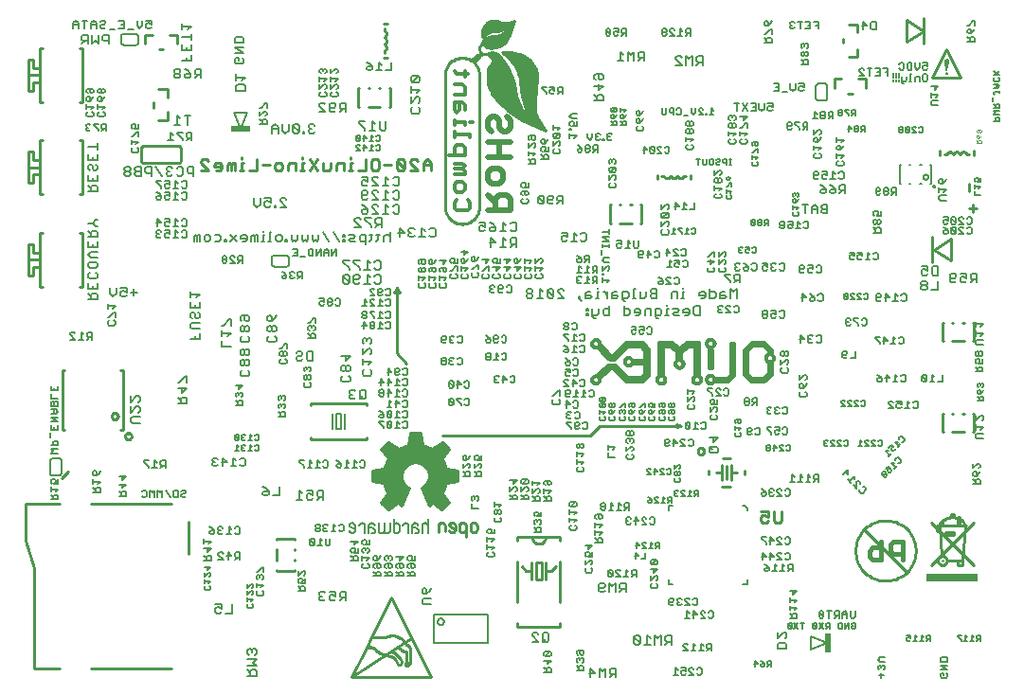
<source format=gbr>
G75*
G70*
%OFA0B0*%
%FSLAX24Y24*%
%IPPOS*%
%LPD*%
%AMOC8*
5,1,8,0,0,1.08239X$1,22.5*
%
%ADD10C,0.0060*%
%ADD11C,0.0100*%
%ADD12C,0.0080*%
%ADD13C,0.0050*%
%ADD14C,0.0160*%
%ADD15R,0.1800X0.0300*%
%ADD16C,0.0200*%
%ADD17C,0.0140*%
%ADD18C,0.0070*%
%ADD19R,0.0709X0.0197*%
%ADD20C,0.0079*%
%ADD21C,0.0240*%
%ADD22C,0.0120*%
%ADD23C,0.0220*%
%ADD24C,0.0260*%
%ADD25C,0.0040*%
%ADD26R,0.0197X0.0709*%
D10*
X015712Y013888D02*
X015972Y013888D01*
X015972Y014018D01*
X015929Y014061D01*
X015842Y014061D01*
X015798Y014018D01*
X015798Y013888D01*
X015798Y013974D02*
X015712Y014061D01*
X015842Y014182D02*
X015842Y014356D01*
X015885Y014477D02*
X015972Y014564D01*
X015712Y014564D01*
X015712Y014650D02*
X015712Y014477D01*
X015712Y014312D02*
X015972Y014312D01*
X015842Y014182D01*
X016219Y014129D02*
X016262Y014172D01*
X016349Y014172D01*
X016392Y014129D01*
X016514Y014042D02*
X016687Y014042D01*
X016557Y014172D01*
X016557Y013912D01*
X016392Y013912D02*
X016219Y014085D01*
X016219Y014129D01*
X016219Y013912D02*
X016392Y013912D01*
X016808Y013912D02*
X016895Y013998D01*
X016852Y013998D02*
X016982Y013998D01*
X016982Y013912D02*
X016982Y014172D01*
X016852Y014172D01*
X016808Y014129D01*
X016808Y014042D01*
X016852Y013998D01*
X016842Y014812D02*
X016798Y014855D01*
X016842Y014812D02*
X016928Y014812D01*
X016972Y014855D01*
X016972Y015029D01*
X016928Y015072D01*
X016842Y015072D01*
X016798Y015029D01*
X016677Y014985D02*
X016590Y015072D01*
X016590Y014812D01*
X016504Y014812D02*
X016677Y014812D01*
X016382Y014855D02*
X016339Y014812D01*
X016252Y014812D01*
X016209Y014855D01*
X016209Y014898D01*
X016252Y014942D01*
X016296Y014942D01*
X016252Y014942D02*
X016209Y014985D01*
X016209Y015029D01*
X016252Y015072D01*
X016339Y015072D01*
X016382Y015029D01*
X016088Y014942D02*
X015958Y014942D01*
X015914Y014898D01*
X015914Y014855D01*
X015958Y014812D01*
X016044Y014812D01*
X016088Y014855D01*
X016088Y014942D01*
X016001Y015029D01*
X015914Y015072D01*
X015036Y016113D02*
X015076Y016153D01*
X015036Y016113D02*
X014956Y016113D01*
X014916Y016153D01*
X014916Y016193D01*
X014956Y016233D01*
X015036Y016233D01*
X015076Y016273D01*
X015076Y016313D01*
X015036Y016353D01*
X014956Y016353D01*
X014916Y016313D01*
X014800Y016353D02*
X014800Y016113D01*
X014680Y016113D01*
X014640Y016153D01*
X014640Y016313D01*
X014680Y016353D01*
X014800Y016353D01*
X014524Y016113D02*
X014363Y016353D01*
X014247Y016353D02*
X014167Y016273D01*
X014087Y016353D01*
X014087Y016113D01*
X013971Y016113D02*
X013971Y016353D01*
X013891Y016273D01*
X013811Y016353D01*
X013811Y016113D01*
X013695Y016153D02*
X013655Y016113D01*
X013575Y016113D01*
X013535Y016153D01*
X013535Y016313D02*
X013575Y016353D01*
X013655Y016353D01*
X013695Y016313D01*
X013695Y016153D01*
X014247Y016113D02*
X014247Y016353D01*
X014182Y017142D02*
X014269Y017228D01*
X014226Y017228D02*
X014356Y017228D01*
X014356Y017142D02*
X014356Y017402D01*
X014226Y017402D01*
X014182Y017359D01*
X014182Y017272D01*
X014226Y017228D01*
X014061Y017142D02*
X013887Y017142D01*
X013974Y017142D02*
X013974Y017402D01*
X014061Y017315D01*
X013766Y017402D02*
X013593Y017402D01*
X013593Y017359D01*
X013766Y017185D01*
X013766Y017142D01*
X012972Y016834D02*
X012852Y016714D01*
X012852Y016874D01*
X012732Y016834D02*
X012972Y016834D01*
X012852Y016598D02*
X012852Y016438D01*
X012972Y016558D01*
X012732Y016558D01*
X012732Y016322D02*
X012812Y016242D01*
X012812Y016282D02*
X012812Y016162D01*
X012732Y016162D02*
X012972Y016162D01*
X012972Y016282D01*
X012932Y016322D01*
X012852Y016322D01*
X012812Y016282D01*
X012072Y016278D02*
X012072Y016408D01*
X012029Y016451D01*
X011942Y016451D01*
X011898Y016408D01*
X011898Y016278D01*
X011812Y016278D02*
X012072Y016278D01*
X011898Y016364D02*
X011812Y016451D01*
X011812Y016572D02*
X011812Y016746D01*
X011812Y016659D02*
X012072Y016659D01*
X011985Y016572D01*
X011942Y016867D02*
X011942Y016997D01*
X011898Y017040D01*
X011855Y017040D01*
X011812Y016997D01*
X011812Y016910D01*
X011855Y016867D01*
X011942Y016867D01*
X012029Y016954D01*
X012072Y017040D01*
X010702Y016982D02*
X010702Y017182D01*
X010702Y017382D01*
X010700Y017402D01*
X010694Y017420D01*
X010685Y017438D01*
X010673Y017453D01*
X010658Y017465D01*
X010640Y017474D01*
X010622Y017480D01*
X010602Y017482D01*
X010402Y017482D01*
X010382Y017480D01*
X010364Y017474D01*
X010346Y017465D01*
X010331Y017453D01*
X010319Y017438D01*
X010310Y017420D01*
X010304Y017402D01*
X010302Y017382D01*
X010302Y017182D01*
X010302Y016982D01*
X010304Y016962D01*
X010310Y016944D01*
X010319Y016926D01*
X010331Y016911D01*
X010346Y016899D01*
X010364Y016890D01*
X010382Y016884D01*
X010402Y016882D01*
X010602Y016882D01*
X010622Y016884D01*
X010640Y016890D01*
X010658Y016899D01*
X010673Y016911D01*
X010685Y016926D01*
X010694Y016944D01*
X010700Y016962D01*
X010702Y016982D01*
X010572Y016746D02*
X010572Y016585D01*
X010452Y016585D01*
X010492Y016665D01*
X010492Y016705D01*
X010452Y016746D01*
X010372Y016746D01*
X010332Y016705D01*
X010332Y016625D01*
X010372Y016585D01*
X010332Y016469D02*
X010332Y016309D01*
X010332Y016389D02*
X010572Y016389D01*
X010492Y016309D01*
X010532Y016193D02*
X010452Y016193D01*
X010412Y016153D01*
X010412Y016033D01*
X010412Y016113D02*
X010332Y016193D01*
X010332Y016033D02*
X010572Y016033D01*
X010572Y016153D01*
X010532Y016193D01*
X010572Y017662D02*
X010332Y017662D01*
X010412Y017742D01*
X010332Y017822D01*
X010572Y017822D01*
X010572Y017938D02*
X010572Y018058D01*
X010532Y018098D01*
X010452Y018098D01*
X010412Y018058D01*
X010412Y017938D01*
X010332Y017938D02*
X010572Y017938D01*
X010292Y018214D02*
X010292Y018374D01*
X010332Y018490D02*
X010332Y018650D01*
X010332Y018767D02*
X010572Y018767D01*
X010332Y018927D01*
X010572Y018927D01*
X010492Y019043D02*
X010572Y019123D01*
X010492Y019203D01*
X010332Y019203D01*
X010332Y019319D02*
X010332Y019439D01*
X010372Y019479D01*
X010412Y019479D01*
X010452Y019439D01*
X010452Y019319D01*
X010452Y019203D02*
X010452Y019043D01*
X010492Y019043D02*
X010332Y019043D01*
X010332Y019319D02*
X010572Y019319D01*
X010572Y019439D01*
X010532Y019479D01*
X010492Y019479D01*
X010452Y019439D01*
X010572Y019595D02*
X010332Y019595D01*
X010332Y019755D01*
X010332Y019871D02*
X010332Y020032D01*
X010452Y019951D02*
X010452Y019871D01*
X010572Y019871D02*
X010332Y019871D01*
X010572Y019871D02*
X010572Y020032D01*
X010572Y018650D02*
X010572Y018490D01*
X010332Y018490D01*
X010452Y018490D02*
X010452Y018570D01*
X011009Y021662D02*
X011182Y021662D01*
X011009Y021835D01*
X011009Y021879D01*
X011052Y021922D01*
X011139Y021922D01*
X011182Y021879D01*
X011390Y021922D02*
X011390Y021662D01*
X011304Y021662D02*
X011477Y021662D01*
X011598Y021662D02*
X011685Y021748D01*
X011642Y021748D02*
X011772Y021748D01*
X011772Y021662D02*
X011772Y021922D01*
X011642Y021922D01*
X011598Y021879D01*
X011598Y021792D01*
X011642Y021748D01*
X011477Y021835D02*
X011390Y021922D01*
X012332Y022205D02*
X012332Y022292D01*
X012375Y022335D01*
X012375Y022456D02*
X012332Y022456D01*
X012375Y022456D02*
X012549Y022630D01*
X012592Y022630D01*
X012592Y022456D01*
X012549Y022335D02*
X012592Y022292D01*
X012592Y022205D01*
X012549Y022162D01*
X012375Y022162D01*
X012332Y022205D01*
X012332Y022751D02*
X012332Y022924D01*
X012332Y022838D02*
X012592Y022838D01*
X012505Y022751D01*
X014086Y025242D02*
X014173Y025242D01*
X014216Y025285D01*
X014337Y025285D02*
X014381Y025242D01*
X014468Y025242D01*
X014511Y025285D01*
X014511Y025372D02*
X014424Y025415D01*
X014381Y025415D01*
X014337Y025372D01*
X014337Y025285D01*
X014511Y025372D02*
X014511Y025502D01*
X014337Y025502D01*
X014216Y025459D02*
X014173Y025502D01*
X014086Y025502D01*
X014043Y025459D01*
X014043Y025415D01*
X014086Y025372D01*
X014043Y025328D01*
X014043Y025285D01*
X014086Y025242D01*
X014086Y025372D02*
X014130Y025372D01*
X014086Y025642D02*
X014086Y025902D01*
X014216Y025772D01*
X014043Y025772D01*
X014337Y025772D02*
X014337Y025685D01*
X014381Y025642D01*
X014468Y025642D01*
X014511Y025685D01*
X014511Y025772D02*
X014424Y025815D01*
X014381Y025815D01*
X014337Y025772D01*
X014337Y025902D02*
X014511Y025902D01*
X014511Y025772D01*
X014632Y025642D02*
X014806Y025642D01*
X014719Y025642D02*
X014719Y025902D01*
X014806Y025815D01*
X014927Y025859D02*
X014970Y025902D01*
X015057Y025902D01*
X015100Y025859D01*
X015100Y025685D01*
X015057Y025642D01*
X014970Y025642D01*
X014927Y025685D01*
X014970Y025502D02*
X015057Y025502D01*
X015100Y025459D01*
X015100Y025285D01*
X015057Y025242D01*
X014970Y025242D01*
X014927Y025285D01*
X014806Y025242D02*
X014632Y025242D01*
X014719Y025242D02*
X014719Y025502D01*
X014806Y025415D01*
X014927Y025459D02*
X014970Y025502D01*
X014970Y026592D02*
X014927Y026635D01*
X014970Y026592D02*
X015057Y026592D01*
X015100Y026635D01*
X015100Y026809D01*
X015057Y026852D01*
X014970Y026852D01*
X014927Y026809D01*
X014806Y026765D02*
X014719Y026852D01*
X014719Y026592D01*
X014806Y026592D02*
X014632Y026592D01*
X014511Y026635D02*
X014468Y026592D01*
X014381Y026592D01*
X014337Y026635D01*
X014337Y026722D01*
X014381Y026765D01*
X014424Y026765D01*
X014511Y026722D01*
X014511Y026852D01*
X014337Y026852D01*
X014381Y026992D02*
X014337Y027035D01*
X014337Y027122D01*
X014381Y027165D01*
X014424Y027165D01*
X014511Y027122D01*
X014511Y027252D01*
X014337Y027252D01*
X014216Y027252D02*
X014043Y027252D01*
X014043Y027209D01*
X014216Y027035D01*
X014216Y026992D01*
X014381Y026992D02*
X014468Y026992D01*
X014511Y027035D01*
X014632Y026992D02*
X014806Y026992D01*
X014719Y026992D02*
X014719Y027252D01*
X014806Y027165D01*
X014927Y027209D02*
X014970Y027252D01*
X015057Y027252D01*
X015100Y027209D01*
X015100Y027035D01*
X015057Y026992D01*
X014970Y026992D01*
X014927Y027035D01*
X014216Y026722D02*
X014216Y026635D01*
X014173Y026592D01*
X014086Y026592D01*
X014043Y026635D01*
X014043Y026678D01*
X014086Y026722D01*
X014216Y026722D01*
X014130Y026809D01*
X014043Y026852D01*
X013357Y028257D02*
X013197Y028257D01*
X013157Y028297D01*
X013157Y028377D01*
X013197Y028417D01*
X013157Y028533D02*
X013157Y028693D01*
X013157Y028613D02*
X013397Y028613D01*
X013317Y028533D01*
X013357Y028417D02*
X013397Y028377D01*
X013397Y028297D01*
X013357Y028257D01*
X013397Y028809D02*
X013397Y028969D01*
X013357Y028969D01*
X013197Y028809D01*
X013157Y028809D01*
X013197Y029085D02*
X013157Y029125D01*
X013157Y029205D01*
X013197Y029246D01*
X013277Y029246D01*
X013317Y029205D01*
X013317Y029165D01*
X013277Y029085D01*
X013397Y029085D01*
X013397Y029246D01*
X012272Y029252D02*
X012152Y029252D01*
X012112Y029212D01*
X012112Y029132D01*
X012152Y029092D01*
X012272Y029092D01*
X012272Y029012D02*
X012272Y029252D01*
X012192Y029092D02*
X012112Y029012D01*
X011995Y029012D02*
X011995Y029052D01*
X011835Y029212D01*
X011835Y029252D01*
X011995Y029252D01*
X012022Y029507D02*
X011982Y029547D01*
X011982Y029627D01*
X012022Y029667D01*
X011982Y029783D02*
X011982Y029943D01*
X011982Y029863D02*
X012222Y029863D01*
X012142Y029783D01*
X012182Y029667D02*
X012222Y029627D01*
X012222Y029547D01*
X012182Y029507D01*
X012022Y029507D01*
X011822Y029547D02*
X011782Y029507D01*
X011622Y029507D01*
X011582Y029547D01*
X011582Y029627D01*
X011622Y029667D01*
X011582Y029783D02*
X011582Y029943D01*
X011582Y029863D02*
X011822Y029863D01*
X011742Y029783D01*
X011782Y029667D02*
X011822Y029627D01*
X011822Y029547D01*
X011679Y029252D02*
X011599Y029252D01*
X011559Y029212D01*
X011559Y029172D01*
X011599Y029132D01*
X011559Y029092D01*
X011559Y029052D01*
X011599Y029012D01*
X011679Y029012D01*
X011719Y029052D01*
X011639Y029132D02*
X011599Y029132D01*
X011719Y029212D02*
X011679Y029252D01*
X011702Y030059D02*
X011702Y030179D01*
X011662Y030219D01*
X011622Y030219D01*
X011582Y030179D01*
X011582Y030099D01*
X011622Y030059D01*
X011702Y030059D01*
X011782Y030139D01*
X011822Y030219D01*
X011782Y030335D02*
X011822Y030375D01*
X011822Y030455D01*
X011782Y030496D01*
X011622Y030496D01*
X011582Y030455D01*
X011582Y030375D01*
X011622Y030335D01*
X011702Y030375D02*
X011702Y030496D01*
X011702Y030375D02*
X011742Y030335D01*
X011782Y030335D01*
X011982Y030375D02*
X012022Y030335D01*
X012062Y030335D01*
X012102Y030375D01*
X012102Y030455D01*
X012062Y030496D01*
X012022Y030496D01*
X011982Y030455D01*
X011982Y030375D01*
X012102Y030375D02*
X012142Y030335D01*
X012182Y030335D01*
X012222Y030375D01*
X012222Y030455D01*
X012182Y030496D01*
X012142Y030496D01*
X012102Y030455D01*
X012062Y030219D02*
X012102Y030179D01*
X012102Y030059D01*
X012022Y030059D01*
X011982Y030099D01*
X011982Y030179D01*
X012022Y030219D01*
X012062Y030219D01*
X012182Y030139D02*
X012222Y030219D01*
X012182Y030139D02*
X012102Y030059D01*
X012902Y032032D02*
X013102Y032032D01*
X013302Y032032D01*
X013322Y032034D01*
X013340Y032040D01*
X013358Y032049D01*
X013373Y032061D01*
X013385Y032076D01*
X013394Y032094D01*
X013400Y032112D01*
X013402Y032132D01*
X013402Y032332D01*
X013400Y032352D01*
X013394Y032370D01*
X013385Y032388D01*
X013373Y032403D01*
X013358Y032415D01*
X013340Y032424D01*
X013322Y032430D01*
X013302Y032432D01*
X013102Y032432D01*
X012902Y032432D01*
X012882Y032430D01*
X012864Y032424D01*
X012846Y032415D01*
X012831Y032403D01*
X012819Y032388D01*
X012810Y032370D01*
X012804Y032352D01*
X012802Y032332D01*
X012802Y032132D01*
X012804Y032112D01*
X012810Y032094D01*
X012819Y032076D01*
X012831Y032061D01*
X012846Y032049D01*
X012864Y032040D01*
X012882Y032034D01*
X012902Y032032D01*
X017682Y029814D02*
X017722Y029814D01*
X017882Y029974D01*
X017922Y029974D01*
X017922Y029814D01*
X017882Y029698D02*
X017922Y029658D01*
X017922Y029578D01*
X017882Y029538D01*
X017882Y029422D02*
X017802Y029422D01*
X017762Y029382D01*
X017762Y029262D01*
X017762Y029342D02*
X017682Y029422D01*
X017682Y029538D02*
X017842Y029698D01*
X017882Y029698D01*
X017682Y029698D02*
X017682Y029538D01*
X017882Y029422D02*
X017922Y029382D01*
X017922Y029262D01*
X017682Y029262D01*
X019782Y030247D02*
X019782Y030327D01*
X019822Y030367D01*
X019782Y030483D02*
X019942Y030643D01*
X019982Y030643D01*
X020022Y030603D01*
X020022Y030523D01*
X019982Y030483D01*
X019982Y030367D02*
X020022Y030327D01*
X020022Y030247D01*
X019982Y030207D01*
X019822Y030207D01*
X019782Y030247D01*
X019782Y030483D02*
X019782Y030643D01*
X019782Y030759D02*
X019782Y030919D01*
X019782Y030839D02*
X020022Y030839D01*
X019942Y030759D01*
X020182Y030759D02*
X020182Y030919D01*
X020182Y030839D02*
X020422Y030839D01*
X020342Y030759D01*
X020342Y030643D02*
X020382Y030643D01*
X020422Y030603D01*
X020422Y030523D01*
X020382Y030483D01*
X020382Y030367D02*
X020422Y030327D01*
X020422Y030247D01*
X020382Y030207D01*
X020222Y030207D01*
X020182Y030247D01*
X020182Y030327D01*
X020222Y030367D01*
X020182Y030483D02*
X020342Y030643D01*
X020182Y030643D02*
X020182Y030483D01*
X020182Y031035D02*
X020342Y031196D01*
X020382Y031196D01*
X020422Y031155D01*
X020422Y031075D01*
X020382Y031035D01*
X020182Y031035D02*
X020182Y031196D01*
X020022Y031155D02*
X019982Y031196D01*
X019942Y031196D01*
X019902Y031155D01*
X019862Y031196D01*
X019822Y031196D01*
X019782Y031155D01*
X019782Y031075D01*
X019822Y031035D01*
X019902Y031115D02*
X019902Y031155D01*
X020022Y031155D02*
X020022Y031075D01*
X019982Y031035D01*
X020023Y024852D02*
X019943Y024772D01*
X019943Y024612D01*
X019827Y024612D02*
X019827Y024852D01*
X019666Y024612D01*
X019666Y024852D01*
X019550Y024852D02*
X019430Y024852D01*
X019390Y024812D01*
X019390Y024652D01*
X019430Y024612D01*
X019550Y024612D01*
X019550Y024852D01*
X019274Y024572D02*
X019114Y024572D01*
X018998Y024612D02*
X018838Y024612D01*
X018918Y024732D02*
X018998Y024732D01*
X018998Y024852D02*
X018998Y024612D01*
X018998Y024852D02*
X018838Y024852D01*
X018602Y024632D02*
X018202Y024632D01*
X018182Y024630D01*
X018164Y024624D01*
X018146Y024615D01*
X018131Y024603D01*
X018119Y024588D01*
X018110Y024570D01*
X018104Y024552D01*
X018102Y024532D01*
X018102Y024332D01*
X018104Y024312D01*
X018110Y024294D01*
X018119Y024276D01*
X018131Y024261D01*
X018146Y024249D01*
X018164Y024240D01*
X018182Y024234D01*
X018202Y024232D01*
X018602Y024232D01*
X018622Y024234D01*
X018640Y024240D01*
X018658Y024249D01*
X018673Y024261D01*
X018685Y024276D01*
X018694Y024294D01*
X018700Y024312D01*
X018702Y024332D01*
X018702Y024532D01*
X018700Y024552D01*
X018694Y024570D01*
X018685Y024588D01*
X018673Y024603D01*
X018658Y024615D01*
X018640Y024624D01*
X018622Y024630D01*
X018602Y024632D01*
X018459Y024052D02*
X018539Y024012D01*
X018619Y023932D01*
X018499Y023932D01*
X018459Y023892D01*
X018459Y023852D01*
X018499Y023812D01*
X018579Y023812D01*
X018619Y023852D01*
X018619Y023932D01*
X018735Y023972D02*
X018775Y023932D01*
X018735Y023892D01*
X018735Y023852D01*
X018775Y023812D01*
X018855Y023812D01*
X018895Y023852D01*
X018815Y023932D02*
X018775Y023932D01*
X018735Y023972D02*
X018735Y024012D01*
X018775Y024052D01*
X018855Y024052D01*
X018895Y024012D01*
X019012Y024012D02*
X019012Y023932D01*
X019052Y023892D01*
X019172Y023892D01*
X019172Y023812D02*
X019172Y024052D01*
X019052Y024052D01*
X019012Y024012D01*
X019092Y023892D02*
X019012Y023812D01*
X019788Y023102D02*
X019948Y023102D01*
X019948Y022982D01*
X019868Y023022D01*
X019828Y023022D01*
X019788Y022982D01*
X019788Y022902D01*
X019828Y022862D01*
X019908Y022862D01*
X019948Y022902D01*
X020064Y022902D02*
X020104Y022862D01*
X020184Y022862D01*
X020224Y022902D01*
X020224Y022942D01*
X020184Y022982D01*
X020104Y022982D01*
X020064Y022942D01*
X020064Y022902D01*
X020104Y022982D02*
X020064Y023022D01*
X020064Y023062D01*
X020104Y023102D01*
X020184Y023102D01*
X020224Y023062D01*
X020224Y023022D01*
X020184Y022982D01*
X020340Y023062D02*
X020380Y023102D01*
X020460Y023102D01*
X020500Y023062D01*
X020500Y022902D01*
X020460Y022862D01*
X020380Y022862D01*
X020340Y022902D01*
X019622Y022424D02*
X019582Y022424D01*
X019422Y022264D01*
X019382Y022264D01*
X019422Y022148D02*
X019382Y022108D01*
X019382Y022028D01*
X019422Y021988D01*
X019502Y022068D02*
X019502Y022108D01*
X019462Y022148D01*
X019422Y022148D01*
X019502Y022108D02*
X019542Y022148D01*
X019582Y022148D01*
X019622Y022108D01*
X019622Y022028D01*
X019582Y021988D01*
X019582Y021872D02*
X019502Y021872D01*
X019462Y021832D01*
X019462Y021712D01*
X019462Y021792D02*
X019382Y021872D01*
X019382Y021712D02*
X019622Y021712D01*
X019622Y021832D01*
X019582Y021872D01*
X019622Y022264D02*
X019622Y022424D01*
X018622Y021524D02*
X018582Y021524D01*
X018422Y021364D01*
X018382Y021364D01*
X018422Y021248D02*
X018382Y021208D01*
X018382Y021128D01*
X018422Y021088D01*
X018462Y021088D01*
X018502Y021128D01*
X018502Y021208D01*
X018462Y021248D01*
X018422Y021248D01*
X018502Y021208D02*
X018542Y021248D01*
X018582Y021248D01*
X018622Y021208D01*
X018622Y021128D01*
X018582Y021088D01*
X018542Y021088D01*
X018502Y021128D01*
X018582Y020972D02*
X018622Y020932D01*
X018622Y020852D01*
X018582Y020812D01*
X018422Y020812D01*
X018382Y020852D01*
X018382Y020932D01*
X018422Y020972D01*
X018622Y021364D02*
X018622Y021524D01*
X019272Y020696D02*
X019232Y020655D01*
X019232Y020575D01*
X019272Y020535D01*
X019352Y020615D02*
X019352Y020655D01*
X019312Y020696D01*
X019272Y020696D01*
X019352Y020655D02*
X019392Y020696D01*
X019432Y020696D01*
X019472Y020655D01*
X019472Y020575D01*
X019432Y020535D01*
X019432Y020419D02*
X019392Y020419D01*
X019352Y020379D01*
X019352Y020299D01*
X019392Y020259D01*
X019432Y020259D01*
X019472Y020299D01*
X019472Y020379D01*
X019432Y020419D01*
X019352Y020379D02*
X019312Y020419D01*
X019272Y020419D01*
X019232Y020379D01*
X019232Y020299D01*
X019272Y020259D01*
X019312Y020259D01*
X019352Y020299D01*
X019432Y020143D02*
X019472Y020103D01*
X019472Y020023D01*
X019432Y019983D01*
X019272Y019983D01*
X019232Y020023D01*
X019232Y020103D01*
X019272Y020143D01*
X018572Y019634D02*
X018532Y019674D01*
X018492Y019674D01*
X018452Y019634D01*
X018412Y019674D01*
X018372Y019674D01*
X018332Y019634D01*
X018332Y019554D01*
X018372Y019514D01*
X018452Y019594D02*
X018452Y019634D01*
X018572Y019634D02*
X018572Y019554D01*
X018532Y019514D01*
X018532Y019398D02*
X018492Y019398D01*
X018452Y019358D01*
X018412Y019398D01*
X018372Y019398D01*
X018332Y019358D01*
X018332Y019278D01*
X018372Y019238D01*
X018452Y019318D02*
X018452Y019358D01*
X018532Y019398D02*
X018572Y019358D01*
X018572Y019278D01*
X018532Y019238D01*
X018532Y019122D02*
X018452Y019122D01*
X018412Y019082D01*
X018412Y018962D01*
X018412Y019042D02*
X018332Y019122D01*
X018332Y018962D02*
X018572Y018962D01*
X018572Y019082D01*
X018532Y019122D01*
X017072Y019362D02*
X017072Y019482D01*
X017032Y019522D01*
X016952Y019522D01*
X016912Y019482D01*
X016912Y019362D01*
X016912Y019442D02*
X016832Y019522D01*
X016872Y019638D02*
X016832Y019678D01*
X016832Y019758D01*
X016872Y019798D01*
X016912Y019798D01*
X016952Y019758D01*
X016952Y019718D01*
X016952Y019758D02*
X016992Y019798D01*
X017032Y019798D01*
X017072Y019758D01*
X017072Y019678D01*
X017032Y019638D01*
X017072Y019362D02*
X016832Y019362D01*
X016952Y019914D02*
X016952Y020074D01*
X017072Y020034D02*
X016952Y019914D01*
X016832Y020034D02*
X017072Y020034D01*
X019083Y017402D02*
X019083Y017362D01*
X019243Y017202D01*
X019243Y017162D01*
X019359Y017162D02*
X019519Y017162D01*
X019439Y017162D02*
X019439Y017402D01*
X019519Y017322D01*
X019635Y017162D02*
X019795Y017162D01*
X019715Y017162D02*
X019715Y017402D01*
X019795Y017322D01*
X019912Y017362D02*
X019952Y017402D01*
X020032Y017402D01*
X020072Y017362D01*
X020072Y017202D01*
X020032Y017162D01*
X019952Y017162D01*
X019912Y017202D01*
X020383Y017202D02*
X020383Y017242D01*
X020423Y017282D01*
X020543Y017282D01*
X020543Y017202D01*
X020503Y017162D01*
X020423Y017162D01*
X020383Y017202D01*
X020463Y017362D02*
X020543Y017282D01*
X020463Y017362D02*
X020383Y017402D01*
X020739Y017402D02*
X020739Y017162D01*
X020819Y017162D02*
X020659Y017162D01*
X020819Y017322D02*
X020739Y017402D01*
X021015Y017402D02*
X021015Y017162D01*
X021095Y017162D02*
X020935Y017162D01*
X021095Y017322D02*
X021015Y017402D01*
X021212Y017362D02*
X021252Y017402D01*
X021332Y017402D01*
X021372Y017362D01*
X021372Y017202D01*
X021332Y017162D01*
X021252Y017162D01*
X021212Y017202D01*
X022043Y018537D02*
X022043Y018577D01*
X021883Y018737D01*
X021883Y018777D01*
X022043Y018777D01*
X022159Y018737D02*
X022319Y018577D01*
X022279Y018537D01*
X022199Y018537D01*
X022159Y018577D01*
X022159Y018737D01*
X022199Y018777D01*
X022279Y018777D01*
X022319Y018737D01*
X022319Y018577D01*
X022435Y018537D02*
X022595Y018537D01*
X022515Y018537D02*
X022515Y018777D01*
X022595Y018697D01*
X022712Y018737D02*
X022752Y018777D01*
X022832Y018777D01*
X022872Y018737D01*
X022872Y018577D01*
X022832Y018537D01*
X022752Y018537D01*
X022712Y018577D01*
X022752Y018912D02*
X022712Y018952D01*
X022752Y018912D02*
X022832Y018912D01*
X022872Y018952D01*
X022872Y019112D01*
X022832Y019152D01*
X022752Y019152D01*
X022712Y019112D01*
X022595Y019072D02*
X022515Y019152D01*
X022515Y018912D01*
X022595Y018912D02*
X022435Y018912D01*
X022319Y018952D02*
X022159Y019112D01*
X022159Y018952D01*
X022199Y018912D01*
X022279Y018912D01*
X022319Y018952D01*
X022319Y019112D01*
X022279Y019152D01*
X022199Y019152D01*
X022159Y019112D01*
X022043Y019032D02*
X021923Y019032D01*
X021883Y018992D01*
X021883Y018952D01*
X021923Y018912D01*
X022003Y018912D01*
X022043Y018952D01*
X022043Y019032D01*
X021963Y019112D01*
X021883Y019152D01*
X022159Y019287D02*
X022319Y019287D01*
X022239Y019287D02*
X022239Y019527D01*
X022319Y019447D01*
X022435Y019407D02*
X022595Y019407D01*
X022475Y019527D01*
X022475Y019287D01*
X022712Y019327D02*
X022752Y019287D01*
X022832Y019287D01*
X022872Y019327D01*
X022872Y019487D01*
X022832Y019527D01*
X022752Y019527D01*
X022712Y019487D01*
X022752Y019662D02*
X022712Y019702D01*
X022752Y019662D02*
X022832Y019662D01*
X022872Y019702D01*
X022872Y019862D01*
X022832Y019902D01*
X022752Y019902D01*
X022712Y019862D01*
X022595Y019822D02*
X022515Y019902D01*
X022515Y019662D01*
X022595Y019662D02*
X022435Y019662D01*
X022319Y019782D02*
X022159Y019782D01*
X022043Y019822D02*
X022043Y019862D01*
X022003Y019902D01*
X021923Y019902D01*
X021883Y019862D01*
X021883Y019822D01*
X021923Y019782D01*
X022003Y019782D01*
X022043Y019822D01*
X022003Y019782D02*
X022043Y019742D01*
X022043Y019702D01*
X022003Y019662D01*
X021923Y019662D01*
X021883Y019702D01*
X021883Y019742D01*
X021923Y019782D01*
X021923Y020037D02*
X021923Y020277D01*
X022043Y020157D01*
X021883Y020157D01*
X022159Y020157D02*
X022319Y020157D01*
X022199Y020277D01*
X022199Y020037D01*
X022199Y019902D02*
X022319Y019782D01*
X022199Y019662D02*
X022199Y019902D01*
X022435Y020037D02*
X022595Y020037D01*
X022515Y020037D02*
X022515Y020277D01*
X022595Y020197D01*
X022712Y020237D02*
X022752Y020277D01*
X022832Y020277D01*
X022872Y020237D01*
X022872Y020077D01*
X022832Y020037D01*
X022752Y020037D01*
X022712Y020077D01*
X022752Y020412D02*
X022712Y020452D01*
X022752Y020412D02*
X022832Y020412D01*
X022872Y020452D01*
X022872Y020612D01*
X022832Y020652D01*
X022752Y020652D01*
X022712Y020612D01*
X022595Y020612D02*
X022595Y020572D01*
X022555Y020532D01*
X022435Y020532D01*
X022435Y020452D02*
X022435Y020612D01*
X022475Y020652D01*
X022555Y020652D01*
X022595Y020612D01*
X022595Y020452D02*
X022555Y020412D01*
X022475Y020412D01*
X022435Y020452D01*
X022319Y020532D02*
X022159Y020532D01*
X022199Y020652D02*
X022319Y020532D01*
X022199Y020412D02*
X022199Y020652D01*
X022232Y022037D02*
X022152Y022037D01*
X022112Y022077D01*
X021995Y022037D02*
X021835Y022037D01*
X021915Y022037D02*
X021915Y022277D01*
X021995Y022197D01*
X022112Y022237D02*
X022152Y022277D01*
X022232Y022277D01*
X022272Y022237D01*
X022272Y022077D01*
X022232Y022037D01*
X022232Y022412D02*
X022152Y022412D01*
X022112Y022452D01*
X021995Y022412D02*
X021835Y022412D01*
X021915Y022412D02*
X021915Y022652D01*
X021995Y022572D01*
X022112Y022612D02*
X022152Y022652D01*
X022232Y022652D01*
X022272Y022612D01*
X022272Y022452D01*
X022232Y022412D01*
X022232Y022837D02*
X022152Y022837D01*
X022112Y022877D01*
X021995Y022837D02*
X021835Y022837D01*
X021915Y022837D02*
X021915Y023077D01*
X021995Y022997D01*
X022112Y023037D02*
X022152Y023077D01*
X022232Y023077D01*
X022272Y023037D01*
X022272Y022877D01*
X022232Y022837D01*
X022232Y023212D02*
X022152Y023212D01*
X022112Y023252D01*
X021995Y023252D02*
X021955Y023212D01*
X021875Y023212D01*
X021835Y023252D01*
X021835Y023412D01*
X021875Y023452D01*
X021955Y023452D01*
X021995Y023412D01*
X021995Y023372D01*
X021955Y023332D01*
X021835Y023332D01*
X021719Y023412D02*
X021679Y023452D01*
X021599Y023452D01*
X021559Y023412D01*
X021559Y023372D01*
X021719Y023212D01*
X021559Y023212D01*
X021599Y023077D02*
X021559Y023037D01*
X021559Y022997D01*
X021719Y022837D01*
X021559Y022837D01*
X021443Y022837D02*
X021283Y022837D01*
X021363Y022837D02*
X021363Y023077D01*
X021443Y022997D01*
X021599Y023077D02*
X021679Y023077D01*
X021719Y023037D01*
X021719Y022652D02*
X021559Y022652D01*
X021559Y022612D01*
X021719Y022452D01*
X021719Y022412D01*
X021679Y022277D02*
X021599Y022277D01*
X021559Y022237D01*
X021559Y022197D01*
X021599Y022157D01*
X021679Y022157D01*
X021719Y022197D01*
X021719Y022237D01*
X021679Y022277D01*
X021679Y022157D02*
X021719Y022117D01*
X021719Y022077D01*
X021679Y022037D01*
X021599Y022037D01*
X021559Y022077D01*
X021559Y022117D01*
X021599Y022157D01*
X021443Y022157D02*
X021283Y022157D01*
X021323Y022277D02*
X021443Y022157D01*
X021323Y022037D02*
X021323Y022277D01*
X021323Y022412D02*
X021403Y022412D01*
X021443Y022452D01*
X021443Y022492D01*
X021403Y022532D01*
X021323Y022532D01*
X021283Y022492D01*
X021283Y022452D01*
X021323Y022412D01*
X021323Y022532D02*
X021283Y022572D01*
X021283Y022612D01*
X021323Y022652D01*
X021403Y022652D01*
X021443Y022612D01*
X021443Y022572D01*
X021403Y022532D01*
X022232Y023212D02*
X022272Y023252D01*
X022272Y023412D01*
X022232Y023452D01*
X022152Y023452D01*
X022112Y023412D01*
X023257Y023527D02*
X023257Y023607D01*
X023297Y023647D01*
X023257Y023763D02*
X023257Y023923D01*
X023257Y023843D02*
X023497Y023843D01*
X023417Y023763D01*
X023457Y023647D02*
X023497Y023607D01*
X023497Y023527D01*
X023457Y023487D01*
X023297Y023487D01*
X023257Y023527D01*
X023632Y023527D02*
X023632Y023607D01*
X023672Y023647D01*
X023632Y023763D02*
X023632Y023923D01*
X023632Y023843D02*
X023872Y023843D01*
X023792Y023763D01*
X023832Y023647D02*
X023872Y023607D01*
X023872Y023527D01*
X023832Y023487D01*
X023672Y023487D01*
X023632Y023527D01*
X024007Y023527D02*
X024007Y023607D01*
X024047Y023647D01*
X024007Y023763D02*
X024007Y023923D01*
X024007Y023843D02*
X024247Y023843D01*
X024167Y023763D01*
X024207Y023647D02*
X024247Y023607D01*
X024247Y023527D01*
X024207Y023487D01*
X024047Y023487D01*
X024007Y023527D01*
X024382Y023852D02*
X024382Y023932D01*
X024422Y023972D01*
X024422Y024088D02*
X024382Y024088D01*
X024422Y024088D02*
X024582Y024248D01*
X024622Y024248D01*
X024622Y024088D01*
X024582Y023972D02*
X024622Y023932D01*
X024622Y023852D01*
X024582Y023812D01*
X024422Y023812D01*
X024382Y023852D01*
X024207Y024039D02*
X024167Y024039D01*
X024127Y024079D01*
X024127Y024199D01*
X024047Y024199D02*
X024207Y024199D01*
X024247Y024159D01*
X024247Y024079D01*
X024207Y024039D01*
X024047Y024039D02*
X024007Y024079D01*
X024007Y024159D01*
X024047Y024199D01*
X024127Y024315D02*
X024127Y024475D01*
X024247Y024435D02*
X024127Y024315D01*
X024007Y024435D02*
X024247Y024435D01*
X024382Y024404D02*
X024422Y024364D01*
X024382Y024404D02*
X024382Y024484D01*
X024422Y024524D01*
X024502Y024524D01*
X024542Y024484D01*
X024542Y024444D01*
X024502Y024364D01*
X024622Y024364D01*
X024622Y024524D01*
X024757Y024484D02*
X024797Y024524D01*
X024837Y024524D01*
X024877Y024484D01*
X024877Y024364D01*
X024797Y024364D01*
X024757Y024404D01*
X024757Y024484D01*
X024877Y024364D02*
X024957Y024444D01*
X024997Y024524D01*
X025132Y024534D02*
X025172Y024574D01*
X025212Y024574D01*
X025252Y024534D01*
X025252Y024414D01*
X025172Y024414D01*
X025132Y024454D01*
X025132Y024534D01*
X025252Y024414D02*
X025332Y024494D01*
X025372Y024574D01*
X025507Y024484D02*
X025747Y024484D01*
X025627Y024364D01*
X025627Y024524D01*
X025882Y024484D02*
X025882Y024404D01*
X025922Y024364D01*
X026002Y024364D02*
X026042Y024444D01*
X026042Y024484D01*
X026002Y024524D01*
X025922Y024524D01*
X025882Y024484D01*
X026002Y024364D02*
X026122Y024364D01*
X026122Y024524D01*
X026257Y024484D02*
X026497Y024484D01*
X026377Y024364D01*
X026377Y024524D01*
X026632Y024484D02*
X026672Y024524D01*
X026712Y024524D01*
X026752Y024484D01*
X026752Y024364D01*
X026672Y024364D01*
X026632Y024404D01*
X026632Y024484D01*
X026752Y024364D02*
X026832Y024444D01*
X026872Y024524D01*
X027007Y024524D02*
X027007Y024364D01*
X027007Y024444D02*
X027247Y024444D01*
X027167Y024364D01*
X027007Y024248D02*
X027007Y024088D01*
X027007Y024168D02*
X027247Y024168D01*
X027167Y024088D01*
X027207Y023972D02*
X027247Y023932D01*
X027247Y023852D01*
X027207Y023812D01*
X027047Y023812D01*
X027007Y023852D01*
X027007Y023932D01*
X027047Y023972D01*
X026872Y023932D02*
X026872Y023852D01*
X026832Y023812D01*
X026672Y023812D01*
X026632Y023852D01*
X026632Y023932D01*
X026672Y023972D01*
X026752Y024088D02*
X026752Y024248D01*
X026872Y024208D02*
X026752Y024088D01*
X026832Y023972D02*
X026872Y023932D01*
X026872Y024208D02*
X026632Y024208D01*
X026497Y024208D02*
X026377Y024088D01*
X026377Y024248D01*
X026257Y024208D02*
X026497Y024208D01*
X026457Y023972D02*
X026497Y023932D01*
X026497Y023852D01*
X026457Y023812D01*
X026297Y023812D01*
X026257Y023852D01*
X026257Y023932D01*
X026297Y023972D01*
X026122Y023932D02*
X026122Y023852D01*
X026082Y023812D01*
X025922Y023812D01*
X025882Y023852D01*
X025882Y023932D01*
X025922Y023972D01*
X026002Y024088D02*
X026002Y024248D01*
X026122Y024208D02*
X026002Y024088D01*
X026082Y023972D02*
X026122Y023932D01*
X026122Y024208D02*
X025882Y024208D01*
X025747Y024248D02*
X025707Y024248D01*
X025547Y024088D01*
X025507Y024088D01*
X025547Y023972D02*
X025507Y023932D01*
X025507Y023852D01*
X025547Y023812D01*
X025707Y023812D01*
X025747Y023852D01*
X025747Y023932D01*
X025707Y023972D01*
X025747Y024088D02*
X025747Y024248D01*
X025372Y024298D02*
X025332Y024298D01*
X025172Y024138D01*
X025132Y024138D01*
X025172Y024022D02*
X025132Y023982D01*
X025132Y023902D01*
X025172Y023862D01*
X025332Y023862D01*
X025372Y023902D01*
X025372Y023982D01*
X025332Y024022D01*
X025372Y024138D02*
X025372Y024298D01*
X024997Y024168D02*
X024757Y024168D01*
X024757Y024088D02*
X024757Y024248D01*
X024917Y024088D02*
X024997Y024168D01*
X024957Y023972D02*
X024997Y023932D01*
X024997Y023852D01*
X024957Y023812D01*
X024797Y023812D01*
X024757Y023852D01*
X024757Y023932D01*
X024797Y023972D01*
X024877Y024640D02*
X024877Y024800D01*
X024997Y024760D02*
X024877Y024640D01*
X024757Y024760D02*
X024997Y024760D01*
X023872Y024475D02*
X023832Y024395D01*
X023752Y024315D01*
X023752Y024435D01*
X023712Y024475D01*
X023672Y024475D01*
X023632Y024435D01*
X023632Y024355D01*
X023672Y024315D01*
X023752Y024315D01*
X023752Y024199D02*
X023752Y024079D01*
X023792Y024039D01*
X023832Y024039D01*
X023872Y024079D01*
X023872Y024159D01*
X023832Y024199D01*
X023672Y024199D01*
X023632Y024159D01*
X023632Y024079D01*
X023672Y024039D01*
X023497Y024079D02*
X023497Y024159D01*
X023457Y024199D01*
X023417Y024199D01*
X023377Y024159D01*
X023377Y024079D01*
X023417Y024039D01*
X023457Y024039D01*
X023497Y024079D01*
X023377Y024079D02*
X023337Y024039D01*
X023297Y024039D01*
X023257Y024079D01*
X023257Y024159D01*
X023297Y024199D01*
X023337Y024199D01*
X023377Y024159D01*
X023417Y024315D02*
X023377Y024355D01*
X023377Y024475D01*
X023457Y024475D02*
X023497Y024435D01*
X023497Y024355D01*
X023457Y024315D01*
X023417Y024315D01*
X023297Y024315D02*
X023257Y024355D01*
X023257Y024435D01*
X023297Y024475D01*
X023457Y024475D01*
X025779Y023529D02*
X025779Y023485D01*
X025822Y023442D01*
X025779Y023398D01*
X025779Y023355D01*
X025822Y023312D01*
X025909Y023312D01*
X025952Y023355D01*
X026074Y023355D02*
X026074Y023529D01*
X026117Y023572D01*
X026204Y023572D01*
X026247Y023529D01*
X026247Y023485D01*
X026204Y023442D01*
X026074Y023442D01*
X026074Y023355D02*
X026117Y023312D01*
X026204Y023312D01*
X026247Y023355D01*
X026368Y023355D02*
X026412Y023312D01*
X026498Y023312D01*
X026542Y023355D01*
X026542Y023529D01*
X026498Y023572D01*
X026412Y023572D01*
X026368Y023529D01*
X025952Y023529D02*
X025909Y023572D01*
X025822Y023572D01*
X025779Y023529D01*
X025822Y023442D02*
X025866Y023442D01*
X027382Y023852D02*
X027382Y023932D01*
X027422Y023972D01*
X027382Y024088D02*
X027382Y024248D01*
X027382Y024168D02*
X027622Y024168D01*
X027542Y024088D01*
X027582Y023972D02*
X027622Y023932D01*
X027622Y023852D01*
X027582Y023812D01*
X027422Y023812D01*
X027382Y023852D01*
X027382Y024364D02*
X027542Y024524D01*
X027582Y024524D01*
X027622Y024484D01*
X027622Y024404D01*
X027582Y024364D01*
X027382Y024364D02*
X027382Y024524D01*
X028838Y024467D02*
X028878Y024507D01*
X028998Y024507D01*
X028998Y024427D01*
X028958Y024387D01*
X028878Y024387D01*
X028838Y024427D01*
X028838Y024467D01*
X028918Y024587D02*
X028998Y024507D01*
X028918Y024587D02*
X028838Y024627D01*
X029114Y024587D02*
X029114Y024507D01*
X029154Y024467D01*
X029274Y024467D01*
X029194Y024467D02*
X029114Y024387D01*
X029194Y024252D02*
X029194Y024012D01*
X029274Y024012D02*
X029114Y024012D01*
X028998Y024012D02*
X028838Y024012D01*
X028918Y024012D02*
X028918Y024252D01*
X028998Y024172D01*
X029194Y024252D02*
X029274Y024172D01*
X029390Y024212D02*
X029390Y024132D01*
X029430Y024092D01*
X029550Y024092D01*
X029470Y024092D02*
X029390Y024012D01*
X029430Y023877D02*
X029390Y023837D01*
X029390Y023757D01*
X029430Y023717D01*
X029550Y023717D01*
X029470Y023717D02*
X029390Y023637D01*
X029274Y023637D02*
X029114Y023637D01*
X029194Y023637D02*
X029194Y023877D01*
X029274Y023797D01*
X029430Y023877D02*
X029550Y023877D01*
X029550Y023637D01*
X029732Y023682D02*
X029732Y023842D01*
X029732Y023762D02*
X029972Y023762D01*
X029892Y023682D01*
X029772Y023958D02*
X029772Y023998D01*
X029732Y023998D01*
X029732Y023958D01*
X029772Y023958D01*
X029732Y024096D02*
X029892Y024256D01*
X029932Y024256D01*
X029972Y024216D01*
X029972Y024136D01*
X029932Y024096D01*
X029732Y024096D02*
X029732Y024256D01*
X029812Y024373D02*
X029732Y024453D01*
X029812Y024533D01*
X029972Y024533D01*
X029972Y024373D02*
X029812Y024373D01*
X029550Y024252D02*
X029550Y024012D01*
X029550Y024252D02*
X029430Y024252D01*
X029390Y024212D01*
X029274Y024387D02*
X029274Y024627D01*
X029154Y024627D01*
X029114Y024587D01*
X029692Y024649D02*
X029692Y024809D01*
X029732Y024925D02*
X029732Y025005D01*
X029732Y024965D02*
X029972Y024965D01*
X029972Y024925D02*
X029972Y025005D01*
X029972Y025109D02*
X029732Y025269D01*
X029972Y025269D01*
X029972Y025385D02*
X029972Y025545D01*
X029972Y025465D02*
X029732Y025465D01*
X029732Y025109D02*
X029972Y025109D01*
X030243Y025152D02*
X030416Y025152D01*
X030416Y025022D01*
X030330Y025065D01*
X030286Y025065D01*
X030243Y025022D01*
X030243Y024935D01*
X030286Y024892D01*
X030373Y024892D01*
X030416Y024935D01*
X030537Y024892D02*
X030711Y024892D01*
X030624Y024892D02*
X030624Y025152D01*
X030711Y025065D01*
X030832Y025152D02*
X030832Y024935D01*
X030876Y024892D01*
X030962Y024892D01*
X031006Y024935D01*
X031006Y025152D01*
X031053Y024777D02*
X031133Y024777D01*
X031173Y024737D01*
X031173Y024697D01*
X031133Y024657D01*
X031013Y024657D01*
X031013Y024737D02*
X031053Y024777D01*
X031013Y024737D02*
X031013Y024577D01*
X031053Y024537D01*
X031133Y024537D01*
X031173Y024577D01*
X031289Y024657D02*
X031449Y024657D01*
X031329Y024777D01*
X031329Y024537D01*
X031565Y024577D02*
X031605Y024537D01*
X031685Y024537D01*
X031725Y024577D01*
X031725Y024737D01*
X031685Y024777D01*
X031605Y024777D01*
X031565Y024737D01*
X031959Y024732D02*
X032119Y024732D01*
X031999Y024852D01*
X031999Y024612D01*
X032089Y024452D02*
X032089Y024212D01*
X032169Y024212D02*
X032009Y024212D01*
X032169Y024372D02*
X032089Y024452D01*
X032285Y024452D02*
X032445Y024452D01*
X032445Y024332D01*
X032365Y024372D01*
X032325Y024372D01*
X032285Y024332D01*
X032285Y024252D01*
X032325Y024212D01*
X032405Y024212D01*
X032445Y024252D01*
X032562Y024252D02*
X032602Y024212D01*
X032682Y024212D01*
X032722Y024252D01*
X032722Y024412D01*
X032682Y024452D01*
X032602Y024452D01*
X032562Y024412D01*
X032552Y024612D02*
X032512Y024652D01*
X032552Y024612D02*
X032632Y024612D01*
X032672Y024652D01*
X032672Y024812D01*
X032632Y024852D01*
X032552Y024852D01*
X032512Y024812D01*
X032395Y024812D02*
X032355Y024852D01*
X032275Y024852D01*
X032235Y024812D01*
X032235Y024772D01*
X032395Y024612D01*
X032235Y024612D01*
X032024Y025362D02*
X031850Y025362D01*
X031807Y025405D01*
X031807Y025492D01*
X031850Y025535D01*
X031807Y025656D02*
X031807Y025830D01*
X031850Y025951D02*
X031807Y025994D01*
X031807Y026081D01*
X031850Y026124D01*
X032024Y026124D01*
X031850Y025951D01*
X032024Y025951D01*
X032067Y025994D01*
X032067Y026081D01*
X032024Y026124D01*
X032024Y026246D02*
X032067Y026289D01*
X032067Y026376D01*
X032024Y026419D01*
X031980Y026419D01*
X031807Y026246D01*
X031807Y026419D01*
X032263Y026357D02*
X032423Y026357D01*
X032303Y026477D01*
X032303Y026237D01*
X032539Y026237D02*
X032699Y026237D01*
X032619Y026237D02*
X032619Y026477D01*
X032699Y026397D01*
X032815Y026237D02*
X032975Y026237D01*
X032975Y026477D01*
X033682Y026677D02*
X033682Y026757D01*
X033722Y026797D01*
X033682Y026913D02*
X033682Y027073D01*
X033682Y026993D02*
X033922Y026993D01*
X033842Y026913D01*
X033882Y026797D02*
X033922Y026757D01*
X033922Y026677D01*
X033882Y026637D01*
X033722Y026637D01*
X033682Y026677D01*
X033722Y027189D02*
X033762Y027189D01*
X033802Y027229D01*
X033802Y027309D01*
X033762Y027349D01*
X033722Y027349D01*
X033682Y027309D01*
X033682Y027229D01*
X033722Y027189D01*
X033802Y027229D02*
X033842Y027189D01*
X033882Y027189D01*
X033922Y027229D01*
X033922Y027309D01*
X033882Y027349D01*
X033842Y027349D01*
X033802Y027309D01*
X033882Y027465D02*
X033922Y027505D01*
X033922Y027585D01*
X033882Y027625D01*
X033842Y027625D01*
X033682Y027465D01*
X033682Y027625D01*
X032922Y028402D02*
X032882Y028362D01*
X032722Y028362D01*
X032682Y028402D01*
X032682Y028482D01*
X032722Y028522D01*
X032682Y028638D02*
X032682Y028798D01*
X032682Y028718D02*
X032922Y028718D01*
X032842Y028638D01*
X032882Y028522D02*
X032922Y028482D01*
X032922Y028402D01*
X032882Y028914D02*
X032842Y028914D01*
X032802Y028954D01*
X032802Y029034D01*
X032762Y029074D01*
X032722Y029074D01*
X032682Y029034D01*
X032682Y028954D01*
X032722Y028914D01*
X032762Y028914D01*
X032802Y028954D01*
X032802Y029034D02*
X032842Y029074D01*
X032882Y029074D01*
X032922Y029034D01*
X032922Y028954D01*
X032882Y028914D01*
X032882Y029190D02*
X032842Y029190D01*
X032802Y029230D01*
X032802Y029310D01*
X032762Y029350D01*
X032722Y029350D01*
X032682Y029310D01*
X032682Y029230D01*
X032722Y029190D01*
X032762Y029190D01*
X032802Y029230D01*
X032802Y029310D02*
X032842Y029350D01*
X032882Y029350D01*
X032922Y029310D01*
X032922Y029230D01*
X032882Y029190D01*
X032753Y029545D02*
X032606Y029545D01*
X032495Y029618D02*
X032459Y029582D01*
X032385Y029582D01*
X032348Y029618D01*
X032237Y029582D02*
X032237Y029802D01*
X032127Y029802D01*
X032091Y029765D01*
X032091Y029692D01*
X032127Y029655D01*
X032237Y029655D01*
X032348Y029765D02*
X032385Y029802D01*
X032459Y029802D01*
X032495Y029765D01*
X032495Y029618D01*
X032864Y029655D02*
X032864Y029802D01*
X033011Y029802D02*
X033011Y029655D01*
X032937Y029582D01*
X032864Y029655D01*
X033122Y029582D02*
X033269Y029582D01*
X033122Y029728D01*
X033122Y029765D01*
X033159Y029802D01*
X033232Y029802D01*
X033269Y029765D01*
X033361Y029618D02*
X033361Y029582D01*
X033397Y029582D01*
X033397Y029618D01*
X033361Y029618D01*
X033509Y029582D02*
X033655Y029582D01*
X033582Y029582D02*
X033582Y029802D01*
X033655Y029728D01*
X034182Y029510D02*
X034182Y029430D01*
X034222Y029390D01*
X034302Y029470D02*
X034302Y029510D01*
X034262Y029550D01*
X034222Y029550D01*
X034182Y029510D01*
X034302Y029510D02*
X034342Y029550D01*
X034382Y029550D01*
X034422Y029510D01*
X034422Y029430D01*
X034382Y029390D01*
X034382Y029274D02*
X034342Y029274D01*
X034302Y029234D01*
X034302Y029154D01*
X034342Y029114D01*
X034382Y029114D01*
X034422Y029154D01*
X034422Y029234D01*
X034382Y029274D01*
X034302Y029234D02*
X034262Y029274D01*
X034222Y029274D01*
X034182Y029234D01*
X034182Y029154D01*
X034222Y029114D01*
X034262Y029114D01*
X034302Y029154D01*
X034182Y028998D02*
X034182Y028838D01*
X034182Y028918D02*
X034422Y028918D01*
X034342Y028838D01*
X034382Y028722D02*
X034422Y028682D01*
X034422Y028602D01*
X034382Y028562D01*
X034222Y028562D01*
X034182Y028602D01*
X034182Y028682D01*
X034222Y028722D01*
X034582Y028682D02*
X034622Y028722D01*
X034582Y028682D02*
X034582Y028602D01*
X034622Y028562D01*
X034782Y028562D01*
X034822Y028602D01*
X034822Y028682D01*
X034782Y028722D01*
X034742Y028838D02*
X034822Y028918D01*
X034582Y028918D01*
X034582Y028838D02*
X034582Y028998D01*
X034582Y029114D02*
X034622Y029114D01*
X034782Y029274D01*
X034822Y029274D01*
X034822Y029114D01*
X034702Y029390D02*
X034702Y029550D01*
X034822Y029510D02*
X034702Y029390D01*
X034582Y029510D02*
X034822Y029510D01*
X034838Y029712D02*
X034664Y029972D01*
X034543Y029972D02*
X034370Y029972D01*
X034456Y029972D02*
X034456Y029712D01*
X034664Y029712D02*
X034838Y029972D01*
X034959Y029972D02*
X035132Y029972D01*
X035132Y029712D01*
X034959Y029712D01*
X035046Y029842D02*
X035132Y029842D01*
X035254Y029798D02*
X035254Y029972D01*
X035427Y029972D02*
X035427Y029798D01*
X035340Y029712D01*
X035254Y029798D01*
X035548Y029755D02*
X035592Y029712D01*
X035678Y029712D01*
X035722Y029755D01*
X035722Y029842D02*
X035635Y029885D01*
X035592Y029885D01*
X035548Y029842D01*
X035548Y029755D01*
X035722Y029842D02*
X035722Y029972D01*
X035548Y029972D01*
X035764Y030412D02*
X035938Y030412D01*
X035938Y030672D01*
X035764Y030672D01*
X035851Y030542D02*
X035938Y030542D01*
X036059Y030368D02*
X036232Y030368D01*
X036354Y030498D02*
X036354Y030672D01*
X036527Y030672D02*
X036527Y030498D01*
X036440Y030412D01*
X036354Y030498D01*
X036648Y030455D02*
X036692Y030412D01*
X036778Y030412D01*
X036822Y030455D01*
X036822Y030542D02*
X036735Y030585D01*
X036692Y030585D01*
X036648Y030542D01*
X036648Y030455D01*
X036822Y030542D02*
X036822Y030672D01*
X036648Y030672D01*
X037252Y030582D02*
X037252Y030382D01*
X037252Y030182D01*
X037254Y030162D01*
X037260Y030144D01*
X037269Y030126D01*
X037281Y030111D01*
X037296Y030099D01*
X037314Y030090D01*
X037332Y030084D01*
X037352Y030082D01*
X037552Y030082D01*
X037572Y030084D01*
X037590Y030090D01*
X037608Y030099D01*
X037623Y030111D01*
X037635Y030126D01*
X037644Y030144D01*
X037650Y030162D01*
X037652Y030182D01*
X037652Y030382D01*
X037652Y030582D01*
X037650Y030602D01*
X037644Y030620D01*
X037635Y030638D01*
X037623Y030653D01*
X037608Y030665D01*
X037590Y030674D01*
X037572Y030680D01*
X037552Y030682D01*
X037352Y030682D01*
X037332Y030680D01*
X037314Y030674D01*
X037296Y030665D01*
X037281Y030653D01*
X037269Y030638D01*
X037260Y030620D01*
X037254Y030602D01*
X037252Y030582D01*
X036972Y031362D02*
X036972Y031482D01*
X036932Y031522D01*
X036852Y031522D01*
X036812Y031482D01*
X036812Y031362D01*
X036812Y031442D02*
X036732Y031522D01*
X036772Y031638D02*
X036812Y031638D01*
X036852Y031678D01*
X036852Y031758D01*
X036812Y031798D01*
X036772Y031798D01*
X036732Y031758D01*
X036732Y031678D01*
X036772Y031638D01*
X036852Y031678D02*
X036892Y031638D01*
X036932Y031638D01*
X036972Y031678D01*
X036972Y031758D01*
X036932Y031798D01*
X036892Y031798D01*
X036852Y031758D01*
X036932Y031914D02*
X036972Y031954D01*
X036972Y032034D01*
X036932Y032074D01*
X036892Y032074D01*
X036852Y032034D01*
X036812Y032074D01*
X036772Y032074D01*
X036732Y032034D01*
X036732Y031954D01*
X036772Y031914D01*
X036852Y031994D02*
X036852Y032034D01*
X036885Y032612D02*
X037045Y032612D01*
X037045Y032852D01*
X036885Y032852D01*
X036769Y032852D02*
X036609Y032852D01*
X036689Y032852D02*
X036689Y032612D01*
X036493Y032652D02*
X036453Y032612D01*
X036373Y032612D01*
X036333Y032652D01*
X036333Y032692D01*
X036373Y032732D01*
X036413Y032732D01*
X036373Y032732D02*
X036333Y032772D01*
X036333Y032812D01*
X036373Y032852D01*
X036453Y032852D01*
X036493Y032812D01*
X036965Y032732D02*
X037045Y032732D01*
X037162Y032852D02*
X037322Y032852D01*
X037322Y032612D01*
X037322Y032732D02*
X037242Y032732D01*
X036972Y031362D02*
X036732Y031362D01*
X035692Y032112D02*
X035692Y032242D01*
X035649Y032285D01*
X035562Y032285D01*
X035518Y032242D01*
X035518Y032112D01*
X035432Y032112D02*
X035692Y032112D01*
X035518Y032198D02*
X035432Y032285D01*
X035432Y032406D02*
X035475Y032406D01*
X035649Y032580D01*
X035692Y032580D01*
X035692Y032406D01*
X035562Y032701D02*
X035562Y032831D01*
X035518Y032874D01*
X035475Y032874D01*
X035432Y032831D01*
X035432Y032744D01*
X035475Y032701D01*
X035562Y032701D01*
X035649Y032788D01*
X035692Y032874D01*
X032822Y032602D02*
X032822Y032362D01*
X032822Y032442D02*
X032702Y032442D01*
X032662Y032482D01*
X032662Y032562D01*
X032702Y032602D01*
X032822Y032602D01*
X032742Y032442D02*
X032662Y032362D01*
X032545Y032362D02*
X032385Y032362D01*
X032465Y032362D02*
X032465Y032602D01*
X032545Y032522D01*
X032269Y032562D02*
X032229Y032602D01*
X032149Y032602D01*
X032109Y032562D01*
X032109Y032522D01*
X032269Y032362D01*
X032109Y032362D01*
X031993Y032402D02*
X031953Y032362D01*
X031873Y032362D01*
X031833Y032402D01*
X031833Y032442D01*
X031873Y032482D01*
X031953Y032482D01*
X031993Y032522D01*
X031993Y032562D01*
X031953Y032602D01*
X031873Y032602D01*
X031833Y032562D01*
X031833Y032522D01*
X031873Y032482D01*
X031953Y032482D02*
X031993Y032442D01*
X031993Y032402D01*
X030572Y032362D02*
X030572Y032602D01*
X030452Y032602D01*
X030412Y032562D01*
X030412Y032482D01*
X030452Y032442D01*
X030572Y032442D01*
X030492Y032442D02*
X030412Y032362D01*
X030295Y032402D02*
X030255Y032362D01*
X030175Y032362D01*
X030135Y032402D01*
X030135Y032482D01*
X030175Y032522D01*
X030215Y032522D01*
X030295Y032482D01*
X030295Y032602D01*
X030135Y032602D01*
X030019Y032562D02*
X029979Y032602D01*
X029899Y032602D01*
X029859Y032562D01*
X030019Y032402D01*
X029979Y032362D01*
X029899Y032362D01*
X029859Y032402D01*
X029859Y032562D01*
X030019Y032562D02*
X030019Y032402D01*
X028322Y030552D02*
X028202Y030552D01*
X028162Y030512D01*
X028162Y030432D01*
X028202Y030392D01*
X028322Y030392D01*
X028322Y030312D02*
X028322Y030552D01*
X028242Y030392D02*
X028162Y030312D01*
X028045Y030352D02*
X028005Y030312D01*
X027925Y030312D01*
X027885Y030352D01*
X027885Y030432D01*
X027925Y030472D01*
X027965Y030472D01*
X028045Y030432D01*
X028045Y030552D01*
X027885Y030552D01*
X027769Y030552D02*
X027609Y030552D01*
X027609Y030512D01*
X027769Y030352D01*
X027769Y030312D01*
X028582Y029532D02*
X028662Y029612D01*
X028822Y029612D01*
X028822Y029452D02*
X028662Y029452D01*
X028582Y029532D01*
X028622Y029336D02*
X028582Y029296D01*
X028582Y029216D01*
X028622Y029176D01*
X028702Y029176D02*
X028742Y029256D01*
X028742Y029296D01*
X028702Y029336D01*
X028622Y029336D01*
X028702Y029176D02*
X028822Y029176D01*
X028822Y029336D01*
X028622Y029078D02*
X028582Y029078D01*
X028582Y029038D01*
X028622Y029038D01*
X028622Y029078D01*
X028582Y028922D02*
X028582Y028762D01*
X028582Y028842D02*
X028822Y028842D01*
X028742Y028762D01*
X028859Y028502D02*
X028939Y028462D01*
X029019Y028382D01*
X028899Y028382D01*
X028859Y028342D01*
X028859Y028302D01*
X028899Y028262D01*
X028979Y028262D01*
X029019Y028302D01*
X029019Y028382D01*
X029135Y028422D02*
X029175Y028382D01*
X029255Y028382D01*
X029295Y028422D01*
X029295Y028462D01*
X029255Y028502D01*
X029175Y028502D01*
X029135Y028462D01*
X029135Y028422D01*
X029175Y028382D02*
X029135Y028342D01*
X029135Y028302D01*
X029175Y028262D01*
X029255Y028262D01*
X029295Y028302D01*
X029295Y028342D01*
X029255Y028382D01*
X029412Y028382D02*
X029412Y028462D01*
X029452Y028502D01*
X029572Y028502D01*
X029572Y028262D01*
X029572Y028342D02*
X029452Y028342D01*
X029412Y028382D01*
X029492Y028342D02*
X029412Y028262D01*
X029301Y028687D02*
X029221Y028767D01*
X029221Y028927D01*
X029381Y028927D02*
X029381Y028767D01*
X029301Y028687D01*
X029497Y028727D02*
X029537Y028687D01*
X029617Y028687D01*
X029657Y028727D01*
X029755Y028727D02*
X029755Y028687D01*
X029795Y028687D01*
X029795Y028727D01*
X029755Y028727D01*
X029912Y028727D02*
X029952Y028687D01*
X030032Y028687D01*
X030072Y028727D01*
X029992Y028807D02*
X029952Y028807D01*
X029912Y028767D01*
X029912Y028727D01*
X029952Y028807D02*
X029912Y028847D01*
X029912Y028887D01*
X029952Y028927D01*
X030032Y028927D01*
X030072Y028887D01*
X029657Y028887D02*
X029617Y028927D01*
X029537Y028927D01*
X029497Y028887D01*
X029497Y028847D01*
X029537Y028807D01*
X029497Y028767D01*
X029497Y028727D01*
X029537Y028807D02*
X029577Y028807D01*
X029997Y028000D02*
X029957Y027960D01*
X029957Y027880D01*
X029997Y027840D01*
X030077Y027920D02*
X030077Y027960D01*
X030037Y028000D01*
X029997Y028000D01*
X030077Y027960D02*
X030117Y028000D01*
X030157Y028000D01*
X030197Y027960D01*
X030197Y027880D01*
X030157Y027840D01*
X030157Y027724D02*
X029997Y027564D01*
X029957Y027604D01*
X029957Y027684D01*
X029997Y027724D01*
X030157Y027724D01*
X030197Y027684D01*
X030197Y027604D01*
X030157Y027564D01*
X029997Y027564D01*
X029957Y027448D02*
X029957Y027288D01*
X030117Y027448D01*
X030157Y027448D01*
X030197Y027408D01*
X030197Y027328D01*
X030157Y027288D01*
X030157Y027172D02*
X030197Y027132D01*
X030197Y027052D01*
X030157Y027012D01*
X029997Y027012D01*
X029957Y027052D01*
X029957Y027132D01*
X029997Y027172D01*
X031194Y028232D02*
X031194Y028452D01*
X031305Y028342D01*
X031158Y028342D01*
X031416Y028415D02*
X031452Y028452D01*
X031526Y028452D01*
X031562Y028415D01*
X031562Y028268D01*
X031416Y028415D01*
X031416Y028268D01*
X031452Y028232D01*
X031526Y028232D01*
X031562Y028268D01*
X031673Y028232D02*
X031820Y028232D01*
X031673Y028378D01*
X031673Y028415D01*
X031710Y028452D01*
X031783Y028452D01*
X031820Y028415D01*
X031931Y028415D02*
X031968Y028452D01*
X032041Y028452D01*
X032078Y028415D01*
X032078Y028268D01*
X032041Y028232D01*
X031968Y028232D01*
X031931Y028268D01*
X031172Y029052D02*
X031132Y029012D01*
X030972Y029012D01*
X030932Y029052D01*
X030932Y029132D01*
X030972Y029172D01*
X030972Y029288D02*
X030932Y029328D01*
X030932Y029408D01*
X030972Y029448D01*
X031012Y029448D01*
X031052Y029408D01*
X031052Y029288D01*
X030972Y029288D01*
X031052Y029288D02*
X031132Y029368D01*
X031172Y029448D01*
X031052Y029564D02*
X031052Y029684D01*
X031012Y029724D01*
X030972Y029724D01*
X030932Y029684D01*
X030932Y029604D01*
X030972Y029564D01*
X031052Y029564D01*
X031132Y029644D01*
X031172Y029724D01*
X031132Y029172D02*
X031172Y029132D01*
X031172Y029052D01*
X031833Y029618D02*
X031833Y029802D01*
X031980Y029802D02*
X031980Y029618D01*
X031943Y029582D01*
X031870Y029582D01*
X031833Y029618D01*
X028247Y029120D02*
X028007Y029120D01*
X028007Y029040D02*
X028007Y029200D01*
X028167Y029040D02*
X028247Y029120D01*
X028207Y028924D02*
X028047Y028764D01*
X028007Y028804D01*
X028007Y028884D01*
X028047Y028924D01*
X028207Y028924D01*
X028247Y028884D01*
X028247Y028804D01*
X028207Y028764D01*
X028047Y028764D01*
X028007Y028648D02*
X028007Y028488D01*
X028167Y028648D01*
X028207Y028648D01*
X028247Y028608D01*
X028247Y028528D01*
X028207Y028488D01*
X028207Y028372D02*
X028247Y028332D01*
X028247Y028252D01*
X028207Y028212D01*
X028047Y028212D01*
X028007Y028252D01*
X028007Y028332D01*
X028047Y028372D01*
X027822Y028448D02*
X027822Y028288D01*
X027702Y028288D01*
X027742Y028368D01*
X027742Y028408D01*
X027702Y028448D01*
X027622Y028448D01*
X027582Y028408D01*
X027582Y028328D01*
X027622Y028288D01*
X027582Y028172D02*
X027662Y028092D01*
X027662Y028132D02*
X027662Y028012D01*
X027582Y028012D02*
X027822Y028012D01*
X027822Y028132D01*
X027782Y028172D01*
X027702Y028172D01*
X027662Y028132D01*
X027372Y028218D02*
X027132Y028218D01*
X027132Y028138D02*
X027132Y028298D01*
X027132Y028414D02*
X027292Y028574D01*
X027332Y028574D01*
X027372Y028534D01*
X027372Y028454D01*
X027332Y028414D01*
X027372Y028218D02*
X027292Y028138D01*
X027332Y028022D02*
X027252Y028022D01*
X027212Y027982D01*
X027212Y027862D01*
X027212Y027942D02*
X027132Y028022D01*
X027132Y027862D02*
X027372Y027862D01*
X027372Y027982D01*
X027332Y028022D01*
X027132Y028414D02*
X027132Y028574D01*
X027172Y028690D02*
X027132Y028730D01*
X027132Y028810D01*
X027172Y028850D01*
X027332Y028850D01*
X027372Y028810D01*
X027372Y028730D01*
X027332Y028690D01*
X027292Y028690D01*
X027252Y028730D01*
X027252Y028850D01*
X027582Y028684D02*
X027622Y028724D01*
X027662Y028724D01*
X027702Y028684D01*
X027702Y028564D01*
X027622Y028564D01*
X027582Y028604D01*
X027582Y028684D01*
X027702Y028564D02*
X027782Y028644D01*
X027822Y028724D01*
X027122Y027174D02*
X027122Y027014D01*
X027002Y027014D01*
X027042Y027094D01*
X027042Y027134D01*
X027002Y027174D01*
X026922Y027174D01*
X026882Y027134D01*
X026882Y027054D01*
X026922Y027014D01*
X026922Y026898D02*
X027082Y026898D01*
X027122Y026858D01*
X027122Y026778D01*
X027082Y026738D01*
X027042Y026738D01*
X027002Y026778D01*
X027002Y026898D01*
X026922Y026898D02*
X026882Y026858D01*
X026882Y026778D01*
X026922Y026738D01*
X026922Y026622D02*
X026882Y026582D01*
X026882Y026502D01*
X026922Y026462D01*
X027082Y026462D01*
X027122Y026502D01*
X027122Y026582D01*
X027082Y026622D01*
X028878Y023877D02*
X028838Y023837D01*
X028838Y023797D01*
X028878Y023757D01*
X028838Y023717D01*
X028838Y023677D01*
X028878Y023637D01*
X028958Y023637D01*
X028998Y023677D01*
X028918Y023757D02*
X028878Y023757D01*
X028878Y023877D02*
X028958Y023877D01*
X028998Y023837D01*
X028784Y022252D02*
X028704Y022252D01*
X028664Y022212D01*
X028548Y022212D02*
X028548Y022172D01*
X028508Y022132D01*
X028428Y022132D01*
X028388Y022092D01*
X028388Y022052D01*
X028428Y022012D01*
X028508Y022012D01*
X028548Y022052D01*
X028548Y022092D01*
X028508Y022132D01*
X028428Y022132D02*
X028388Y022172D01*
X028388Y022212D01*
X028428Y022252D01*
X028508Y022252D01*
X028548Y022212D01*
X028664Y022052D02*
X028704Y022012D01*
X028784Y022012D01*
X028824Y022052D01*
X028824Y022212D01*
X028784Y022252D01*
X028744Y021852D02*
X028744Y021612D01*
X028824Y021612D02*
X028664Y021612D01*
X028548Y021612D02*
X028548Y021652D01*
X028388Y021812D01*
X028388Y021852D01*
X028548Y021852D01*
X028744Y021852D02*
X028824Y021772D01*
X028940Y021812D02*
X028980Y021852D01*
X029060Y021852D01*
X029100Y021812D01*
X029100Y021652D01*
X029060Y021612D01*
X028980Y021612D01*
X028940Y021652D01*
X028980Y021452D02*
X029060Y021452D01*
X029100Y021412D01*
X029100Y021252D01*
X029060Y021212D01*
X028980Y021212D01*
X028940Y021252D01*
X028824Y021212D02*
X028664Y021212D01*
X028744Y021212D02*
X028744Y021452D01*
X028824Y021372D01*
X028940Y021412D02*
X028980Y021452D01*
X028548Y021332D02*
X028428Y021332D01*
X028388Y021292D01*
X028388Y021252D01*
X028428Y021212D01*
X028508Y021212D01*
X028548Y021252D01*
X028548Y021332D01*
X028468Y021412D01*
X028388Y021452D01*
X028438Y021002D02*
X028518Y020962D01*
X028598Y020882D01*
X028478Y020882D01*
X028438Y020842D01*
X028438Y020802D01*
X028478Y020762D01*
X028558Y020762D01*
X028598Y020802D01*
X028598Y020882D01*
X028714Y020962D02*
X028754Y021002D01*
X028834Y021002D01*
X028874Y020962D01*
X028874Y020802D01*
X028834Y020762D01*
X028754Y020762D01*
X028714Y020802D01*
X028754Y020627D02*
X028834Y020627D01*
X028874Y020587D01*
X028874Y020427D01*
X028834Y020387D01*
X028754Y020387D01*
X028714Y020427D01*
X028598Y020427D02*
X028558Y020387D01*
X028478Y020387D01*
X028438Y020427D01*
X028438Y020507D01*
X028478Y020547D01*
X028518Y020547D01*
X028598Y020507D01*
X028598Y020627D01*
X028438Y020627D01*
X028714Y020587D02*
X028754Y020627D01*
X028704Y020252D02*
X028824Y020132D01*
X028664Y020132D01*
X028704Y020012D02*
X028704Y020252D01*
X028548Y020212D02*
X028508Y020252D01*
X028428Y020252D01*
X028388Y020212D01*
X028388Y020172D01*
X028548Y020012D01*
X028388Y020012D01*
X028478Y019877D02*
X028558Y019877D01*
X028598Y019837D01*
X028598Y019797D01*
X028558Y019757D01*
X028438Y019757D01*
X028438Y019837D02*
X028478Y019877D01*
X028438Y019837D02*
X028438Y019677D01*
X028478Y019637D01*
X028558Y019637D01*
X028598Y019677D01*
X028714Y019637D02*
X028874Y019637D01*
X028794Y019637D02*
X028794Y019877D01*
X028874Y019797D01*
X028990Y019637D02*
X029150Y019637D01*
X029070Y019637D02*
X029070Y019877D01*
X029150Y019797D01*
X029266Y019837D02*
X029306Y019877D01*
X029387Y019877D01*
X029427Y019837D01*
X029427Y019677D01*
X029387Y019637D01*
X029306Y019637D01*
X029266Y019677D01*
X029060Y020012D02*
X028980Y020012D01*
X028940Y020052D01*
X029060Y020012D02*
X029100Y020052D01*
X029100Y020212D01*
X029060Y020252D01*
X028980Y020252D01*
X028940Y020212D01*
X028834Y019502D02*
X028754Y019502D01*
X028714Y019462D01*
X028834Y019502D02*
X028874Y019462D01*
X028874Y019302D01*
X028834Y019262D01*
X028754Y019262D01*
X028714Y019302D01*
X028598Y019382D02*
X028438Y019382D01*
X028478Y019502D02*
X028598Y019382D01*
X028478Y019262D02*
X028478Y019502D01*
X028528Y019127D02*
X028488Y019087D01*
X028488Y019047D01*
X028528Y019007D01*
X028488Y018967D01*
X028488Y018927D01*
X028528Y018887D01*
X028608Y018887D01*
X028648Y018927D01*
X028568Y019007D02*
X028528Y019007D01*
X028528Y019127D02*
X028608Y019127D01*
X028648Y019087D01*
X028764Y019087D02*
X028804Y019127D01*
X028884Y019127D01*
X028924Y019087D01*
X028924Y018927D01*
X028884Y018887D01*
X028804Y018887D01*
X028764Y018927D01*
X028804Y018752D02*
X028884Y018752D01*
X028924Y018712D01*
X028924Y018672D01*
X028884Y018632D01*
X028764Y018632D01*
X028764Y018712D02*
X028804Y018752D01*
X028764Y018712D02*
X028764Y018552D01*
X028804Y018512D01*
X028884Y018512D01*
X028924Y018552D01*
X029040Y018552D02*
X029080Y018512D01*
X029160Y018512D01*
X029200Y018552D01*
X029200Y018712D01*
X029160Y018752D01*
X029080Y018752D01*
X029040Y018712D01*
X028648Y018752D02*
X028488Y018752D01*
X028488Y018712D01*
X028648Y018552D01*
X028648Y018512D01*
X028872Y017996D02*
X028832Y017955D01*
X028832Y017875D01*
X028872Y017835D01*
X028912Y017835D01*
X028952Y017875D01*
X028952Y017955D01*
X028912Y017996D01*
X028872Y017996D01*
X028952Y017955D02*
X028992Y017996D01*
X029032Y017996D01*
X029072Y017955D01*
X029072Y017875D01*
X029032Y017835D01*
X028992Y017835D01*
X028952Y017875D01*
X028832Y017719D02*
X028832Y017559D01*
X028832Y017639D02*
X029072Y017639D01*
X028992Y017559D01*
X028832Y017443D02*
X028832Y017283D01*
X028832Y017363D02*
X029072Y017363D01*
X028992Y017283D01*
X029032Y017167D02*
X029072Y017127D01*
X029072Y017047D01*
X029032Y017007D01*
X028872Y017007D01*
X028832Y017047D01*
X028832Y017127D01*
X028872Y017167D01*
X027922Y016655D02*
X027922Y016575D01*
X027882Y016535D01*
X027842Y016535D01*
X027802Y016575D01*
X027802Y016696D01*
X027882Y016696D02*
X027922Y016655D01*
X027882Y016696D02*
X027722Y016696D01*
X027682Y016655D01*
X027682Y016575D01*
X027722Y016535D01*
X027682Y016419D02*
X027682Y016259D01*
X027682Y016339D02*
X027922Y016339D01*
X027842Y016259D01*
X027882Y016143D02*
X027802Y016143D01*
X027762Y016103D01*
X027762Y015983D01*
X027762Y016063D02*
X027682Y016143D01*
X027682Y015983D02*
X027922Y015983D01*
X027922Y016103D01*
X027882Y016143D01*
X027522Y016103D02*
X027482Y016143D01*
X027402Y016143D01*
X027362Y016103D01*
X027362Y015983D01*
X027362Y016063D02*
X027282Y016143D01*
X027282Y016259D02*
X027442Y016419D01*
X027482Y016419D01*
X027522Y016379D01*
X027522Y016299D01*
X027482Y016259D01*
X027522Y016103D02*
X027522Y015983D01*
X027282Y015983D01*
X027122Y016033D02*
X027122Y016153D01*
X027082Y016193D01*
X027002Y016193D01*
X026962Y016153D01*
X026962Y016033D01*
X026962Y016113D02*
X026882Y016193D01*
X026882Y016309D02*
X027042Y016469D01*
X027082Y016469D01*
X027122Y016429D01*
X027122Y016349D01*
X027082Y016309D01*
X026882Y016309D02*
X026882Y016469D01*
X026922Y016585D02*
X027082Y016746D01*
X026922Y016746D01*
X026882Y016705D01*
X026882Y016625D01*
X026922Y016585D01*
X027082Y016585D01*
X027122Y016625D01*
X027122Y016705D01*
X027082Y016746D01*
X027282Y016696D02*
X027282Y016535D01*
X027282Y016615D02*
X027522Y016615D01*
X027442Y016535D01*
X027282Y016419D02*
X027282Y016259D01*
X027122Y016033D02*
X026882Y016033D01*
X026722Y016033D02*
X026722Y016153D01*
X026682Y016193D01*
X026602Y016193D01*
X026562Y016153D01*
X026562Y016033D01*
X026562Y016113D02*
X026482Y016193D01*
X026482Y016309D02*
X026642Y016469D01*
X026682Y016469D01*
X026722Y016429D01*
X026722Y016349D01*
X026682Y016309D01*
X026482Y016309D02*
X026482Y016469D01*
X026602Y016585D02*
X026602Y016746D01*
X026482Y016705D02*
X026722Y016705D01*
X026602Y016585D01*
X026482Y016033D02*
X026722Y016033D01*
X027332Y015555D02*
X027332Y015475D01*
X027372Y015435D01*
X027452Y015435D02*
X027492Y015515D01*
X027492Y015555D01*
X027452Y015596D01*
X027372Y015596D01*
X027332Y015555D01*
X027452Y015435D02*
X027572Y015435D01*
X027572Y015596D01*
X027532Y015319D02*
X027492Y015319D01*
X027452Y015279D01*
X027412Y015319D01*
X027372Y015319D01*
X027332Y015279D01*
X027332Y015199D01*
X027372Y015159D01*
X027452Y015239D02*
X027452Y015279D01*
X027532Y015319D02*
X027572Y015279D01*
X027572Y015199D01*
X027532Y015159D01*
X027532Y015043D02*
X027452Y015043D01*
X027412Y015003D01*
X027412Y014883D01*
X027412Y014963D02*
X027332Y015043D01*
X027332Y014883D02*
X027572Y014883D01*
X027572Y015003D01*
X027532Y015043D01*
X028582Y015082D02*
X028622Y015122D01*
X028582Y015082D02*
X028582Y015002D01*
X028622Y014962D01*
X028782Y014962D01*
X028822Y015002D01*
X028822Y015082D01*
X028782Y015122D01*
X028742Y015238D02*
X028822Y015318D01*
X028582Y015318D01*
X028582Y015238D02*
X028582Y015398D01*
X028582Y015514D02*
X028582Y015674D01*
X028582Y015594D02*
X028822Y015594D01*
X028742Y015514D01*
X028782Y015790D02*
X028622Y015790D01*
X028782Y015950D01*
X028622Y015950D01*
X028582Y015910D01*
X028582Y015830D01*
X028622Y015790D01*
X028782Y015790D02*
X028822Y015830D01*
X028822Y015910D01*
X028782Y015950D01*
X029482Y015460D02*
X029522Y015500D01*
X029682Y015500D01*
X029722Y015460D01*
X029722Y015380D01*
X029682Y015340D01*
X029642Y015340D01*
X029602Y015380D01*
X029602Y015500D01*
X029482Y015460D02*
X029482Y015380D01*
X029522Y015340D01*
X029482Y015224D02*
X029482Y015064D01*
X029482Y015144D02*
X029722Y015144D01*
X029642Y015064D01*
X029482Y014948D02*
X029482Y014788D01*
X029482Y014868D02*
X029722Y014868D01*
X029642Y014788D01*
X029682Y014672D02*
X029602Y014672D01*
X029562Y014632D01*
X029562Y014512D01*
X029562Y014592D02*
X029482Y014672D01*
X029482Y014512D02*
X029722Y014512D01*
X029722Y014632D01*
X029682Y014672D01*
X029372Y014410D02*
X029252Y014290D01*
X029252Y014450D01*
X029132Y014410D02*
X029372Y014410D01*
X029372Y014174D02*
X029372Y014014D01*
X029252Y014014D01*
X029292Y014094D01*
X029292Y014134D01*
X029252Y014174D01*
X029172Y014174D01*
X029132Y014134D01*
X029132Y014054D01*
X029172Y014014D01*
X029132Y013898D02*
X029132Y013738D01*
X029292Y013898D01*
X029332Y013898D01*
X029372Y013858D01*
X029372Y013778D01*
X029332Y013738D01*
X029332Y013622D02*
X029372Y013582D01*
X029372Y013502D01*
X029332Y013462D01*
X029172Y013462D01*
X029132Y013502D01*
X029132Y013582D01*
X029172Y013622D01*
X029933Y013512D02*
X030093Y013352D01*
X030053Y013312D01*
X029973Y013312D01*
X029933Y013352D01*
X029933Y013512D01*
X029973Y013552D01*
X030053Y013552D01*
X030093Y013512D01*
X030093Y013352D01*
X030209Y013312D02*
X030369Y013312D01*
X030209Y013472D01*
X030209Y013512D01*
X030249Y013552D01*
X030329Y013552D01*
X030369Y013512D01*
X030565Y013552D02*
X030565Y013312D01*
X030645Y013312D02*
X030485Y013312D01*
X030645Y013472D02*
X030565Y013552D01*
X030762Y013512D02*
X030762Y013432D01*
X030802Y013392D01*
X030922Y013392D01*
X030922Y013312D02*
X030922Y013552D01*
X030802Y013552D01*
X030762Y013512D01*
X030842Y013392D02*
X030762Y013312D01*
X031432Y013348D02*
X031432Y013188D01*
X031592Y013348D01*
X031632Y013348D01*
X031672Y013308D01*
X031672Y013228D01*
X031632Y013188D01*
X031632Y013072D02*
X031672Y013032D01*
X031672Y012952D01*
X031632Y012912D01*
X031472Y012912D01*
X031432Y012952D01*
X031432Y013032D01*
X031472Y013072D01*
X031552Y013464D02*
X031552Y013624D01*
X031672Y013584D02*
X031552Y013464D01*
X031432Y013584D02*
X031672Y013584D01*
X031632Y013740D02*
X031672Y013780D01*
X031672Y013860D01*
X031632Y013900D01*
X031472Y013740D01*
X031432Y013780D01*
X031432Y013860D01*
X031472Y013900D01*
X031632Y013900D01*
X031632Y013740D02*
X031472Y013740D01*
X032128Y012552D02*
X032208Y012552D01*
X032248Y012512D01*
X032248Y012472D01*
X032208Y012432D01*
X032088Y012432D01*
X032088Y012512D02*
X032128Y012552D01*
X032088Y012512D02*
X032088Y012352D01*
X032128Y012312D01*
X032208Y012312D01*
X032248Y012352D01*
X032364Y012352D02*
X032404Y012312D01*
X032484Y012312D01*
X032524Y012352D01*
X032444Y012432D02*
X032404Y012432D01*
X032364Y012392D01*
X032364Y012352D01*
X032404Y012432D02*
X032364Y012472D01*
X032364Y012512D01*
X032404Y012552D01*
X032484Y012552D01*
X032524Y012512D01*
X032640Y012512D02*
X032680Y012552D01*
X032760Y012552D01*
X032800Y012512D01*
X032916Y012512D02*
X032956Y012552D01*
X033037Y012552D01*
X033077Y012512D01*
X033077Y012352D01*
X033037Y012312D01*
X032956Y012312D01*
X032916Y012352D01*
X032800Y012312D02*
X032640Y012472D01*
X032640Y012512D01*
X032640Y012312D02*
X032800Y012312D01*
X032718Y012102D02*
X032718Y011862D01*
X032798Y011862D02*
X032638Y011862D01*
X032798Y012022D02*
X032718Y012102D01*
X032914Y011982D02*
X033074Y011982D01*
X032954Y012102D01*
X032954Y011862D01*
X033190Y011862D02*
X033350Y011862D01*
X033190Y012022D01*
X033190Y012062D01*
X033230Y012102D01*
X033310Y012102D01*
X033350Y012062D01*
X033466Y012062D02*
X033506Y012102D01*
X033587Y012102D01*
X033627Y012062D01*
X033627Y011902D01*
X033587Y011862D01*
X033506Y011862D01*
X033466Y011902D01*
X033452Y010952D02*
X033412Y010912D01*
X033412Y010832D01*
X033452Y010792D01*
X033572Y010792D01*
X033572Y010712D02*
X033572Y010952D01*
X033452Y010952D01*
X033492Y010792D02*
X033412Y010712D01*
X033295Y010712D02*
X033135Y010712D01*
X033215Y010712D02*
X033215Y010952D01*
X033295Y010872D01*
X033019Y010872D02*
X032939Y010952D01*
X032939Y010712D01*
X033019Y010712D02*
X032859Y010712D01*
X032743Y010712D02*
X032583Y010872D01*
X032583Y010912D01*
X032623Y010952D01*
X032703Y010952D01*
X032743Y010912D01*
X032743Y010712D02*
X032583Y010712D01*
X032509Y010102D02*
X032669Y010102D01*
X032669Y009982D01*
X032589Y010022D01*
X032549Y010022D01*
X032509Y009982D01*
X032509Y009902D01*
X032549Y009862D01*
X032629Y009862D01*
X032669Y009902D01*
X032785Y009862D02*
X032945Y009862D01*
X032785Y010022D01*
X032785Y010062D01*
X032825Y010102D01*
X032905Y010102D01*
X032945Y010062D01*
X033062Y010062D02*
X033102Y010102D01*
X033182Y010102D01*
X033222Y010062D01*
X033222Y009902D01*
X033182Y009862D01*
X033102Y009862D01*
X033062Y009902D01*
X032393Y009862D02*
X032233Y009862D01*
X032313Y009862D02*
X032313Y010102D01*
X032393Y010022D01*
X029072Y010012D02*
X029072Y010132D01*
X029032Y010172D01*
X028952Y010172D01*
X028912Y010132D01*
X028912Y010012D01*
X028912Y010092D02*
X028832Y010172D01*
X028872Y010288D02*
X028832Y010328D01*
X028832Y010408D01*
X028872Y010448D01*
X028912Y010448D01*
X028952Y010408D01*
X028952Y010368D01*
X028952Y010408D02*
X028992Y010448D01*
X029032Y010448D01*
X029072Y010408D01*
X029072Y010328D01*
X029032Y010288D01*
X029032Y010564D02*
X028992Y010564D01*
X028952Y010604D01*
X028952Y010724D01*
X029032Y010724D02*
X029072Y010684D01*
X029072Y010604D01*
X029032Y010564D01*
X029032Y010724D02*
X028872Y010724D01*
X028832Y010684D01*
X028832Y010604D01*
X028872Y010564D01*
X028832Y010012D02*
X029072Y010012D01*
X027922Y009962D02*
X027922Y010082D01*
X027882Y010122D01*
X027802Y010122D01*
X027762Y010082D01*
X027762Y009962D01*
X027762Y010042D02*
X027682Y010122D01*
X027682Y009962D02*
X027922Y009962D01*
X027802Y010238D02*
X027802Y010398D01*
X027922Y010358D02*
X027802Y010238D01*
X027682Y010358D02*
X027922Y010358D01*
X027882Y010514D02*
X027722Y010514D01*
X027882Y010674D01*
X027722Y010674D01*
X027682Y010634D01*
X027682Y010554D01*
X027722Y010514D01*
X027882Y010514D02*
X027922Y010554D01*
X027922Y010634D01*
X027882Y010674D01*
X025882Y014007D02*
X025722Y014007D01*
X025682Y014047D01*
X025682Y014127D01*
X025722Y014167D01*
X025682Y014283D02*
X025682Y014443D01*
X025682Y014363D02*
X025922Y014363D01*
X025842Y014283D01*
X025882Y014167D02*
X025922Y014127D01*
X025922Y014047D01*
X025882Y014007D01*
X025842Y014559D02*
X025922Y014639D01*
X025682Y014639D01*
X025682Y014559D02*
X025682Y014719D01*
X025722Y014835D02*
X025682Y014875D01*
X025682Y014955D01*
X025722Y014996D01*
X025802Y014996D01*
X025842Y014955D01*
X025842Y014915D01*
X025802Y014835D01*
X025922Y014835D01*
X025922Y014996D01*
X025972Y015233D02*
X025932Y015273D01*
X025932Y015353D01*
X025972Y015393D01*
X025972Y015509D02*
X026012Y015509D01*
X026052Y015549D01*
X026052Y015629D01*
X026012Y015669D01*
X025972Y015669D01*
X025932Y015629D01*
X025932Y015549D01*
X025972Y015509D01*
X026052Y015549D02*
X026092Y015509D01*
X026132Y015509D01*
X026172Y015549D01*
X026172Y015629D01*
X026132Y015669D01*
X026092Y015669D01*
X026052Y015629D01*
X026092Y015785D02*
X026172Y015865D01*
X025932Y015865D01*
X025932Y015785D02*
X025932Y015946D01*
X025372Y016025D02*
X025372Y016106D01*
X025332Y016146D01*
X025292Y016146D01*
X025252Y016106D01*
X025212Y016146D01*
X025172Y016146D01*
X025132Y016106D01*
X025132Y016025D01*
X025172Y015985D01*
X025252Y016065D02*
X025252Y016106D01*
X025372Y016025D02*
X025332Y015985D01*
X025132Y015869D02*
X025132Y015709D01*
X025372Y015709D01*
X025972Y015233D02*
X026132Y015233D01*
X026172Y015273D01*
X026172Y015353D01*
X026132Y015393D01*
X025472Y016862D02*
X025472Y016982D01*
X025432Y017022D01*
X025352Y017022D01*
X025312Y016982D01*
X025312Y016862D01*
X025312Y016942D02*
X025232Y017022D01*
X025232Y017138D02*
X025392Y017298D01*
X025432Y017298D01*
X025472Y017258D01*
X025472Y017178D01*
X025432Y017138D01*
X025232Y017138D02*
X025232Y017298D01*
X025272Y017414D02*
X025232Y017454D01*
X025232Y017534D01*
X025272Y017574D01*
X025352Y017574D01*
X025392Y017534D01*
X025392Y017494D01*
X025352Y017414D01*
X025472Y017414D01*
X025472Y017574D01*
X025072Y017574D02*
X025032Y017494D01*
X024952Y017414D01*
X024952Y017534D01*
X024912Y017574D01*
X024872Y017574D01*
X024832Y017534D01*
X024832Y017454D01*
X024872Y017414D01*
X024952Y017414D01*
X024992Y017298D02*
X025032Y017298D01*
X025072Y017258D01*
X025072Y017178D01*
X025032Y017138D01*
X025032Y017022D02*
X024952Y017022D01*
X024912Y016982D01*
X024912Y016862D01*
X024912Y016942D02*
X024832Y017022D01*
X024832Y017138D02*
X024992Y017298D01*
X024832Y017298D02*
X024832Y017138D01*
X025032Y017022D02*
X025072Y016982D01*
X025072Y016862D01*
X024832Y016862D01*
X025232Y016862D02*
X025472Y016862D01*
X025007Y019342D02*
X024927Y019342D01*
X024887Y019382D01*
X024770Y019382D02*
X024770Y019342D01*
X024770Y019382D02*
X024610Y019542D01*
X024610Y019582D01*
X024770Y019582D01*
X024887Y019542D02*
X024927Y019582D01*
X025007Y019582D01*
X025047Y019542D01*
X025047Y019382D01*
X025007Y019342D01*
X024494Y019382D02*
X024334Y019542D01*
X024334Y019382D01*
X024374Y019342D01*
X024454Y019342D01*
X024494Y019382D01*
X024494Y019542D01*
X024454Y019582D01*
X024374Y019582D01*
X024334Y019542D01*
X024374Y019962D02*
X024454Y019962D01*
X024494Y020002D01*
X024334Y020162D01*
X024334Y020002D01*
X024374Y019962D01*
X024494Y020002D02*
X024494Y020162D01*
X024454Y020202D01*
X024374Y020202D01*
X024334Y020162D01*
X024610Y020082D02*
X024770Y020082D01*
X024650Y020202D01*
X024650Y019962D01*
X024887Y020002D02*
X024927Y019962D01*
X025007Y019962D01*
X025047Y020002D01*
X025047Y020162D01*
X025007Y020202D01*
X024927Y020202D01*
X024887Y020162D01*
X024752Y020787D02*
X024672Y020787D01*
X024632Y020827D01*
X024515Y020827D02*
X024475Y020787D01*
X024395Y020787D01*
X024355Y020827D01*
X024355Y020867D01*
X024395Y020907D01*
X024435Y020907D01*
X024395Y020907D02*
X024355Y020947D01*
X024355Y020987D01*
X024395Y021027D01*
X024475Y021027D01*
X024515Y020987D01*
X024632Y020987D02*
X024672Y021027D01*
X024752Y021027D01*
X024792Y020987D01*
X024792Y020827D01*
X024752Y020787D01*
X024239Y020827D02*
X024239Y020867D01*
X024199Y020907D01*
X024119Y020907D01*
X024079Y020867D01*
X024079Y020827D01*
X024119Y020787D01*
X024199Y020787D01*
X024239Y020827D01*
X024199Y020907D02*
X024239Y020947D01*
X024239Y020987D01*
X024199Y021027D01*
X024119Y021027D01*
X024079Y020987D01*
X024079Y020947D01*
X024119Y020907D01*
X024124Y021537D02*
X024084Y021577D01*
X024084Y021737D01*
X024124Y021777D01*
X024204Y021777D01*
X024244Y021737D01*
X024244Y021697D01*
X024204Y021657D01*
X024084Y021657D01*
X024124Y021537D02*
X024204Y021537D01*
X024244Y021577D01*
X024360Y021577D02*
X024400Y021537D01*
X024480Y021537D01*
X024520Y021577D01*
X024440Y021657D02*
X024400Y021657D01*
X024360Y021617D01*
X024360Y021577D01*
X024400Y021657D02*
X024360Y021697D01*
X024360Y021737D01*
X024400Y021777D01*
X024480Y021777D01*
X024520Y021737D01*
X024637Y021737D02*
X024677Y021777D01*
X024757Y021777D01*
X024797Y021737D01*
X024797Y021577D01*
X024757Y021537D01*
X024677Y021537D01*
X024637Y021577D01*
X025638Y021602D02*
X025638Y021642D01*
X025678Y021682D01*
X025798Y021682D01*
X025798Y021602D01*
X025758Y021562D01*
X025678Y021562D01*
X025638Y021602D01*
X025718Y021762D02*
X025638Y021802D01*
X025718Y021762D02*
X025798Y021682D01*
X025914Y021682D02*
X026034Y021682D01*
X026074Y021722D01*
X026074Y021762D01*
X026034Y021802D01*
X025954Y021802D01*
X025914Y021762D01*
X025914Y021602D01*
X025954Y021562D01*
X026034Y021562D01*
X026074Y021602D01*
X026190Y021602D02*
X026230Y021562D01*
X026310Y021562D01*
X026350Y021602D01*
X026350Y021762D01*
X026310Y021802D01*
X026230Y021802D01*
X026190Y021762D01*
X026230Y021177D02*
X026190Y021137D01*
X026230Y021177D02*
X026310Y021177D01*
X026350Y021137D01*
X026350Y020977D01*
X026310Y020937D01*
X026230Y020937D01*
X026190Y020977D01*
X026074Y020937D02*
X025914Y020937D01*
X025994Y020937D02*
X025994Y021177D01*
X026074Y021097D01*
X025798Y021097D02*
X025798Y021137D01*
X025758Y021177D01*
X025678Y021177D01*
X025638Y021137D01*
X025638Y021097D01*
X025678Y021057D01*
X025758Y021057D01*
X025798Y021097D01*
X025758Y021057D02*
X025798Y021017D01*
X025798Y020977D01*
X025758Y020937D01*
X025678Y020937D01*
X025638Y020977D01*
X025638Y021017D01*
X025678Y021057D01*
X025978Y020377D02*
X025938Y020337D01*
X025938Y020297D01*
X025978Y020257D01*
X025938Y020217D01*
X025938Y020177D01*
X025978Y020137D01*
X026058Y020137D01*
X026098Y020177D01*
X026018Y020257D02*
X025978Y020257D01*
X025978Y020377D02*
X026058Y020377D01*
X026098Y020337D01*
X026214Y020257D02*
X026374Y020257D01*
X026254Y020377D01*
X026254Y020137D01*
X026490Y020177D02*
X026530Y020137D01*
X026610Y020137D01*
X026650Y020177D01*
X026650Y020337D01*
X026610Y020377D01*
X026530Y020377D01*
X026490Y020337D01*
X029932Y017948D02*
X029932Y017788D01*
X029932Y017868D02*
X030172Y017868D01*
X030092Y017788D01*
X029932Y017672D02*
X029932Y017512D01*
X030172Y017512D01*
X030582Y017502D02*
X030622Y017462D01*
X030782Y017462D01*
X030822Y017502D01*
X030822Y017582D01*
X030782Y017622D01*
X030782Y017738D02*
X030822Y017778D01*
X030822Y017858D01*
X030782Y017898D01*
X030742Y017898D01*
X030582Y017738D01*
X030582Y017898D01*
X030622Y018014D02*
X030582Y018054D01*
X030582Y018134D01*
X030622Y018174D01*
X030662Y018174D01*
X030702Y018134D01*
X030702Y018094D01*
X030702Y018134D02*
X030742Y018174D01*
X030782Y018174D01*
X030822Y018134D01*
X030822Y018054D01*
X030782Y018014D01*
X030782Y018290D02*
X030742Y018290D01*
X030702Y018330D01*
X030702Y018410D01*
X030662Y018450D01*
X030622Y018450D01*
X030582Y018410D01*
X030582Y018330D01*
X030622Y018290D01*
X030662Y018290D01*
X030702Y018330D01*
X030702Y018410D02*
X030742Y018450D01*
X030782Y018450D01*
X030822Y018410D01*
X030822Y018330D01*
X030782Y018290D01*
X030622Y017622D02*
X030582Y017582D01*
X030582Y017502D01*
X031933Y017952D02*
X031973Y017912D01*
X032053Y017912D01*
X032093Y017952D01*
X032053Y018032D02*
X031933Y018032D01*
X031933Y018112D02*
X031973Y018152D01*
X032053Y018152D01*
X032093Y018112D01*
X032093Y018072D01*
X032053Y018032D01*
X031933Y017952D02*
X031933Y018112D01*
X032209Y018032D02*
X032369Y018032D01*
X032249Y018152D01*
X032249Y017912D01*
X032485Y017912D02*
X032645Y017912D01*
X032485Y018072D01*
X032485Y018112D01*
X032525Y018152D01*
X032605Y018152D01*
X032645Y018112D01*
X032762Y018112D02*
X032802Y018152D01*
X032882Y018152D01*
X032922Y018112D01*
X032922Y017952D01*
X032882Y017912D01*
X032802Y017912D01*
X032762Y017952D01*
X032779Y018512D02*
X032819Y018552D01*
X032659Y018712D01*
X032659Y018552D01*
X032699Y018512D01*
X032779Y018512D01*
X032819Y018552D02*
X032819Y018712D01*
X032779Y018752D01*
X032699Y018752D01*
X032659Y018712D01*
X032935Y018512D02*
X033095Y018512D01*
X033015Y018512D02*
X033015Y018752D01*
X033095Y018672D01*
X033212Y018712D02*
X033252Y018752D01*
X033332Y018752D01*
X033372Y018712D01*
X033372Y018552D01*
X033332Y018512D01*
X033252Y018512D01*
X033212Y018552D01*
X033524Y018881D02*
X033524Y018961D01*
X033564Y019001D01*
X033524Y019117D02*
X033684Y019278D01*
X033724Y019278D01*
X033764Y019237D01*
X033764Y019157D01*
X033724Y019117D01*
X033724Y019001D02*
X033764Y018961D01*
X033764Y018881D01*
X033724Y018841D01*
X033564Y018841D01*
X033524Y018881D01*
X033524Y019117D02*
X033524Y019278D01*
X033564Y019394D02*
X033524Y019434D01*
X033524Y019514D01*
X033564Y019554D01*
X033644Y019554D01*
X033684Y019514D01*
X033684Y019474D01*
X033644Y019394D01*
X033764Y019394D01*
X033764Y019554D01*
X033731Y019694D02*
X033891Y019694D01*
X033731Y019854D01*
X033731Y019894D01*
X033771Y019934D01*
X033851Y019934D01*
X033891Y019894D01*
X034008Y019894D02*
X034048Y019934D01*
X034128Y019934D01*
X034168Y019894D01*
X034168Y019734D01*
X034128Y019694D01*
X034048Y019694D01*
X034008Y019734D01*
X033615Y019734D02*
X033615Y019694D01*
X033615Y019734D02*
X033455Y019894D01*
X033455Y019934D01*
X033615Y019934D01*
X032972Y019844D02*
X032732Y019844D01*
X032732Y019764D02*
X032732Y019924D01*
X032892Y019764D02*
X032972Y019844D01*
X032932Y019648D02*
X032972Y019608D01*
X032972Y019528D01*
X032932Y019488D01*
X032932Y019372D02*
X032972Y019332D01*
X032972Y019252D01*
X032932Y019212D01*
X032772Y019212D01*
X032732Y019252D01*
X032732Y019332D01*
X032772Y019372D01*
X032732Y019488D02*
X032892Y019648D01*
X032932Y019648D01*
X032732Y019648D02*
X032732Y019488D01*
X034743Y019522D02*
X034783Y019482D01*
X034863Y019482D01*
X034903Y019522D01*
X034903Y019562D01*
X034863Y019602D01*
X034783Y019602D01*
X034743Y019562D01*
X034743Y019522D01*
X034783Y019482D02*
X034743Y019441D01*
X034743Y019401D01*
X034783Y019361D01*
X034863Y019361D01*
X034903Y019401D01*
X034903Y019441D01*
X034863Y019482D01*
X035019Y019482D02*
X035059Y019441D01*
X035180Y019441D01*
X035180Y019361D02*
X035180Y019602D01*
X035059Y019602D01*
X035019Y019562D01*
X035019Y019482D01*
X035099Y019441D02*
X035019Y019361D01*
X035524Y019248D02*
X035524Y019208D01*
X035564Y019168D01*
X035524Y019128D01*
X035524Y019088D01*
X035564Y019048D01*
X035644Y019048D01*
X035684Y019088D01*
X035604Y019168D02*
X035564Y019168D01*
X035524Y019248D02*
X035564Y019288D01*
X035644Y019288D01*
X035684Y019248D01*
X035800Y019248D02*
X035800Y019208D01*
X035840Y019168D01*
X035800Y019128D01*
X035800Y019088D01*
X035840Y019048D01*
X035920Y019048D01*
X035960Y019088D01*
X035880Y019168D02*
X035840Y019168D01*
X035800Y019248D02*
X035840Y019288D01*
X035920Y019288D01*
X035960Y019248D01*
X036076Y019248D02*
X036117Y019288D01*
X036197Y019288D01*
X036237Y019248D01*
X036237Y019088D01*
X036197Y019048D01*
X036117Y019048D01*
X036076Y019088D01*
X036117Y018568D02*
X036197Y018568D01*
X036237Y018528D01*
X036237Y018368D01*
X036197Y018328D01*
X036117Y018328D01*
X036076Y018368D01*
X035960Y018368D02*
X035920Y018328D01*
X035840Y018328D01*
X035800Y018368D01*
X035800Y018448D01*
X035840Y018488D01*
X035880Y018488D01*
X035960Y018448D01*
X035960Y018568D01*
X035800Y018568D01*
X035684Y018568D02*
X035524Y018568D01*
X035524Y018528D01*
X035684Y018368D01*
X035684Y018328D01*
X035272Y018352D02*
X035272Y018512D01*
X035232Y018552D01*
X035152Y018552D01*
X035112Y018512D01*
X034995Y018512D02*
X034995Y018472D01*
X034955Y018432D01*
X034835Y018432D01*
X034835Y018512D02*
X034875Y018552D01*
X034955Y018552D01*
X034995Y018512D01*
X034835Y018512D02*
X034835Y018352D01*
X034875Y018312D01*
X034955Y018312D01*
X034995Y018352D01*
X035112Y018352D02*
X035152Y018312D01*
X035232Y018312D01*
X035272Y018352D01*
X036076Y018528D02*
X036117Y018568D01*
X036711Y019647D02*
X036668Y019690D01*
X036668Y019777D01*
X036711Y019820D01*
X036711Y019941D02*
X036668Y019985D01*
X036668Y020071D01*
X036711Y020115D01*
X036755Y020115D01*
X036798Y020071D01*
X036798Y019941D01*
X036711Y019941D01*
X036798Y019941D02*
X036885Y020028D01*
X036928Y020115D01*
X036885Y020236D02*
X036928Y020279D01*
X036928Y020366D01*
X036885Y020409D01*
X036841Y020409D01*
X036668Y020236D01*
X036668Y020409D01*
X036278Y020540D02*
X036278Y020627D01*
X036235Y020670D01*
X036235Y020791D02*
X036278Y020835D01*
X036278Y020921D01*
X036235Y020965D01*
X036191Y020965D01*
X036018Y020791D01*
X036018Y020965D01*
X036061Y021086D02*
X036105Y021086D01*
X036148Y021129D01*
X036148Y021216D01*
X036105Y021259D01*
X036061Y021259D01*
X036018Y021216D01*
X036018Y021129D01*
X036061Y021086D01*
X036148Y021129D02*
X036191Y021086D01*
X036235Y021086D01*
X036278Y021129D01*
X036278Y021216D01*
X036235Y021259D01*
X036191Y021259D01*
X036148Y021216D01*
X036061Y020670D02*
X036018Y020627D01*
X036018Y020540D01*
X036061Y020497D01*
X036235Y020497D01*
X036278Y020540D01*
X036885Y019820D02*
X036928Y019777D01*
X036928Y019690D01*
X036885Y019647D01*
X036711Y019647D01*
X038185Y021052D02*
X038185Y021212D01*
X038225Y021252D01*
X038305Y021252D01*
X038345Y021212D01*
X038345Y021172D01*
X038305Y021132D01*
X038185Y021132D01*
X038185Y021052D02*
X038225Y021012D01*
X038305Y021012D01*
X038345Y021052D01*
X038462Y021012D02*
X038622Y021012D01*
X038622Y021252D01*
X039333Y021712D02*
X039493Y021552D01*
X039493Y021512D01*
X039649Y021512D02*
X039649Y021752D01*
X039769Y021632D01*
X039609Y021632D01*
X039493Y021752D02*
X039333Y021752D01*
X039333Y021712D01*
X038982Y022162D02*
X038902Y022162D01*
X038862Y022202D01*
X038745Y022202D02*
X038745Y022162D01*
X038745Y022202D02*
X038585Y022362D01*
X038585Y022402D01*
X038745Y022402D01*
X038862Y022362D02*
X038902Y022402D01*
X038982Y022402D01*
X039022Y022362D01*
X039022Y022202D01*
X038982Y022162D01*
X038469Y022202D02*
X038429Y022162D01*
X038349Y022162D01*
X038309Y022202D01*
X038309Y022242D01*
X038349Y022282D01*
X038389Y022282D01*
X038349Y022282D02*
X038309Y022322D01*
X038309Y022362D01*
X038349Y022402D01*
X038429Y022402D01*
X038469Y022362D01*
X039364Y023055D02*
X039364Y023229D01*
X039408Y023272D01*
X039494Y023272D01*
X039538Y023229D01*
X039538Y023185D01*
X039494Y023142D01*
X039364Y023142D01*
X039364Y023055D02*
X039408Y023012D01*
X039494Y023012D01*
X039538Y023055D01*
X039659Y023142D02*
X039832Y023142D01*
X039702Y023272D01*
X039702Y023012D01*
X039954Y023012D02*
X040127Y023012D01*
X040040Y023012D02*
X040040Y023272D01*
X040127Y023185D01*
X040248Y023229D02*
X040292Y023272D01*
X040378Y023272D01*
X040422Y023229D01*
X040422Y023055D01*
X040378Y023012D01*
X040292Y023012D01*
X040248Y023055D01*
X040282Y021752D02*
X040322Y021712D01*
X040322Y021552D01*
X040282Y021512D01*
X040202Y021512D01*
X040162Y021552D01*
X040045Y021512D02*
X039885Y021512D01*
X039965Y021512D02*
X039965Y021752D01*
X040045Y021672D01*
X040162Y021712D02*
X040202Y021752D01*
X040282Y021752D01*
X040277Y020427D02*
X040357Y020427D01*
X040397Y020387D01*
X040397Y020227D01*
X040357Y020187D01*
X040277Y020187D01*
X040237Y020227D01*
X040120Y020187D02*
X039960Y020187D01*
X040040Y020187D02*
X040040Y020427D01*
X040120Y020347D01*
X040237Y020387D02*
X040277Y020427D01*
X039844Y020307D02*
X039684Y020307D01*
X039568Y020307D02*
X039448Y020307D01*
X039408Y020267D01*
X039408Y020227D01*
X039448Y020187D01*
X039528Y020187D01*
X039568Y020227D01*
X039568Y020307D01*
X039488Y020387D01*
X039408Y020427D01*
X039724Y020427D02*
X039844Y020307D01*
X039724Y020187D02*
X039724Y020427D01*
X039833Y019497D02*
X039919Y019497D01*
X039963Y019454D01*
X040084Y019497D02*
X040257Y019497D01*
X040257Y019367D01*
X040171Y019410D01*
X040127Y019410D01*
X040084Y019367D01*
X040084Y019280D01*
X040127Y019237D01*
X040214Y019237D01*
X040257Y019280D01*
X040379Y019237D02*
X040552Y019237D01*
X040465Y019237D02*
X040465Y019497D01*
X040552Y019410D01*
X040673Y019454D02*
X040717Y019497D01*
X040803Y019497D01*
X040847Y019454D01*
X040847Y019280D01*
X040803Y019237D01*
X040717Y019237D01*
X040673Y019280D01*
X039963Y019237D02*
X039789Y019410D01*
X039789Y019454D01*
X039833Y019497D01*
X039789Y019237D02*
X039963Y019237D01*
X040984Y020227D02*
X041024Y020187D01*
X041104Y020187D01*
X041144Y020227D01*
X040984Y020387D01*
X040984Y020227D01*
X040984Y020387D02*
X041024Y020427D01*
X041104Y020427D01*
X041144Y020387D01*
X041144Y020227D01*
X041260Y020187D02*
X041420Y020187D01*
X041340Y020187D02*
X041340Y020427D01*
X041420Y020347D01*
X041537Y020187D02*
X041697Y020187D01*
X041697Y020427D01*
X042857Y020537D02*
X043097Y020537D01*
X043097Y020657D01*
X043057Y020697D01*
X042977Y020697D01*
X042937Y020657D01*
X042937Y020537D01*
X042937Y020617D02*
X042857Y020697D01*
X042897Y020813D02*
X042857Y020853D01*
X042857Y020933D01*
X042897Y020973D01*
X042977Y020973D01*
X043017Y020933D01*
X043017Y020893D01*
X042977Y020813D01*
X043097Y020813D01*
X043097Y020973D01*
X043057Y021089D02*
X043017Y021089D01*
X042977Y021129D01*
X042977Y021209D01*
X042937Y021249D01*
X042897Y021249D01*
X042857Y021209D01*
X042857Y021129D01*
X042897Y021089D01*
X042937Y021089D01*
X042977Y021129D01*
X042977Y021209D02*
X043017Y021249D01*
X043057Y021249D01*
X043097Y021209D01*
X043097Y021129D01*
X043057Y021089D01*
X039427Y024527D02*
X039387Y024487D01*
X039306Y024487D01*
X039266Y024527D01*
X039150Y024487D02*
X038990Y024487D01*
X039070Y024487D02*
X039070Y024727D01*
X039150Y024647D01*
X039266Y024687D02*
X039306Y024727D01*
X039387Y024727D01*
X039427Y024687D01*
X039427Y024527D01*
X038874Y024527D02*
X038834Y024487D01*
X038754Y024487D01*
X038714Y024527D01*
X038714Y024607D01*
X038754Y024647D01*
X038794Y024647D01*
X038874Y024607D01*
X038874Y024727D01*
X038714Y024727D01*
X038598Y024727D02*
X038598Y024607D01*
X038518Y024647D01*
X038478Y024647D01*
X038438Y024607D01*
X038438Y024527D01*
X038478Y024487D01*
X038558Y024487D01*
X038598Y024527D01*
X038598Y024727D02*
X038438Y024727D01*
X039262Y025428D02*
X039522Y025428D01*
X039522Y025558D01*
X039479Y025601D01*
X039392Y025601D01*
X039348Y025558D01*
X039348Y025428D01*
X039348Y025514D02*
X039262Y025601D01*
X039305Y025722D02*
X039348Y025722D01*
X039392Y025766D01*
X039392Y025852D01*
X039348Y025896D01*
X039305Y025896D01*
X039262Y025852D01*
X039262Y025766D01*
X039305Y025722D01*
X039392Y025766D02*
X039435Y025722D01*
X039479Y025722D01*
X039522Y025766D01*
X039522Y025852D01*
X039479Y025896D01*
X039435Y025896D01*
X039392Y025852D01*
X039392Y026017D02*
X039435Y026104D01*
X039435Y026147D01*
X039392Y026190D01*
X039305Y026190D01*
X039262Y026147D01*
X039262Y026060D01*
X039305Y026017D01*
X039392Y026017D02*
X039522Y026017D01*
X039522Y026190D01*
X039479Y026762D02*
X039399Y026762D01*
X039359Y026802D01*
X039359Y026962D01*
X039399Y027002D01*
X039479Y027002D01*
X039519Y026962D01*
X039519Y026922D01*
X039479Y026882D01*
X039359Y026882D01*
X039479Y026762D02*
X039519Y026802D01*
X039635Y026802D02*
X039675Y026762D01*
X039755Y026762D01*
X039795Y026802D01*
X039795Y026842D01*
X039755Y026882D01*
X039675Y026882D01*
X039635Y026842D01*
X039635Y026802D01*
X039675Y026882D02*
X039635Y026922D01*
X039635Y026962D01*
X039675Y027002D01*
X039755Y027002D01*
X039795Y026962D01*
X039795Y026922D01*
X039755Y026882D01*
X039912Y026882D02*
X039952Y026842D01*
X040072Y026842D01*
X040072Y026762D02*
X040072Y027002D01*
X039952Y027002D01*
X039912Y026962D01*
X039912Y026882D01*
X039992Y026842D02*
X039912Y026762D01*
X041582Y026692D02*
X041582Y026605D01*
X041625Y026562D01*
X041842Y026562D01*
X041842Y026735D02*
X041625Y026735D01*
X041582Y026692D01*
X041582Y026856D02*
X041582Y027030D01*
X041582Y026943D02*
X041842Y026943D01*
X041755Y026856D01*
X041712Y027151D02*
X041712Y027281D01*
X041668Y027324D01*
X041625Y027324D01*
X041582Y027281D01*
X041582Y027194D01*
X041625Y027151D01*
X041712Y027151D01*
X041799Y027238D01*
X041842Y027324D01*
X041893Y025972D02*
X041893Y025852D01*
X041813Y025892D01*
X041773Y025892D01*
X041733Y025852D01*
X041733Y025772D01*
X041773Y025732D01*
X041853Y025732D01*
X041893Y025772D01*
X042009Y025772D02*
X042049Y025732D01*
X042129Y025732D01*
X042169Y025772D01*
X042009Y025932D01*
X042009Y025772D01*
X042049Y025627D02*
X042009Y025587D01*
X042169Y025427D01*
X042129Y025387D01*
X042049Y025387D01*
X042009Y025427D01*
X042009Y025587D01*
X042049Y025627D02*
X042129Y025627D01*
X042169Y025587D01*
X042169Y025427D01*
X042285Y025387D02*
X042445Y025387D01*
X042285Y025547D01*
X042285Y025587D01*
X042325Y025627D01*
X042405Y025627D01*
X042445Y025587D01*
X042562Y025587D02*
X042602Y025627D01*
X042682Y025627D01*
X042722Y025587D01*
X042722Y025427D01*
X042682Y025387D01*
X042602Y025387D01*
X042562Y025427D01*
X042602Y025732D02*
X042562Y025772D01*
X042602Y025732D02*
X042682Y025732D01*
X042722Y025772D01*
X042722Y025932D01*
X042682Y025972D01*
X042602Y025972D01*
X042562Y025932D01*
X042445Y025932D02*
X042405Y025972D01*
X042325Y025972D01*
X042285Y025932D01*
X042285Y025892D01*
X042445Y025732D01*
X042285Y025732D01*
X042169Y025772D02*
X042169Y025932D01*
X042129Y025972D01*
X042049Y025972D01*
X042009Y025932D01*
X041893Y025972D02*
X041733Y025972D01*
X041733Y025627D02*
X041813Y025587D01*
X041893Y025507D01*
X041773Y025507D01*
X041733Y025467D01*
X041733Y025427D01*
X041773Y025387D01*
X041853Y025387D01*
X041893Y025427D01*
X041893Y025507D01*
X038222Y027355D02*
X038178Y027312D01*
X038092Y027312D01*
X038048Y027355D01*
X037927Y027312D02*
X037754Y027312D01*
X037840Y027312D02*
X037840Y027572D01*
X037927Y027485D01*
X038048Y027529D02*
X038092Y027572D01*
X038178Y027572D01*
X038222Y027529D01*
X038222Y027355D01*
X038182Y027787D02*
X038022Y027787D01*
X037982Y027827D01*
X037982Y027907D01*
X038022Y027947D01*
X037982Y028063D02*
X037982Y028223D01*
X037982Y028143D02*
X038222Y028143D01*
X038142Y028063D01*
X038182Y027947D02*
X038222Y027907D01*
X038222Y027827D01*
X038182Y027787D01*
X038102Y028339D02*
X038102Y028459D01*
X038062Y028499D01*
X038022Y028499D01*
X037982Y028459D01*
X037982Y028379D01*
X038022Y028339D01*
X038102Y028339D01*
X038182Y028419D01*
X038222Y028499D01*
X038142Y028615D02*
X038222Y028695D01*
X037982Y028695D01*
X037982Y028615D02*
X037982Y028775D01*
X037422Y028769D02*
X037382Y028689D01*
X037302Y028609D01*
X037302Y028729D01*
X037262Y028769D01*
X037222Y028769D01*
X037182Y028729D01*
X037182Y028649D01*
X037222Y028609D01*
X037302Y028609D01*
X037182Y028493D02*
X037182Y028333D01*
X037182Y028413D02*
X037422Y028413D01*
X037342Y028333D01*
X037382Y028217D02*
X037422Y028177D01*
X037422Y028097D01*
X037382Y028057D01*
X037222Y028057D01*
X037182Y028097D01*
X037182Y028177D01*
X037222Y028217D01*
X037208Y027572D02*
X037294Y027572D01*
X037338Y027529D01*
X037338Y027485D01*
X037294Y027442D01*
X037164Y027442D01*
X037164Y027529D02*
X037208Y027572D01*
X037164Y027529D02*
X037164Y027355D01*
X037208Y027312D01*
X037294Y027312D01*
X037338Y027355D01*
X037459Y027355D02*
X037502Y027312D01*
X037589Y027312D01*
X037632Y027355D01*
X037632Y027442D02*
X037546Y027485D01*
X037502Y027485D01*
X037459Y027442D01*
X037459Y027355D01*
X037632Y027442D02*
X037632Y027572D01*
X037459Y027572D01*
X037382Y028885D02*
X037422Y028925D01*
X037422Y029005D01*
X037382Y029046D01*
X037342Y029046D01*
X037182Y028885D01*
X037182Y029046D01*
X036950Y029062D02*
X036950Y029302D01*
X036830Y029302D01*
X036790Y029262D01*
X036790Y029182D01*
X036830Y029142D01*
X036950Y029142D01*
X036870Y029142D02*
X036790Y029062D01*
X036674Y029062D02*
X036674Y029102D01*
X036514Y029262D01*
X036514Y029302D01*
X036674Y029302D01*
X036398Y029262D02*
X036398Y029222D01*
X036358Y029182D01*
X036238Y029182D01*
X036238Y029262D02*
X036278Y029302D01*
X036358Y029302D01*
X036398Y029262D01*
X036238Y029262D02*
X036238Y029102D01*
X036278Y029062D01*
X036358Y029062D01*
X036398Y029102D01*
X037138Y029437D02*
X037298Y029437D01*
X037218Y029437D02*
X037218Y029677D01*
X037298Y029597D01*
X037414Y029597D02*
X037454Y029557D01*
X037534Y029557D01*
X037574Y029597D01*
X037574Y029637D01*
X037534Y029677D01*
X037454Y029677D01*
X037414Y029637D01*
X037414Y029597D01*
X037454Y029557D02*
X037414Y029517D01*
X037414Y029477D01*
X037454Y029437D01*
X037534Y029437D01*
X037574Y029477D01*
X037574Y029517D01*
X037534Y029557D01*
X037690Y029557D02*
X037730Y029517D01*
X037850Y029517D01*
X037770Y029517D02*
X037690Y029437D01*
X037690Y029557D02*
X037690Y029637D01*
X037730Y029677D01*
X037850Y029677D01*
X037850Y029437D01*
X038783Y030962D02*
X038943Y030962D01*
X038783Y031122D01*
X038783Y031162D01*
X038823Y031202D01*
X038903Y031202D01*
X038943Y031162D01*
X039059Y031202D02*
X039219Y031202D01*
X039139Y031202D02*
X039139Y030962D01*
X039335Y030962D02*
X039495Y030962D01*
X039495Y031202D01*
X039335Y031202D01*
X039415Y031082D02*
X039495Y031082D01*
X039612Y031202D02*
X039772Y031202D01*
X039772Y030962D01*
X039772Y031082D02*
X039692Y031082D01*
X039975Y031042D02*
X039975Y030882D01*
X039975Y030802D02*
X039975Y030762D01*
X040067Y030762D02*
X040067Y030802D01*
X040067Y030882D02*
X040067Y031042D01*
X040159Y031042D02*
X040159Y030882D01*
X040159Y030802D02*
X040159Y030762D01*
X040275Y030762D02*
X040395Y030762D01*
X040435Y030802D01*
X040435Y030922D01*
X040275Y030922D02*
X040275Y030722D01*
X040315Y030682D01*
X040355Y030682D01*
X040539Y030762D02*
X040619Y030762D01*
X040579Y030762D02*
X040579Y031002D01*
X040619Y031002D01*
X040619Y031162D02*
X040499Y031162D01*
X040459Y031202D01*
X040459Y031362D01*
X040499Y031402D01*
X040619Y031402D01*
X040619Y031162D01*
X040735Y031242D02*
X040735Y031402D01*
X040735Y031242D02*
X040815Y031162D01*
X040895Y031242D01*
X040895Y031402D01*
X041012Y031402D02*
X041172Y031402D01*
X041172Y031282D01*
X041092Y031322D01*
X041052Y031322D01*
X041012Y031282D01*
X041012Y031202D01*
X041052Y031162D01*
X041132Y031162D01*
X041172Y031202D01*
X041132Y031002D02*
X041052Y031002D01*
X041012Y030962D01*
X041012Y030802D01*
X041052Y030762D01*
X041132Y030762D01*
X041172Y030802D01*
X041172Y030962D01*
X041132Y031002D01*
X040895Y030922D02*
X040775Y030922D01*
X040735Y030882D01*
X040735Y030762D01*
X040895Y030762D02*
X040895Y030922D01*
X041307Y030584D02*
X041547Y030584D01*
X041427Y030464D01*
X041427Y030624D01*
X041307Y030348D02*
X041307Y030188D01*
X041307Y030268D02*
X041547Y030268D01*
X041467Y030188D01*
X041547Y030072D02*
X041347Y030072D01*
X041307Y030032D01*
X041307Y029952D01*
X041347Y029912D01*
X041547Y029912D01*
X040303Y031162D02*
X040223Y031162D01*
X040183Y031202D01*
X040303Y031162D02*
X040343Y031202D01*
X040343Y031362D01*
X040303Y031402D01*
X040223Y031402D01*
X040183Y031362D01*
X042582Y032162D02*
X042822Y032162D01*
X042822Y032282D01*
X042782Y032322D01*
X042702Y032322D01*
X042662Y032282D01*
X042662Y032162D01*
X042662Y032242D02*
X042582Y032322D01*
X042622Y032438D02*
X042582Y032478D01*
X042582Y032558D01*
X042622Y032598D01*
X042662Y032598D01*
X042702Y032558D01*
X042702Y032438D01*
X042622Y032438D01*
X042702Y032438D02*
X042782Y032518D01*
X042822Y032598D01*
X042822Y032714D02*
X042822Y032874D01*
X042782Y032874D01*
X042622Y032714D01*
X042582Y032714D01*
X036937Y025807D02*
X036977Y025767D01*
X036977Y025607D01*
X036937Y025567D01*
X036856Y025567D01*
X036816Y025607D01*
X036700Y025567D02*
X036540Y025567D01*
X036620Y025567D02*
X036620Y025807D01*
X036700Y025727D01*
X036816Y025767D02*
X036856Y025807D01*
X036937Y025807D01*
X036424Y025807D02*
X036424Y025687D01*
X036344Y025727D01*
X036304Y025727D01*
X036264Y025687D01*
X036264Y025607D01*
X036304Y025567D01*
X036384Y025567D01*
X036424Y025607D01*
X036424Y025807D02*
X036264Y025807D01*
X036148Y025767D02*
X036108Y025807D01*
X036028Y025807D01*
X035988Y025767D01*
X035988Y025727D01*
X036028Y025687D01*
X036108Y025687D01*
X036148Y025727D01*
X036148Y025767D01*
X036108Y025687D02*
X036148Y025647D01*
X036148Y025607D01*
X036108Y025567D01*
X036028Y025567D01*
X035988Y025607D01*
X035988Y025647D01*
X036028Y025687D01*
X036007Y024358D02*
X036093Y024358D01*
X036137Y024315D01*
X036137Y024141D01*
X036093Y024098D01*
X036007Y024098D01*
X035963Y024141D01*
X035842Y024141D02*
X035799Y024098D01*
X035712Y024098D01*
X035669Y024141D01*
X035669Y024185D01*
X035712Y024228D01*
X035755Y024228D01*
X035712Y024228D02*
X035669Y024271D01*
X035669Y024315D01*
X035712Y024358D01*
X035799Y024358D01*
X035842Y024315D01*
X035963Y024315D02*
X036007Y024358D01*
X035547Y024358D02*
X035547Y024228D01*
X035461Y024271D01*
X035417Y024271D01*
X035374Y024228D01*
X035374Y024141D01*
X035417Y024098D01*
X035504Y024098D01*
X035547Y024141D01*
X035547Y024358D02*
X035374Y024358D01*
X035162Y024315D02*
X035162Y024141D01*
X035118Y024098D01*
X035032Y024098D01*
X034988Y024141D01*
X034867Y024141D02*
X034824Y024098D01*
X034737Y024098D01*
X034694Y024141D01*
X034694Y024185D01*
X034737Y024228D01*
X034867Y024228D01*
X034867Y024141D01*
X034867Y024228D02*
X034780Y024315D01*
X034694Y024358D01*
X034572Y024315D02*
X034529Y024358D01*
X034442Y024358D01*
X034399Y024315D01*
X034399Y024271D01*
X034442Y024228D01*
X034399Y024185D01*
X034399Y024141D01*
X034442Y024098D01*
X034529Y024098D01*
X034572Y024141D01*
X034486Y024228D02*
X034442Y024228D01*
X034072Y024153D02*
X034072Y024073D01*
X034032Y024033D01*
X033872Y024033D01*
X033832Y024073D01*
X033832Y024153D01*
X033872Y024193D01*
X033832Y024309D02*
X033992Y024469D01*
X034032Y024469D01*
X034072Y024429D01*
X034072Y024349D01*
X034032Y024309D01*
X034032Y024193D02*
X034072Y024153D01*
X033832Y024309D02*
X033832Y024469D01*
X033832Y024585D02*
X033992Y024746D01*
X034032Y024746D01*
X034072Y024705D01*
X034072Y024625D01*
X034032Y024585D01*
X033832Y024585D02*
X033832Y024746D01*
X033672Y024746D02*
X033632Y024746D01*
X033472Y024585D01*
X033432Y024585D01*
X033432Y024429D02*
X033672Y024429D01*
X033552Y024309D01*
X033552Y024469D01*
X033672Y024585D02*
X033672Y024746D01*
X033632Y024193D02*
X033672Y024153D01*
X033672Y024073D01*
X033632Y024033D01*
X033472Y024033D01*
X033432Y024073D01*
X033432Y024153D01*
X033472Y024193D01*
X032422Y023812D02*
X032422Y023652D01*
X032382Y023612D01*
X032302Y023612D01*
X032262Y023652D01*
X032145Y023612D02*
X031985Y023772D01*
X031985Y023812D01*
X032025Y023852D01*
X032105Y023852D01*
X032145Y023812D01*
X032262Y023812D02*
X032302Y023852D01*
X032382Y023852D01*
X032422Y023812D01*
X032145Y023612D02*
X031985Y023612D01*
X031869Y023652D02*
X031829Y023612D01*
X031749Y023612D01*
X031709Y023652D01*
X031709Y023692D01*
X031749Y023732D01*
X031869Y023732D01*
X031869Y023652D01*
X031869Y023732D02*
X031789Y023812D01*
X031709Y023852D01*
X032024Y025362D02*
X032067Y025405D01*
X032067Y025492D01*
X032024Y025535D01*
X032024Y025656D02*
X032067Y025700D01*
X032067Y025786D01*
X032024Y025830D01*
X031980Y025830D01*
X031807Y025656D01*
X033849Y022852D02*
X033809Y022812D01*
X033809Y022772D01*
X033849Y022732D01*
X033809Y022692D01*
X033809Y022652D01*
X033849Y022612D01*
X033929Y022612D01*
X033969Y022652D01*
X033889Y022732D02*
X033849Y022732D01*
X033849Y022852D02*
X033929Y022852D01*
X033969Y022812D01*
X034085Y022812D02*
X034125Y022852D01*
X034205Y022852D01*
X034245Y022812D01*
X034362Y022812D02*
X034402Y022852D01*
X034482Y022852D01*
X034522Y022812D01*
X034522Y022652D01*
X034482Y022612D01*
X034402Y022612D01*
X034362Y022652D01*
X034245Y022612D02*
X034085Y022772D01*
X034085Y022812D01*
X034085Y022612D02*
X034245Y022612D01*
X035374Y022596D02*
X035417Y022553D01*
X035504Y022553D01*
X035547Y022596D01*
X035547Y022640D01*
X035504Y022683D01*
X035417Y022683D01*
X035374Y022640D01*
X035374Y022596D01*
X035417Y022553D02*
X035374Y022510D01*
X035374Y022466D01*
X035417Y022423D01*
X035504Y022423D01*
X035547Y022466D01*
X035547Y022510D01*
X035504Y022553D01*
X035669Y022553D02*
X035669Y022466D01*
X035712Y022423D01*
X035799Y022423D01*
X035842Y022466D01*
X035842Y022553D02*
X035755Y022596D01*
X035712Y022596D01*
X035669Y022553D01*
X035669Y022683D02*
X035842Y022683D01*
X035842Y022553D01*
X035963Y022466D02*
X036007Y022423D01*
X036093Y022423D01*
X036137Y022466D01*
X036137Y022640D01*
X036093Y022683D01*
X036007Y022683D01*
X035963Y022640D01*
X036771Y023005D02*
X036771Y023266D01*
X036901Y023136D01*
X036728Y023136D01*
X037023Y023092D02*
X037066Y023136D01*
X037196Y023136D01*
X037196Y023049D01*
X037153Y023005D01*
X037066Y023005D01*
X037023Y023049D01*
X037023Y023092D01*
X037109Y023222D02*
X037196Y023136D01*
X037109Y023222D02*
X037023Y023266D01*
X037317Y023222D02*
X037361Y023266D01*
X037447Y023266D01*
X037491Y023222D01*
X037491Y023049D01*
X037447Y023005D01*
X037361Y023005D01*
X037317Y023049D01*
X037311Y024005D02*
X037267Y024049D01*
X037311Y024005D02*
X037397Y024005D01*
X037441Y024049D01*
X037441Y024222D01*
X037397Y024266D01*
X037311Y024266D01*
X037267Y024222D01*
X037146Y024266D02*
X037146Y024136D01*
X037059Y024179D01*
X037016Y024179D01*
X036973Y024136D01*
X036973Y024049D01*
X037016Y024005D01*
X037103Y024005D01*
X037146Y024049D01*
X037146Y024266D02*
X036973Y024266D01*
X036851Y024222D02*
X036851Y024179D01*
X036808Y024136D01*
X036678Y024136D01*
X036678Y024222D02*
X036721Y024266D01*
X036808Y024266D01*
X036851Y024222D01*
X036678Y024222D02*
X036678Y024049D01*
X036721Y024005D01*
X036808Y024005D01*
X036851Y024049D01*
X035162Y024315D02*
X035118Y024358D01*
X035032Y024358D01*
X034988Y024315D01*
X036721Y021816D02*
X036851Y021686D01*
X036678Y021686D01*
X036721Y021816D02*
X036721Y021555D01*
X036973Y021599D02*
X037016Y021555D01*
X037103Y021555D01*
X037146Y021599D01*
X037267Y021599D02*
X037311Y021555D01*
X037397Y021555D01*
X037441Y021599D01*
X037441Y021772D01*
X037397Y021816D01*
X037311Y021816D01*
X037267Y021772D01*
X037146Y021772D02*
X037103Y021816D01*
X037016Y021816D01*
X036973Y021772D01*
X036973Y021729D01*
X037016Y021686D01*
X036973Y021642D01*
X036973Y021599D01*
X037016Y021686D02*
X037059Y021686D01*
X038370Y017071D02*
X038370Y016901D01*
X038257Y017015D01*
X038370Y017071D02*
X038200Y016901D01*
X038367Y016734D02*
X038480Y016621D01*
X038424Y016678D02*
X038593Y016848D01*
X038593Y016734D01*
X038676Y016652D02*
X038704Y016681D01*
X038760Y016681D01*
X038817Y016624D01*
X038817Y016567D01*
X038899Y016485D02*
X038956Y016485D01*
X039012Y016429D01*
X039012Y016372D01*
X038899Y016259D01*
X038843Y016259D01*
X038786Y016315D01*
X038786Y016372D01*
X038676Y016426D02*
X038676Y016652D01*
X038562Y016539D02*
X038676Y016426D01*
X037327Y016662D02*
X037327Y016902D01*
X037206Y016902D01*
X037166Y016862D01*
X037166Y016782D01*
X037206Y016742D01*
X037327Y016742D01*
X037247Y016742D02*
X037166Y016662D01*
X037050Y016662D02*
X036890Y016662D01*
X036970Y016662D02*
X036970Y016902D01*
X037050Y016822D01*
X036774Y016822D02*
X036694Y016902D01*
X036694Y016662D01*
X036774Y016662D02*
X036614Y016662D01*
X036498Y016662D02*
X036338Y016662D01*
X036418Y016662D02*
X036418Y016902D01*
X036498Y016822D01*
X036282Y016402D02*
X036322Y016362D01*
X036322Y016202D01*
X036282Y016162D01*
X036202Y016162D01*
X036162Y016202D01*
X036045Y016162D02*
X035885Y016162D01*
X035769Y016202D02*
X035729Y016162D01*
X035649Y016162D01*
X035609Y016202D01*
X035609Y016242D01*
X035649Y016282D01*
X035689Y016282D01*
X035649Y016282D02*
X035609Y016322D01*
X035609Y016362D01*
X035649Y016402D01*
X035729Y016402D01*
X035769Y016362D01*
X035885Y016362D02*
X035925Y016402D01*
X036005Y016402D01*
X036045Y016362D01*
X036162Y016362D02*
X036202Y016402D01*
X036282Y016402D01*
X036045Y016162D02*
X035885Y016322D01*
X035885Y016362D01*
X035493Y016282D02*
X035373Y016282D01*
X035333Y016242D01*
X035333Y016202D01*
X035373Y016162D01*
X035453Y016162D01*
X035493Y016202D01*
X035493Y016282D01*
X035413Y016362D01*
X035333Y016402D01*
X035333Y014702D02*
X035333Y014662D01*
X035493Y014502D01*
X035493Y014462D01*
X035649Y014462D02*
X035649Y014702D01*
X035769Y014582D01*
X035609Y014582D01*
X035493Y014702D02*
X035333Y014702D01*
X035373Y014152D02*
X035493Y014032D01*
X035333Y014032D01*
X035373Y013912D02*
X035373Y014152D01*
X035609Y014032D02*
X035769Y014032D01*
X035649Y014152D01*
X035649Y013912D01*
X035789Y013752D02*
X035789Y013512D01*
X035869Y013512D02*
X035709Y013512D01*
X035593Y013552D02*
X035553Y013512D01*
X035473Y013512D01*
X035433Y013552D01*
X035433Y013592D01*
X035473Y013632D01*
X035593Y013632D01*
X035593Y013552D01*
X035593Y013632D02*
X035513Y013712D01*
X035433Y013752D01*
X035789Y013752D02*
X035869Y013672D01*
X035985Y013512D02*
X036145Y013512D01*
X036065Y013512D02*
X036065Y013752D01*
X036145Y013672D01*
X036262Y013712D02*
X036262Y013632D01*
X036302Y013592D01*
X036422Y013592D01*
X036422Y013512D02*
X036422Y013752D01*
X036302Y013752D01*
X036262Y013712D01*
X036342Y013592D02*
X036262Y013512D01*
X036282Y013912D02*
X036202Y013912D01*
X036162Y013952D01*
X036045Y013912D02*
X035885Y014072D01*
X035885Y014112D01*
X035925Y014152D01*
X036005Y014152D01*
X036045Y014112D01*
X036162Y014112D02*
X036202Y014152D01*
X036282Y014152D01*
X036322Y014112D01*
X036322Y013952D01*
X036282Y013912D01*
X036045Y013912D02*
X035885Y013912D01*
X035885Y014462D02*
X036045Y014462D01*
X035885Y014622D01*
X035885Y014662D01*
X035925Y014702D01*
X036005Y014702D01*
X036045Y014662D01*
X036162Y014662D02*
X036202Y014702D01*
X036282Y014702D01*
X036322Y014662D01*
X036322Y014502D01*
X036282Y014462D01*
X036202Y014462D01*
X036162Y014502D01*
X036452Y012850D02*
X036452Y012690D01*
X036572Y012810D01*
X036332Y012810D01*
X036332Y012574D02*
X036332Y012414D01*
X036332Y012494D02*
X036572Y012494D01*
X036492Y012414D01*
X036332Y012298D02*
X036332Y012138D01*
X036332Y012218D02*
X036572Y012218D01*
X036492Y012138D01*
X036532Y012022D02*
X036452Y012022D01*
X036412Y011982D01*
X036412Y011862D01*
X036412Y011942D02*
X036332Y012022D01*
X036332Y011862D02*
X036572Y011862D01*
X036572Y011982D01*
X036532Y012022D01*
X037357Y012062D02*
X037517Y011902D01*
X037477Y011862D01*
X037397Y011862D01*
X037357Y011902D01*
X037357Y012062D01*
X037397Y012102D01*
X037477Y012102D01*
X037517Y012062D01*
X037517Y011902D01*
X037713Y011862D02*
X037713Y012102D01*
X037793Y012102D02*
X037633Y012102D01*
X037909Y012062D02*
X037909Y011982D01*
X037949Y011942D01*
X038069Y011942D01*
X037989Y011942D02*
X037909Y011862D01*
X038069Y011862D02*
X038069Y012102D01*
X037949Y012102D01*
X037909Y012062D01*
X038185Y012022D02*
X038185Y011862D01*
X038185Y011982D02*
X038345Y011982D01*
X038345Y012022D02*
X038265Y012102D01*
X038185Y012022D01*
X038345Y012022D02*
X038345Y011862D01*
X038462Y011902D02*
X038462Y012102D01*
X038622Y012102D02*
X038622Y011902D01*
X038582Y011862D01*
X038502Y011862D01*
X038462Y011902D01*
X039512Y010474D02*
X039672Y010474D01*
X039672Y010314D02*
X039512Y010314D01*
X039432Y010394D01*
X039512Y010474D01*
X039512Y010198D02*
X039472Y010198D01*
X039432Y010158D01*
X039432Y010078D01*
X039472Y010038D01*
X039552Y010118D02*
X039552Y010158D01*
X039512Y010198D01*
X039552Y010158D02*
X039592Y010198D01*
X039632Y010198D01*
X039672Y010158D01*
X039672Y010078D01*
X039632Y010038D01*
X039552Y009922D02*
X039552Y009762D01*
X039632Y009842D02*
X039472Y009842D01*
X041632Y009882D02*
X041672Y009922D01*
X041752Y009922D01*
X041752Y009842D01*
X041832Y009922D02*
X041872Y009882D01*
X041872Y009802D01*
X041832Y009762D01*
X041672Y009762D01*
X041632Y009802D01*
X041632Y009882D01*
X041632Y010038D02*
X041872Y010038D01*
X041632Y010198D01*
X041872Y010198D01*
X041872Y010314D02*
X041872Y010434D01*
X041832Y010474D01*
X041672Y010474D01*
X041632Y010434D01*
X041632Y010314D01*
X041872Y010314D01*
X042782Y016583D02*
X043022Y016583D01*
X043022Y016703D01*
X042982Y016743D01*
X042902Y016743D01*
X042862Y016703D01*
X042862Y016583D01*
X042862Y016663D02*
X042782Y016743D01*
X042822Y016859D02*
X042782Y016899D01*
X042782Y016979D01*
X042822Y017019D01*
X042862Y017019D01*
X042902Y016979D01*
X042902Y016859D01*
X042822Y016859D01*
X042902Y016859D02*
X042982Y016939D01*
X043022Y017019D01*
X042982Y017135D02*
X043022Y017175D01*
X043022Y017255D01*
X042982Y017296D01*
X042942Y017296D01*
X042782Y017135D01*
X042782Y017296D01*
X031562Y015362D02*
X031562Y015202D01*
X031522Y015162D01*
X031442Y015162D01*
X031402Y015202D01*
X031285Y015162D02*
X031125Y015322D01*
X031125Y015362D01*
X031165Y015402D01*
X031245Y015402D01*
X031285Y015362D01*
X031402Y015362D02*
X031442Y015402D01*
X031522Y015402D01*
X031562Y015362D01*
X031285Y015162D02*
X031125Y015162D01*
X031009Y015282D02*
X030849Y015282D01*
X030889Y015402D02*
X031009Y015282D01*
X030889Y015162D02*
X030889Y015402D01*
X030733Y015362D02*
X030693Y015402D01*
X030613Y015402D01*
X030573Y015362D01*
X030573Y015322D01*
X030613Y015282D01*
X030573Y015242D01*
X030573Y015202D01*
X030613Y015162D01*
X030693Y015162D01*
X030733Y015202D01*
X030653Y015282D02*
X030613Y015282D01*
X030672Y015662D02*
X030672Y015902D01*
X030552Y015902D01*
X030512Y015862D01*
X030512Y015782D01*
X030552Y015742D01*
X030672Y015742D01*
X030592Y015742D02*
X030512Y015662D01*
X030395Y015662D02*
X030235Y015662D01*
X030315Y015662D02*
X030315Y015902D01*
X030395Y015822D01*
X030119Y015822D02*
X030039Y015902D01*
X030039Y015662D01*
X030119Y015662D02*
X029959Y015662D01*
X029843Y015702D02*
X029843Y015742D01*
X029803Y015782D01*
X029723Y015782D01*
X029683Y015742D01*
X029683Y015702D01*
X029723Y015662D01*
X029803Y015662D01*
X029843Y015702D01*
X029803Y015782D02*
X029843Y015822D01*
X029843Y015862D01*
X029803Y015902D01*
X029723Y015902D01*
X029683Y015862D01*
X029683Y015822D01*
X029723Y015782D01*
X023122Y014046D02*
X023122Y013885D01*
X023002Y013885D01*
X023042Y013965D01*
X023042Y014005D01*
X023002Y014046D01*
X022922Y014046D01*
X022882Y014005D01*
X022882Y013925D01*
X022922Y013885D01*
X022922Y013769D02*
X023082Y013769D01*
X023122Y013729D01*
X023122Y013649D01*
X023082Y013609D01*
X023042Y013609D01*
X023002Y013649D01*
X023002Y013769D01*
X022922Y013769D02*
X022882Y013729D01*
X022882Y013649D01*
X022922Y013609D01*
X022882Y013493D02*
X022962Y013413D01*
X022962Y013453D02*
X022962Y013333D01*
X022882Y013333D02*
X023122Y013333D01*
X023122Y013453D01*
X023082Y013493D01*
X023002Y013493D01*
X022962Y013453D01*
X022722Y013453D02*
X022682Y013493D01*
X022602Y013493D01*
X022562Y013453D01*
X022562Y013333D01*
X022562Y013413D02*
X022482Y013493D01*
X022522Y013609D02*
X022482Y013649D01*
X022482Y013729D01*
X022522Y013769D01*
X022682Y013769D01*
X022722Y013729D01*
X022722Y013649D01*
X022682Y013609D01*
X022642Y013609D01*
X022602Y013649D01*
X022602Y013769D01*
X022602Y013885D02*
X022602Y014046D01*
X022722Y014005D02*
X022602Y013885D01*
X022482Y014005D02*
X022722Y014005D01*
X022322Y014005D02*
X022322Y013925D01*
X022282Y013885D01*
X022202Y013965D02*
X022202Y014005D01*
X022162Y014046D01*
X022122Y014046D01*
X022082Y014005D01*
X022082Y013925D01*
X022122Y013885D01*
X022122Y013769D02*
X022282Y013769D01*
X022322Y013729D01*
X022322Y013649D01*
X022282Y013609D01*
X022242Y013609D01*
X022202Y013649D01*
X022202Y013769D01*
X022122Y013769D02*
X022082Y013729D01*
X022082Y013649D01*
X022122Y013609D01*
X022082Y013493D02*
X022162Y013413D01*
X022162Y013453D02*
X022162Y013333D01*
X022082Y013333D02*
X022322Y013333D01*
X022322Y013453D01*
X022282Y013493D01*
X022202Y013493D01*
X022162Y013453D01*
X021922Y013453D02*
X021882Y013493D01*
X021802Y013493D01*
X021762Y013453D01*
X021762Y013333D01*
X021762Y013413D02*
X021682Y013493D01*
X021722Y013609D02*
X021682Y013649D01*
X021682Y013729D01*
X021722Y013769D01*
X021882Y013769D01*
X021922Y013729D01*
X021922Y013649D01*
X021882Y013609D01*
X021842Y013609D01*
X021802Y013649D01*
X021802Y013769D01*
X021802Y013885D02*
X021802Y014005D01*
X021762Y014046D01*
X021722Y014046D01*
X021682Y014005D01*
X021682Y013925D01*
X021722Y013885D01*
X021802Y013885D01*
X021882Y013965D01*
X021922Y014046D01*
X022202Y014005D02*
X022242Y014046D01*
X022282Y014046D01*
X022322Y014005D01*
X022722Y013453D02*
X022722Y013333D01*
X022482Y013333D01*
X021922Y013333D02*
X021922Y013453D01*
X021922Y013333D02*
X021682Y013333D01*
X021482Y013612D02*
X021322Y013612D01*
X021282Y013652D01*
X021282Y013732D01*
X021322Y013772D01*
X021282Y013888D02*
X021282Y014048D01*
X021282Y013968D02*
X021522Y013968D01*
X021442Y013888D01*
X021482Y013772D02*
X021522Y013732D01*
X021522Y013652D01*
X021482Y013612D01*
X021122Y013887D02*
X021122Y014007D01*
X021082Y014047D01*
X021002Y014047D01*
X020962Y014007D01*
X020962Y013887D01*
X020962Y013967D02*
X020882Y014047D01*
X020922Y014163D02*
X020882Y014203D01*
X020882Y014283D01*
X020922Y014323D01*
X021002Y014323D01*
X021042Y014283D01*
X021042Y014243D01*
X021002Y014163D01*
X021122Y014163D01*
X021122Y014323D01*
X021282Y014284D02*
X021282Y014204D01*
X021322Y014164D01*
X021402Y014244D02*
X021402Y014284D01*
X021362Y014324D01*
X021322Y014324D01*
X021282Y014284D01*
X021402Y014284D02*
X021442Y014324D01*
X021482Y014324D01*
X021522Y014284D01*
X021522Y014204D01*
X021482Y014164D01*
X021522Y014440D02*
X021402Y014440D01*
X021442Y014520D01*
X021442Y014560D01*
X021402Y014600D01*
X021322Y014600D01*
X021282Y014560D01*
X021282Y014480D01*
X021322Y014440D01*
X021522Y014440D02*
X021522Y014600D01*
X021122Y014559D02*
X021002Y014439D01*
X021002Y014599D01*
X020882Y014559D02*
X021122Y014559D01*
X020627Y014952D02*
X020587Y014912D01*
X020506Y014912D01*
X020466Y014952D01*
X020350Y014912D02*
X020190Y014912D01*
X020270Y014912D02*
X020270Y015152D01*
X020350Y015072D01*
X020466Y015112D02*
X020506Y015152D01*
X020587Y015152D01*
X020627Y015112D01*
X020627Y014952D01*
X020074Y014952D02*
X020034Y014912D01*
X019954Y014912D01*
X019914Y014952D01*
X019914Y014992D01*
X019954Y015032D01*
X019994Y015032D01*
X019954Y015032D02*
X019914Y015072D01*
X019914Y015112D01*
X019954Y015152D01*
X020034Y015152D01*
X020074Y015112D01*
X019798Y015112D02*
X019798Y015072D01*
X019758Y015032D01*
X019678Y015032D01*
X019638Y014992D01*
X019638Y014952D01*
X019678Y014912D01*
X019758Y014912D01*
X019798Y014952D01*
X019798Y014992D01*
X019758Y015032D01*
X019678Y015032D02*
X019638Y015072D01*
X019638Y015112D01*
X019678Y015152D01*
X019758Y015152D01*
X019798Y015112D01*
X019794Y014652D02*
X019794Y014412D01*
X019874Y014412D02*
X019714Y014412D01*
X019598Y014452D02*
X019558Y014412D01*
X019478Y014412D01*
X019438Y014452D01*
X019438Y014612D01*
X019598Y014452D01*
X019598Y014612D01*
X019558Y014652D01*
X019478Y014652D01*
X019438Y014612D01*
X019794Y014652D02*
X019874Y014572D01*
X019990Y014652D02*
X019990Y014452D01*
X020030Y014412D01*
X020110Y014412D01*
X020150Y014452D01*
X020150Y014652D01*
X020882Y013887D02*
X021122Y013887D01*
X019272Y013484D02*
X019272Y013404D01*
X019232Y013364D01*
X019272Y013248D02*
X019272Y013088D01*
X019152Y013088D01*
X019192Y013168D01*
X019192Y013208D01*
X019152Y013248D01*
X019072Y013248D01*
X019032Y013208D01*
X019032Y013128D01*
X019072Y013088D01*
X019032Y012972D02*
X019112Y012892D01*
X019112Y012932D02*
X019112Y012812D01*
X019032Y012812D02*
X019272Y012812D01*
X019272Y012932D01*
X019232Y012972D01*
X019152Y012972D01*
X019112Y012932D01*
X019032Y013364D02*
X019192Y013524D01*
X019232Y013524D01*
X019272Y013484D01*
X019032Y013524D02*
X019032Y013364D01*
X017797Y013329D02*
X017757Y013369D01*
X017717Y013369D01*
X017677Y013329D01*
X017637Y013369D01*
X017597Y013369D01*
X017557Y013329D01*
X017557Y013249D01*
X017597Y013209D01*
X017677Y013289D02*
X017677Y013329D01*
X017797Y013329D02*
X017797Y013249D01*
X017757Y013209D01*
X017797Y013013D02*
X017557Y013013D01*
X017557Y012933D02*
X017557Y013093D01*
X017717Y012933D02*
X017797Y013013D01*
X017757Y012817D02*
X017797Y012777D01*
X017797Y012697D01*
X017757Y012657D01*
X017597Y012657D01*
X017557Y012697D01*
X017557Y012777D01*
X017597Y012817D01*
X017597Y013485D02*
X017557Y013485D01*
X017597Y013485D02*
X017757Y013646D01*
X017797Y013646D01*
X017797Y013485D01*
X019083Y017402D02*
X019243Y017402D01*
X017072Y024362D02*
X017072Y024602D01*
X016952Y024602D01*
X016912Y024562D01*
X016912Y024482D01*
X016952Y024442D01*
X017072Y024442D01*
X016992Y024442D02*
X016912Y024362D01*
X016795Y024362D02*
X016635Y024522D01*
X016635Y024562D01*
X016675Y024602D01*
X016755Y024602D01*
X016795Y024562D01*
X016795Y024362D02*
X016635Y024362D01*
X016519Y024402D02*
X016519Y024442D01*
X016479Y024482D01*
X016399Y024482D01*
X016359Y024442D01*
X016359Y024402D01*
X016399Y024362D01*
X016479Y024362D01*
X016519Y024402D01*
X016479Y024482D02*
X016519Y024522D01*
X016519Y024562D01*
X016479Y024602D01*
X016399Y024602D01*
X016359Y024562D01*
X016359Y024522D01*
X016399Y024482D01*
X019943Y024732D02*
X020103Y024732D01*
X020103Y024772D02*
X020023Y024852D01*
X020103Y024772D02*
X020103Y024612D01*
X020219Y024612D02*
X020219Y024852D01*
X020379Y024852D02*
X020219Y024612D01*
X020379Y024612D02*
X020379Y024852D01*
X030759Y022102D02*
X030919Y022102D01*
X030919Y021982D01*
X030839Y022022D01*
X030799Y022022D01*
X030759Y021982D01*
X030759Y021902D01*
X030799Y021862D01*
X030879Y021862D01*
X030919Y021902D01*
X031035Y021902D02*
X031075Y021862D01*
X031155Y021862D01*
X031195Y021902D01*
X031195Y021982D02*
X031115Y022022D01*
X031075Y022022D01*
X031035Y021982D01*
X031035Y021902D01*
X031195Y021982D02*
X031195Y022102D01*
X031035Y022102D01*
X031312Y022062D02*
X031352Y022102D01*
X031432Y022102D01*
X031472Y022062D01*
X031472Y021902D01*
X031432Y021862D01*
X031352Y021862D01*
X031312Y021902D01*
D11*
X010628Y010088D02*
X009723Y010088D01*
X009723Y013631D01*
X009447Y014576D01*
X009447Y015875D01*
X010628Y015875D01*
X010702Y016782D02*
X010952Y017032D01*
X011731Y015875D02*
X014565Y015875D01*
X015156Y015245D02*
X015156Y014104D01*
X018283Y014287D02*
X018283Y013876D01*
X018283Y013559D02*
X018283Y013522D01*
X018921Y013522D01*
X018921Y013559D01*
X018921Y013876D02*
X018921Y013913D01*
X018921Y014250D02*
X018921Y014287D01*
X018921Y014604D02*
X018921Y014642D01*
X018283Y014642D01*
X018283Y014604D01*
X021952Y015932D02*
X022202Y015682D01*
X022522Y015902D01*
X022672Y015812D01*
X022922Y016442D01*
X022852Y016422D02*
X022652Y015902D01*
X022532Y015962D01*
X022232Y015772D01*
X022202Y015752D01*
X022022Y015952D01*
X022252Y016282D01*
X022082Y016662D01*
X021692Y016742D01*
X021692Y017022D01*
X022112Y017112D01*
X022252Y017502D01*
X022012Y017812D01*
X022192Y018002D01*
X022562Y017742D01*
X022932Y017932D01*
X023022Y018352D01*
X023282Y018342D01*
X023362Y017942D01*
X023692Y017782D01*
X023752Y017742D01*
X023972Y017912D01*
X024082Y018012D01*
X024112Y018002D01*
X024272Y017822D01*
X024042Y017472D01*
X024182Y017092D01*
X024582Y017002D01*
X024582Y016732D01*
X024232Y016652D01*
X024062Y016272D01*
X024272Y015922D01*
X024082Y015762D01*
X023772Y015962D01*
X023662Y015892D01*
X023452Y016432D01*
X023652Y016672D01*
X023702Y016982D01*
X023542Y017262D01*
X023212Y017422D01*
X022902Y017362D01*
X022712Y017202D01*
X022622Y016952D01*
X022622Y016752D01*
X022762Y016482D01*
X022852Y016422D01*
X022835Y016379D02*
X022208Y016379D01*
X022251Y016281D02*
X022797Y016281D01*
X022760Y016182D02*
X022182Y016182D01*
X022182Y016262D02*
X021952Y015932D01*
X022045Y015985D02*
X022684Y015985D01*
X022722Y016084D02*
X022114Y016084D01*
X022182Y016262D02*
X022042Y016622D01*
X021642Y016692D01*
X021642Y017052D01*
X022052Y017132D01*
X022192Y017472D01*
X021952Y017812D01*
X022202Y018062D01*
X022562Y017822D01*
X022892Y017962D01*
X022972Y018382D01*
X023322Y018382D01*
X023402Y017962D01*
X023742Y017822D01*
X024092Y018062D01*
X024332Y017812D01*
X024102Y017472D01*
X024242Y017122D01*
X024652Y017052D01*
X024652Y016692D01*
X024252Y016622D01*
X024112Y016262D01*
X024342Y015932D01*
X024082Y015682D01*
X023762Y015902D01*
X023622Y015812D01*
X023372Y016442D01*
X023472Y016379D02*
X024110Y016379D01*
X024066Y016281D02*
X023510Y016281D01*
X023549Y016182D02*
X024115Y016182D01*
X024175Y016084D02*
X023587Y016084D01*
X023625Y015985D02*
X024234Y015985D01*
X024230Y015886D02*
X023888Y015886D01*
X024041Y015788D02*
X024113Y015788D01*
X024154Y016478D02*
X023490Y016478D01*
X023572Y016576D02*
X024198Y016576D01*
X024333Y016675D02*
X023652Y016675D01*
X023668Y016773D02*
X024582Y016773D01*
X024582Y016872D02*
X023684Y016872D01*
X023700Y016970D02*
X024582Y016970D01*
X024283Y017069D02*
X023652Y017069D01*
X023595Y017167D02*
X024154Y017167D01*
X024117Y017266D02*
X023533Y017266D01*
X023329Y017365D02*
X024081Y017365D01*
X024045Y017463D02*
X022238Y017463D01*
X022205Y017562D02*
X024101Y017562D01*
X024166Y017660D02*
X022129Y017660D01*
X022053Y017759D02*
X022537Y017759D01*
X022595Y017759D02*
X023726Y017759D01*
X023774Y017759D02*
X024230Y017759D01*
X024240Y017857D02*
X023901Y017857D01*
X024020Y017956D02*
X024152Y017956D01*
X024102Y018282D02*
X029302Y018282D01*
X029652Y018632D01*
X032502Y018632D01*
X032352Y018582D01*
X032352Y018682D01*
X032502Y018632D01*
X033090Y017732D02*
X033092Y017753D01*
X033098Y017774D01*
X033108Y017793D01*
X033121Y017809D01*
X033137Y017823D01*
X033155Y017834D01*
X033176Y017841D01*
X033197Y017844D01*
X033218Y017843D01*
X033239Y017838D01*
X033258Y017829D01*
X033275Y017817D01*
X033290Y017801D01*
X033302Y017783D01*
X033309Y017764D01*
X033313Y017743D01*
X033313Y017721D01*
X033309Y017700D01*
X033302Y017681D01*
X033290Y017663D01*
X033275Y017647D01*
X033258Y017635D01*
X033239Y017626D01*
X033218Y017621D01*
X033197Y017620D01*
X033176Y017623D01*
X033155Y017630D01*
X033137Y017641D01*
X033121Y017655D01*
X033108Y017671D01*
X033098Y017690D01*
X033092Y017711D01*
X033090Y017732D01*
X033472Y017050D02*
X033472Y016914D01*
X033747Y016982D02*
X033944Y016982D01*
X033944Y017236D01*
X034102Y017218D02*
X034102Y016745D01*
X034259Y016727D02*
X034259Y016982D01*
X034456Y016982D01*
X034259Y016982D02*
X034259Y017236D01*
X034249Y017493D02*
X033965Y017493D01*
X033944Y016982D02*
X033944Y016727D01*
X033955Y016470D02*
X034249Y016470D01*
X034732Y016914D02*
X034732Y017050D01*
X035295Y015632D02*
X035562Y015632D01*
X035562Y015432D01*
X035429Y015499D01*
X035362Y015499D01*
X035295Y015432D01*
X035295Y015298D01*
X035362Y015232D01*
X035495Y015232D01*
X035562Y015298D01*
X035756Y015298D02*
X035756Y015632D01*
X036022Y015632D02*
X036022Y015298D01*
X035956Y015232D01*
X035822Y015232D01*
X035756Y015298D01*
X038954Y014980D02*
X040450Y013484D01*
X041302Y013732D02*
X042802Y015232D01*
X042552Y015132D02*
X042502Y015132D01*
X042302Y015132D01*
X042302Y015432D01*
X042252Y015432D01*
X042252Y015132D01*
X041602Y015132D01*
X041672Y014042D01*
X041544Y013882D02*
X041546Y013907D01*
X041552Y013932D01*
X041562Y013955D01*
X041576Y013977D01*
X041593Y013996D01*
X041612Y014012D01*
X041634Y014025D01*
X041658Y014034D01*
X041683Y014039D01*
X041708Y014040D01*
X041734Y014037D01*
X041758Y014030D01*
X041781Y014019D01*
X041802Y014004D01*
X041820Y013987D01*
X041836Y013966D01*
X041847Y013944D01*
X041855Y013920D01*
X041859Y013895D01*
X041859Y013869D01*
X041855Y013844D01*
X041847Y013820D01*
X041836Y013798D01*
X041820Y013777D01*
X041802Y013760D01*
X041781Y013745D01*
X041758Y013734D01*
X041734Y013727D01*
X041708Y013724D01*
X041683Y013725D01*
X041658Y013730D01*
X041634Y013739D01*
X041612Y013752D01*
X041593Y013768D01*
X041576Y013787D01*
X041562Y013809D01*
X041552Y013832D01*
X041546Y013857D01*
X041544Y013882D01*
X041692Y013882D02*
X041694Y013888D01*
X041699Y013892D01*
X041705Y013892D01*
X041710Y013888D01*
X041712Y013882D01*
X041710Y013876D01*
X041705Y013872D01*
X041699Y013872D01*
X041694Y013876D01*
X041692Y013882D01*
X041862Y013882D02*
X042252Y013882D01*
X042252Y013732D01*
X042402Y013732D01*
X042402Y013882D01*
X042502Y015132D01*
X042302Y015132D02*
X042252Y015132D01*
X042102Y014882D02*
X042102Y014782D01*
X041802Y014782D01*
X041802Y014882D01*
X042102Y014882D01*
X042502Y015132D02*
X042480Y015171D01*
X042455Y015208D01*
X042427Y015242D01*
X042396Y015274D01*
X042362Y015303D01*
X042326Y015329D01*
X042287Y015351D01*
X042247Y015371D01*
X042205Y015386D01*
X042162Y015398D01*
X042119Y015406D01*
X042074Y015410D01*
X042030Y015410D01*
X041985Y015406D01*
X041942Y015398D01*
X041899Y015386D01*
X041857Y015371D01*
X041817Y015351D01*
X041778Y015329D01*
X041742Y015303D01*
X041708Y015274D01*
X041677Y015242D01*
X041649Y015208D01*
X041624Y015171D01*
X041602Y015132D01*
X041552Y015132D01*
X041502Y015082D01*
X041502Y014932D01*
X041602Y014932D01*
X042802Y013732D01*
X042402Y013882D02*
X042252Y013882D01*
X041602Y014932D02*
X041302Y015232D01*
X041602Y015182D02*
X041604Y015196D01*
X041610Y015209D01*
X041619Y015220D01*
X041631Y015227D01*
X041645Y015231D01*
X041659Y015231D01*
X041673Y015227D01*
X041685Y015220D01*
X041694Y015209D01*
X041700Y015196D01*
X041702Y015182D01*
X041700Y015168D01*
X041694Y015155D01*
X041685Y015144D01*
X041673Y015137D01*
X041659Y015133D01*
X041645Y015133D01*
X041631Y015137D01*
X041619Y015144D01*
X041610Y015155D01*
X041604Y015168D01*
X041602Y015182D01*
X042002Y015432D02*
X042002Y015532D01*
X042102Y015532D01*
X042102Y015432D01*
X042002Y015432D01*
X038639Y014232D02*
X038643Y014329D01*
X038657Y014425D01*
X038678Y014519D01*
X038709Y014611D01*
X038747Y014699D01*
X038794Y014784D01*
X038848Y014865D01*
X038909Y014940D01*
X038976Y015009D01*
X039050Y015072D01*
X039129Y015127D01*
X039213Y015176D01*
X039301Y015216D01*
X039392Y015249D01*
X039486Y015273D01*
X039581Y015288D01*
X039678Y015295D01*
X039775Y015293D01*
X039871Y015282D01*
X039965Y015262D01*
X040058Y015234D01*
X040148Y015197D01*
X040233Y015153D01*
X040315Y015100D01*
X040391Y015041D01*
X040462Y014975D01*
X040527Y014903D01*
X040584Y014825D01*
X040634Y014742D01*
X040677Y014656D01*
X040711Y014565D01*
X040738Y014472D01*
X040755Y014377D01*
X040764Y014280D01*
X040764Y014184D01*
X040755Y014087D01*
X040738Y013992D01*
X040711Y013899D01*
X040677Y013808D01*
X040634Y013722D01*
X040584Y013639D01*
X040527Y013561D01*
X040462Y013489D01*
X040391Y013423D01*
X040315Y013364D01*
X040234Y013311D01*
X040148Y013267D01*
X040058Y013230D01*
X039965Y013202D01*
X039871Y013182D01*
X039775Y013171D01*
X039678Y013169D01*
X039581Y013176D01*
X039486Y013191D01*
X039392Y013215D01*
X039301Y013248D01*
X039213Y013288D01*
X039129Y013337D01*
X039050Y013392D01*
X038976Y013455D01*
X038909Y013524D01*
X038848Y013599D01*
X038794Y013680D01*
X038747Y013765D01*
X038709Y013853D01*
X038678Y013945D01*
X038657Y014039D01*
X038643Y014135D01*
X038639Y014232D01*
X041692Y018413D02*
X041729Y018413D01*
X041692Y018413D02*
X041692Y019051D01*
X041729Y019051D01*
X042046Y019051D02*
X042083Y019051D01*
X042420Y019051D02*
X042457Y019051D01*
X042774Y019051D02*
X042812Y019051D01*
X042812Y018413D01*
X042774Y018413D01*
X042457Y018413D02*
X042046Y018413D01*
X042046Y021613D02*
X042457Y021613D01*
X042774Y021613D02*
X042812Y021613D01*
X042812Y022251D01*
X042774Y022251D01*
X042457Y022251D02*
X042420Y022251D01*
X042083Y022251D02*
X042046Y022251D01*
X041729Y022251D02*
X041692Y022251D01*
X041692Y021613D01*
X041729Y021613D01*
X041352Y024382D02*
X041352Y025282D01*
X041408Y024832D02*
X041999Y025225D01*
X041999Y024438D01*
X041408Y024832D01*
X042768Y026148D02*
X042768Y026415D01*
X042902Y026282D02*
X042635Y026282D01*
X042652Y026882D02*
X042652Y027149D01*
X042792Y028153D02*
X042792Y028310D01*
X042635Y028192D02*
X042556Y028192D01*
X042500Y028248D01*
X042445Y028271D02*
X042431Y028271D01*
X042375Y028248D02*
X042320Y028192D01*
X042264Y028248D01*
X042208Y028271D02*
X042195Y028271D01*
X042139Y028248D02*
X042084Y028192D01*
X042028Y028248D01*
X041972Y028271D02*
X041959Y028271D01*
X041903Y028248D02*
X041847Y028192D01*
X041769Y028192D01*
X041611Y028153D02*
X041611Y028310D01*
X041903Y028248D02*
X041915Y028258D01*
X041929Y028265D01*
X041944Y028269D01*
X041959Y028271D01*
X041972Y028271D02*
X041987Y028269D01*
X042002Y028265D01*
X042016Y028258D01*
X042028Y028248D01*
X042139Y028248D02*
X042151Y028258D01*
X042165Y028265D01*
X042180Y028269D01*
X042195Y028271D01*
X042208Y028271D02*
X042223Y028269D01*
X042238Y028265D01*
X042252Y028258D01*
X042264Y028248D01*
X042375Y028248D02*
X042387Y028258D01*
X042401Y028265D01*
X042416Y028269D01*
X042431Y028271D01*
X042445Y028271D02*
X042460Y028269D01*
X042475Y028265D01*
X042489Y028258D01*
X042501Y028248D01*
X042352Y030882D02*
X041352Y030882D01*
X041852Y031882D01*
X042352Y030882D01*
X041052Y032082D02*
X041052Y032982D01*
X041045Y032532D02*
X040455Y032138D01*
X040455Y032925D01*
X041045Y032532D01*
X038712Y032482D02*
X038712Y032742D01*
X038402Y032742D01*
X038192Y032262D02*
X038192Y032102D01*
X038402Y031622D02*
X038712Y031622D01*
X038712Y031882D01*
X038752Y030842D02*
X039012Y030842D01*
X039012Y030532D01*
X038532Y030322D02*
X038372Y030322D01*
X037892Y030532D02*
X037892Y030842D01*
X038152Y030842D01*
X032842Y027460D02*
X032842Y027303D01*
X032685Y027421D02*
X032606Y027421D01*
X032550Y027365D01*
X032495Y027342D02*
X032481Y027342D01*
X032425Y027365D02*
X032370Y027421D01*
X032314Y027365D01*
X032258Y027342D02*
X032245Y027342D01*
X032189Y027365D02*
X032134Y027421D01*
X032078Y027365D01*
X032022Y027342D02*
X032009Y027342D01*
X031953Y027365D02*
X031897Y027421D01*
X031819Y027421D01*
X031661Y027460D02*
X031661Y027303D01*
X031953Y027365D02*
X031965Y027355D01*
X031979Y027348D01*
X031994Y027344D01*
X032009Y027342D01*
X032022Y027342D02*
X032037Y027344D01*
X032052Y027348D01*
X032066Y027355D01*
X032078Y027365D01*
X032189Y027365D02*
X032201Y027355D01*
X032215Y027348D01*
X032230Y027344D01*
X032245Y027342D01*
X032258Y027342D02*
X032273Y027344D01*
X032288Y027348D01*
X032302Y027355D01*
X032314Y027365D01*
X032425Y027365D02*
X032437Y027355D01*
X032451Y027348D01*
X032466Y027344D01*
X032481Y027342D01*
X032495Y027342D02*
X032510Y027344D01*
X032525Y027348D01*
X032539Y027355D01*
X032551Y027365D01*
X031112Y026401D02*
X031074Y026401D01*
X031112Y026401D02*
X031112Y025763D01*
X031074Y025763D01*
X030757Y025763D02*
X030346Y025763D01*
X030029Y025763D02*
X029992Y025763D01*
X029992Y026401D01*
X030029Y026401D01*
X030346Y026401D02*
X030383Y026401D01*
X030720Y026401D02*
X030757Y026401D01*
X027752Y029032D02*
X027508Y029371D01*
X027552Y029182D02*
X027302Y029582D01*
X027102Y029582D02*
X026940Y030128D01*
X026965Y029692D02*
X027102Y029582D01*
X026919Y029373D02*
X027752Y029032D01*
X027508Y029372D02*
X027477Y029422D01*
X027449Y029474D01*
X027425Y029527D01*
X027404Y029583D01*
X027387Y029639D01*
X027374Y029696D01*
X027365Y029754D01*
X027359Y029813D01*
X027357Y029872D01*
X027359Y029931D01*
X027365Y029989D01*
X027374Y030048D01*
X027375Y030047D02*
X027452Y030893D01*
X026825Y030862D02*
X026854Y030658D01*
X026645Y030612D02*
X026669Y030490D01*
X026619Y031758D02*
X026553Y031770D01*
X026486Y031777D01*
X026419Y031781D01*
X026351Y031782D01*
X026352Y031782D02*
X026202Y031781D01*
X026202Y031782D02*
X026203Y031781D01*
X026071Y031685D02*
X026145Y031618D01*
X025972Y032352D02*
X025925Y032351D01*
X025877Y032347D01*
X025831Y032340D01*
X025785Y032329D01*
X025740Y032314D01*
X025696Y032296D01*
X025654Y032274D01*
X025614Y032249D01*
X025576Y032221D01*
X025540Y032190D01*
X025551Y032201D01*
X025552Y032132D02*
X025902Y032332D01*
X025902Y032232D01*
X025702Y032232D01*
X025702Y032282D02*
X025702Y032032D01*
X025652Y032032D01*
X025652Y032232D01*
X025752Y032282D02*
X025752Y031982D01*
X025793Y031982D02*
X025802Y031982D01*
X025802Y032282D01*
X025793Y031982D02*
X025760Y031984D01*
X025726Y031989D01*
X025694Y031997D01*
X025663Y032008D01*
X025632Y032022D01*
X025604Y032039D01*
X025577Y032059D01*
X025552Y032082D01*
X025502Y032087D02*
X025502Y032082D01*
X025667Y031965D01*
X025652Y032032D02*
X025602Y032032D01*
X025652Y032082D02*
X025902Y032082D01*
X025902Y032232D01*
X025852Y032282D02*
X025852Y032032D01*
X025702Y032032D01*
X025502Y032082D02*
X025504Y032108D01*
X025510Y032134D01*
X025520Y032159D01*
X025534Y032181D01*
X025551Y032201D01*
X025502Y032302D02*
X025502Y032442D01*
X025552Y032382D02*
X025552Y032582D01*
X025602Y032682D02*
X025602Y032432D01*
X025652Y032482D02*
X025652Y032732D01*
X025628Y032758D02*
X025619Y032749D01*
X025702Y032782D02*
X025702Y032482D01*
X025752Y032502D02*
X025752Y032832D01*
X025802Y032832D02*
X025802Y032532D01*
X025817Y032502D02*
X025971Y032512D01*
X025952Y032532D02*
X025952Y032832D01*
X026002Y032832D02*
X026002Y032532D01*
X026052Y032532D02*
X026052Y032832D01*
X026102Y032782D02*
X026102Y032532D01*
X026152Y032582D02*
X026152Y032782D01*
X026202Y032782D02*
X026202Y032582D01*
X026202Y032682D02*
X026402Y032682D01*
X026402Y032332D01*
X026431Y032316D02*
X026502Y032482D01*
X026652Y032882D01*
X026440Y032829D01*
X026452Y032782D02*
X026452Y032482D01*
X026352Y032482D02*
X026352Y032282D01*
X026302Y032182D02*
X026302Y032432D01*
X026252Y032432D02*
X026252Y032132D01*
X026202Y032082D02*
X026202Y032382D01*
X026152Y032382D02*
X026152Y032032D01*
X026140Y032011D02*
X026177Y032032D01*
X026102Y032032D02*
X026102Y032332D01*
X026052Y032332D02*
X026052Y032032D01*
X026002Y031982D02*
X026002Y032332D01*
X025975Y032352D02*
X025972Y032352D01*
X025952Y032332D02*
X025952Y031982D01*
X025902Y031982D02*
X025902Y032032D01*
X025852Y032032D01*
X025505Y032304D02*
X025531Y032337D01*
X025559Y032368D01*
X025590Y032396D01*
X025624Y032422D01*
X025660Y032444D01*
X025697Y032464D01*
X025736Y032480D01*
X025776Y032492D01*
X025817Y032501D01*
X025842Y031932D02*
X025886Y031934D01*
X025931Y031939D01*
X025974Y031947D01*
X026017Y031958D01*
X026059Y031973D01*
X026100Y031990D01*
X026140Y032011D01*
X025902Y032032D02*
X025902Y032082D01*
X025902Y031982D02*
X025802Y031982D01*
X025461Y031773D02*
X025443Y031792D01*
X025429Y031814D01*
X025417Y031837D01*
X025409Y031862D01*
X025404Y031888D01*
X025402Y031914D01*
X025449Y032029D02*
X025502Y032082D01*
X025449Y032029D02*
X025435Y032013D01*
X025424Y031995D01*
X025414Y031976D01*
X025408Y031956D01*
X025403Y031935D01*
X025402Y031914D01*
X025460Y031773D02*
X025502Y031732D01*
X025452Y031682D02*
X025152Y031482D01*
X025202Y031482D02*
X025275Y031555D01*
X025396Y031626D02*
X025202Y031432D01*
X025396Y031626D02*
X025422Y031650D01*
X025451Y031671D01*
X025481Y031689D01*
X025513Y031704D01*
X025547Y031716D01*
X025581Y031725D01*
X025617Y031730D01*
X025652Y031732D01*
X025634Y031732D01*
X025702Y031732D02*
X025720Y031741D01*
X025702Y031732D02*
X025810Y031623D01*
X025701Y031732D02*
X025734Y031746D01*
X025768Y031757D01*
X025803Y031764D01*
X025839Y031767D01*
X025875Y031766D01*
X025911Y031762D01*
X025945Y031753D01*
X025979Y031742D01*
X026012Y031726D01*
X026042Y031707D01*
X026070Y031685D01*
X025810Y031340D02*
X025790Y031320D01*
X025810Y031341D02*
X025828Y031360D01*
X025842Y031382D01*
X025854Y031405D01*
X025862Y031430D01*
X025867Y031456D01*
X025869Y031482D01*
X025867Y031508D01*
X025862Y031534D01*
X025854Y031559D01*
X025842Y031582D01*
X025828Y031604D01*
X025810Y031623D01*
X025702Y031732D02*
X025655Y031730D01*
X025608Y031725D01*
X025561Y031715D01*
X025515Y031702D01*
X025471Y031686D01*
X025428Y031666D01*
X025386Y031643D01*
X025347Y031617D01*
X025310Y031587D01*
X025275Y031555D01*
X025702Y031107D02*
X025702Y030904D01*
X025634Y031732D02*
X025585Y031730D01*
X025537Y031725D01*
X025489Y031716D01*
X025442Y031704D01*
X025395Y031689D01*
X025350Y031670D01*
X025307Y031648D01*
X025265Y031624D01*
X025225Y031596D01*
X025187Y031565D01*
X025151Y031532D01*
X025402Y030982D02*
X025402Y026332D01*
X024802Y025732D02*
X024755Y025734D01*
X024708Y025739D01*
X024662Y025749D01*
X024617Y025761D01*
X024572Y025778D01*
X024530Y025797D01*
X024489Y025820D01*
X024449Y025847D01*
X024412Y025876D01*
X024378Y025908D01*
X024346Y025942D01*
X024317Y025979D01*
X024290Y026019D01*
X024267Y026060D01*
X024248Y026102D01*
X024231Y026147D01*
X024219Y026192D01*
X024209Y026238D01*
X024204Y026285D01*
X024202Y026332D01*
X024202Y030982D01*
X024204Y031029D01*
X024209Y031076D01*
X024219Y031122D01*
X024231Y031167D01*
X024248Y031212D01*
X024267Y031254D01*
X024290Y031295D01*
X024317Y031335D01*
X024346Y031372D01*
X024378Y031406D01*
X024412Y031438D01*
X024449Y031467D01*
X024489Y031494D01*
X024530Y031517D01*
X024572Y031536D01*
X024617Y031553D01*
X024662Y031565D01*
X024708Y031575D01*
X024755Y031580D01*
X024802Y031582D01*
X024849Y031580D01*
X024896Y031575D01*
X024942Y031565D01*
X024987Y031553D01*
X025032Y031536D01*
X025074Y031517D01*
X025115Y031494D01*
X025155Y031467D01*
X025192Y031438D01*
X025226Y031406D01*
X025258Y031372D01*
X025287Y031335D01*
X025314Y031295D01*
X025337Y031254D01*
X025356Y031212D01*
X025373Y031167D01*
X025385Y031122D01*
X025395Y031076D01*
X025400Y031029D01*
X025402Y030982D01*
X026626Y031361D02*
X026665Y031294D01*
X026700Y031226D01*
X026731Y031156D01*
X026760Y031084D01*
X026785Y031011D01*
X026806Y030937D01*
X026824Y030862D01*
X025965Y030168D02*
X025925Y030215D01*
X025888Y030264D01*
X025854Y030315D01*
X025823Y030369D01*
X025795Y030424D01*
X025771Y030481D01*
X025750Y030539D01*
X025733Y030598D01*
X025719Y030658D01*
X025709Y030719D01*
X025703Y030781D01*
X025700Y030842D01*
X025701Y030904D01*
X025702Y031107D02*
X025704Y031141D01*
X025710Y031174D01*
X025719Y031206D01*
X025732Y031237D01*
X025748Y031267D01*
X025767Y031294D01*
X025790Y031319D01*
X026625Y031365D02*
X026627Y031361D01*
X026619Y031758D02*
X026855Y031700D01*
X026910Y031678D01*
X026964Y031653D01*
X027015Y031625D01*
X027065Y031593D01*
X027113Y031558D01*
X027158Y031519D01*
X027200Y031478D01*
X027240Y031434D01*
X027277Y031388D01*
X027310Y031339D01*
X027341Y031288D01*
X027368Y031236D01*
X027391Y031181D01*
X027410Y031125D01*
X027426Y031068D01*
X027439Y031011D01*
X027447Y030952D01*
X027451Y030893D01*
X026669Y030491D02*
X026682Y030406D01*
X026699Y030322D01*
X026719Y030238D01*
X026743Y030156D01*
X026771Y030075D01*
X026803Y029995D01*
X026838Y029916D01*
X026877Y029840D01*
X026919Y029765D01*
X026965Y029692D01*
X025980Y030154D02*
X025965Y030168D01*
X026625Y031364D02*
X026574Y031432D01*
X026519Y031497D01*
X026461Y031559D01*
X026400Y031619D01*
X026337Y031675D01*
X026271Y031729D01*
X026203Y031780D01*
X025511Y032520D02*
X025520Y032562D01*
X025533Y032603D01*
X025549Y032642D01*
X025569Y032680D01*
X025592Y032716D01*
X025619Y032749D01*
X025852Y032832D02*
X025852Y032532D01*
X026177Y032032D02*
X026218Y032058D01*
X026257Y032087D01*
X026293Y032119D01*
X026327Y032154D01*
X026358Y032191D01*
X026385Y032231D01*
X026410Y032273D01*
X026430Y032317D01*
X026502Y032582D02*
X026502Y032832D01*
X026552Y032832D02*
X026552Y032632D01*
X026402Y032682D02*
X026402Y032732D01*
X026202Y032732D01*
X026402Y032732D02*
X026402Y032782D01*
X026382Y032551D02*
X026350Y032518D01*
X026315Y032487D01*
X026278Y032458D01*
X026239Y032433D01*
X026198Y032411D01*
X026156Y032392D01*
X026112Y032377D01*
X026067Y032365D01*
X026022Y032356D01*
X025975Y032351D01*
X025926Y032882D02*
X025889Y032880D01*
X025853Y032876D01*
X025817Y032868D01*
X025782Y032857D01*
X025748Y032842D01*
X025715Y032825D01*
X025684Y032806D01*
X025655Y032783D01*
X025628Y032758D01*
X025902Y032832D02*
X025902Y032532D01*
X025926Y032882D02*
X025963Y032880D01*
X026000Y032875D01*
X026036Y032866D01*
X026071Y032854D01*
X026343Y032652D02*
X026300Y032622D01*
X026255Y032595D01*
X026208Y032572D01*
X026159Y032552D01*
X026109Y032537D01*
X026058Y032525D01*
X026006Y032517D01*
X025954Y032513D01*
X025512Y032521D02*
X025506Y032495D01*
X025503Y032468D01*
X025502Y032442D01*
X025667Y031965D02*
X025701Y031953D01*
X025735Y031943D01*
X025771Y031936D01*
X025806Y031932D01*
X025842Y031931D01*
X026071Y032854D02*
X026115Y032838D01*
X026161Y032826D01*
X026207Y032817D01*
X026253Y032812D01*
X026300Y032811D01*
X026347Y032813D01*
X026394Y032819D01*
X026439Y032829D01*
X025980Y030154D02*
X026062Y030063D01*
X026147Y029974D01*
X026235Y029888D01*
X026325Y029806D01*
X026418Y029726D01*
X026514Y029649D01*
X026612Y029575D01*
X026712Y029504D01*
X026815Y029437D01*
X026920Y029373D01*
X026645Y030612D02*
X026626Y030698D01*
X026603Y030782D01*
X026577Y030866D01*
X026548Y030948D01*
X026515Y031029D01*
X026480Y031109D01*
X026441Y031187D01*
X026399Y031264D01*
X026354Y031339D01*
X026306Y031412D01*
X026255Y031483D01*
X026201Y031552D01*
X026144Y031619D01*
X026854Y030658D02*
X026861Y030569D01*
X026871Y030480D01*
X026884Y030391D01*
X026900Y030303D01*
X026918Y030215D01*
X026940Y030128D01*
X023702Y027899D02*
X023568Y028032D01*
X023435Y027899D01*
X023435Y027632D01*
X023241Y027632D02*
X022974Y027899D01*
X022974Y027965D01*
X023041Y028032D01*
X023175Y028032D01*
X023241Y027965D01*
X023435Y027832D02*
X023702Y027832D01*
X023702Y027899D02*
X023702Y027632D01*
X023241Y027632D02*
X022974Y027632D01*
X022781Y027698D02*
X022514Y027965D01*
X022514Y027698D01*
X022581Y027632D01*
X022714Y027632D01*
X022781Y027698D01*
X022781Y027965D01*
X022714Y028032D01*
X022581Y028032D01*
X022514Y027965D01*
X022321Y027832D02*
X022054Y027832D01*
X021860Y027965D02*
X021860Y027698D01*
X021794Y027632D01*
X021660Y027632D01*
X021593Y027698D01*
X021593Y027965D01*
X021660Y028032D01*
X021794Y028032D01*
X021860Y027965D01*
X021400Y028032D02*
X021400Y027632D01*
X021133Y027632D01*
X020940Y027632D02*
X020806Y027632D01*
X020873Y027632D02*
X020873Y027899D01*
X020940Y027899D01*
X020873Y028032D02*
X020873Y028099D01*
X020633Y027899D02*
X020432Y027899D01*
X020366Y027832D01*
X020366Y027632D01*
X020172Y027698D02*
X020106Y027632D01*
X019905Y027632D01*
X019905Y027899D01*
X019712Y028032D02*
X019445Y027632D01*
X019252Y027632D02*
X019118Y027632D01*
X019185Y027632D02*
X019185Y027899D01*
X019252Y027899D01*
X019185Y028032D02*
X019185Y028099D01*
X019445Y028032D02*
X019712Y027632D01*
X020172Y027698D02*
X020172Y027899D01*
X020633Y027899D02*
X020633Y027632D01*
X018945Y027632D02*
X018945Y027899D01*
X018745Y027899D01*
X018678Y027832D01*
X018678Y027632D01*
X018484Y027698D02*
X018418Y027632D01*
X018284Y027632D01*
X018217Y027698D01*
X018217Y027832D01*
X018284Y027899D01*
X018418Y027899D01*
X018484Y027832D01*
X018484Y027698D01*
X018024Y027832D02*
X017757Y027832D01*
X017564Y028032D02*
X017564Y027632D01*
X017297Y027632D01*
X017103Y027632D02*
X016970Y027632D01*
X017037Y027632D02*
X017037Y027899D01*
X017103Y027899D01*
X017037Y028032D02*
X017037Y028099D01*
X016796Y027899D02*
X016730Y027899D01*
X016663Y027832D01*
X016596Y027899D01*
X016529Y027832D01*
X016529Y027632D01*
X016663Y027632D02*
X016663Y027832D01*
X016796Y027899D02*
X016796Y027632D01*
X016336Y027698D02*
X016336Y027832D01*
X016269Y027899D01*
X016136Y027899D01*
X016069Y027832D01*
X016069Y027765D01*
X016336Y027765D01*
X016336Y027698D02*
X016269Y027632D01*
X016136Y027632D01*
X015876Y027632D02*
X015609Y027899D01*
X015609Y027965D01*
X015676Y028032D01*
X015809Y028032D01*
X015876Y027965D01*
X015876Y027632D02*
X015609Y027632D01*
X014902Y027982D02*
X014902Y028382D01*
X014900Y028402D01*
X014894Y028420D01*
X014885Y028438D01*
X014873Y028453D01*
X014858Y028465D01*
X014840Y028474D01*
X014822Y028480D01*
X014802Y028482D01*
X013602Y028482D01*
X013582Y028480D01*
X013564Y028474D01*
X013546Y028465D01*
X013531Y028453D01*
X013519Y028438D01*
X013510Y028420D01*
X013504Y028402D01*
X013502Y028382D01*
X013502Y027982D01*
X013504Y027962D01*
X013510Y027944D01*
X013519Y027926D01*
X013531Y027911D01*
X013546Y027899D01*
X013564Y027890D01*
X013582Y027884D01*
X013602Y027882D01*
X014802Y027882D01*
X014822Y027884D01*
X014840Y027890D01*
X014858Y027899D01*
X014873Y027911D01*
X014885Y027926D01*
X014894Y027944D01*
X014900Y027962D01*
X014902Y027982D01*
X014452Y029382D02*
X014102Y029382D01*
X014452Y029382D02*
X014452Y029682D01*
X013952Y029832D02*
X013952Y030032D01*
X014102Y030482D02*
X014452Y030482D01*
X014452Y030182D01*
X014282Y031872D02*
X014122Y031872D01*
X013642Y032082D02*
X013642Y032392D01*
X013902Y032392D01*
X014502Y032392D02*
X014762Y032392D01*
X014762Y032082D01*
X011452Y031932D02*
X011452Y030032D01*
X011352Y030032D01*
X010052Y030032D02*
X009952Y030032D01*
X009952Y030732D01*
X009702Y030732D01*
X009702Y030432D01*
X009552Y030432D01*
X009552Y030982D01*
X009952Y030982D01*
X009952Y030732D01*
X009952Y030982D02*
X009952Y031232D01*
X009702Y031232D01*
X009702Y031532D01*
X009552Y031532D01*
X009552Y030982D01*
X009952Y031232D02*
X009952Y031932D01*
X010052Y031932D01*
X011352Y031932D02*
X011452Y031932D01*
X011452Y028682D02*
X011452Y026782D01*
X011352Y026782D01*
X010052Y026782D02*
X009952Y026782D01*
X009952Y027482D01*
X009702Y027482D01*
X009702Y027182D01*
X009552Y027182D01*
X009552Y027732D01*
X009952Y027732D01*
X009952Y027482D01*
X009952Y027732D02*
X009952Y027982D01*
X009702Y027982D01*
X009702Y028282D01*
X009552Y028282D01*
X009552Y027732D01*
X009952Y027982D02*
X009952Y028682D01*
X010052Y028682D01*
X011352Y028682D02*
X011452Y028682D01*
X011452Y025432D02*
X011452Y023532D01*
X011352Y023532D01*
X010052Y023532D02*
X009952Y023532D01*
X009952Y024232D01*
X009702Y024232D01*
X009702Y023932D01*
X009552Y023932D01*
X009552Y024482D01*
X009952Y024482D01*
X009952Y024232D01*
X009952Y024482D02*
X009952Y024732D01*
X009702Y024732D01*
X009702Y025032D01*
X009552Y025032D01*
X009552Y024482D01*
X009952Y024732D02*
X009952Y025432D01*
X010052Y025432D01*
X011352Y025432D02*
X011452Y025432D01*
X010817Y020595D02*
X010739Y020595D01*
X010739Y018469D01*
X010817Y018469D01*
X012468Y018967D02*
X012470Y018988D01*
X012476Y019009D01*
X012486Y019028D01*
X012499Y019044D01*
X012515Y019058D01*
X012533Y019069D01*
X012554Y019076D01*
X012575Y019079D01*
X012596Y019078D01*
X012617Y019073D01*
X012636Y019064D01*
X012653Y019052D01*
X012668Y019036D01*
X012680Y019018D01*
X012687Y018999D01*
X012691Y018978D01*
X012691Y018956D01*
X012687Y018935D01*
X012680Y018916D01*
X012668Y018898D01*
X012653Y018882D01*
X012636Y018870D01*
X012617Y018861D01*
X012596Y018856D01*
X012575Y018855D01*
X012554Y018858D01*
X012533Y018865D01*
X012515Y018876D01*
X012499Y018890D01*
X012486Y018906D01*
X012476Y018925D01*
X012470Y018946D01*
X012468Y018967D01*
X012786Y018469D02*
X012865Y018469D01*
X012865Y020595D01*
X012786Y020595D01*
X012941Y018258D02*
X012943Y018279D01*
X012949Y018300D01*
X012959Y018319D01*
X012972Y018335D01*
X012988Y018349D01*
X013006Y018360D01*
X013027Y018367D01*
X013048Y018370D01*
X013069Y018369D01*
X013090Y018364D01*
X013109Y018355D01*
X013126Y018343D01*
X013141Y018327D01*
X013153Y018309D01*
X013160Y018290D01*
X013164Y018269D01*
X013164Y018247D01*
X013160Y018226D01*
X013153Y018207D01*
X013141Y018189D01*
X013126Y018173D01*
X013109Y018161D01*
X013090Y018152D01*
X013069Y018147D01*
X013048Y018146D01*
X013027Y018149D01*
X013006Y018156D01*
X012988Y018167D01*
X012972Y018181D01*
X012959Y018197D01*
X012949Y018216D01*
X012943Y018237D01*
X012941Y018258D01*
X019467Y018152D02*
X019467Y018211D01*
X019467Y018152D02*
X021436Y018152D01*
X021436Y018211D01*
X022055Y017857D02*
X022397Y017857D01*
X022257Y017956D02*
X022148Y017956D01*
X022787Y017857D02*
X023536Y017857D01*
X023359Y017956D02*
X022937Y017956D01*
X022958Y018054D02*
X023339Y018054D01*
X023319Y018153D02*
X022979Y018153D01*
X023000Y018251D02*
X023300Y018251D01*
X023065Y018350D02*
X023021Y018350D01*
X022917Y017365D02*
X022202Y017365D01*
X022167Y017266D02*
X022788Y017266D01*
X022699Y017167D02*
X022132Y017167D01*
X021912Y017069D02*
X022664Y017069D01*
X022628Y016970D02*
X021692Y016970D01*
X021692Y016872D02*
X022622Y016872D01*
X022622Y016773D02*
X021692Y016773D01*
X022018Y016675D02*
X022661Y016675D01*
X022713Y016576D02*
X022120Y016576D01*
X022164Y016478D02*
X022768Y016478D01*
X022922Y016441D02*
X022884Y016463D01*
X022849Y016489D01*
X022817Y016519D01*
X022787Y016550D01*
X022760Y016585D01*
X022736Y016622D01*
X022716Y016661D01*
X022700Y016701D01*
X022687Y016743D01*
X022678Y016786D01*
X022673Y016829D01*
X022672Y016873D01*
X022675Y016916D01*
X022682Y016960D01*
X022693Y017002D01*
X022707Y017043D01*
X022726Y017083D01*
X022748Y017121D01*
X022773Y017156D01*
X022801Y017190D01*
X022832Y017220D01*
X022866Y017248D01*
X022903Y017272D01*
X022941Y017293D01*
X022981Y017310D01*
X023022Y017324D01*
X023065Y017334D01*
X023108Y017340D01*
X023152Y017342D01*
X023196Y017340D01*
X023239Y017334D01*
X023282Y017324D01*
X023323Y017310D01*
X023363Y017293D01*
X023401Y017272D01*
X023438Y017248D01*
X023472Y017220D01*
X023503Y017190D01*
X023531Y017156D01*
X023556Y017121D01*
X023578Y017083D01*
X023597Y017043D01*
X023611Y017002D01*
X023622Y016960D01*
X023629Y016916D01*
X023632Y016873D01*
X023631Y016829D01*
X023626Y016786D01*
X023617Y016743D01*
X023604Y016701D01*
X023588Y016661D01*
X023568Y016622D01*
X023544Y016585D01*
X023517Y016550D01*
X023487Y016519D01*
X023455Y016489D01*
X023420Y016463D01*
X023382Y016441D01*
X022413Y015886D02*
X022080Y015886D01*
X022169Y015788D02*
X022257Y015788D01*
X023962Y015110D02*
X023962Y014873D01*
X024192Y014913D02*
X024192Y015110D01*
X024162Y015181D02*
X024161Y015182D01*
X024090Y015212D02*
X024063Y015212D01*
X023992Y015182D02*
X023991Y015181D01*
X023979Y015166D01*
X023970Y015148D01*
X023964Y015130D01*
X023962Y015110D01*
X023992Y015183D02*
X024007Y015195D01*
X024025Y015204D01*
X024043Y015210D01*
X024063Y015212D01*
X024090Y015212D02*
X024110Y015210D01*
X024128Y015204D01*
X024146Y015195D01*
X024161Y015183D01*
X024163Y015181D02*
X024175Y015166D01*
X024184Y015148D01*
X024190Y015130D01*
X024192Y015110D01*
X024342Y015122D02*
X024553Y014992D01*
X024562Y014973D02*
X024562Y015110D01*
X024532Y015181D02*
X024531Y015182D01*
X024460Y015212D02*
X024433Y015212D01*
X024362Y015182D02*
X024361Y015181D01*
X024353Y015170D01*
X024347Y015157D01*
X024343Y015144D01*
X024342Y015130D01*
X024362Y015183D02*
X024377Y015195D01*
X024395Y015204D01*
X024413Y015210D01*
X024433Y015212D01*
X024460Y015212D02*
X024480Y015210D01*
X024498Y015204D01*
X024516Y015195D01*
X024531Y015183D01*
X024533Y015181D02*
X024545Y015166D01*
X024554Y015148D01*
X024560Y015130D01*
X024562Y015110D01*
X024702Y015110D02*
X024702Y014973D01*
X024731Y014902D02*
X024732Y014901D01*
X024803Y014872D02*
X024830Y014872D01*
X024901Y014901D02*
X024902Y014902D01*
X024932Y014973D02*
X024932Y015110D01*
X024932Y015112D02*
X024932Y014732D01*
X025121Y014902D02*
X025122Y014901D01*
X025193Y014872D02*
X025220Y014872D01*
X025291Y014901D02*
X025292Y014902D01*
X025322Y014973D02*
X025322Y015110D01*
X025292Y015181D02*
X025291Y015182D01*
X025220Y015212D02*
X025193Y015212D01*
X025122Y015182D02*
X025121Y015181D01*
X025092Y015110D02*
X025092Y014973D01*
X025094Y014953D01*
X025100Y014935D01*
X025109Y014917D01*
X025121Y014902D01*
X025122Y014901D02*
X025137Y014889D01*
X025155Y014880D01*
X025173Y014874D01*
X025193Y014872D01*
X025220Y014872D02*
X025240Y014874D01*
X025258Y014880D01*
X025276Y014889D01*
X025291Y014901D01*
X025293Y014902D02*
X025305Y014917D01*
X025314Y014935D01*
X025320Y014953D01*
X025322Y014973D01*
X025322Y015110D02*
X025320Y015130D01*
X025314Y015148D01*
X025305Y015166D01*
X025293Y015181D01*
X025291Y015183D02*
X025276Y015195D01*
X025258Y015204D01*
X025240Y015210D01*
X025220Y015212D01*
X025193Y015212D02*
X025173Y015210D01*
X025155Y015204D01*
X025137Y015195D01*
X025122Y015183D01*
X025121Y015181D02*
X025109Y015166D01*
X025100Y015148D01*
X025094Y015130D01*
X025092Y015110D01*
X024902Y015181D02*
X024901Y015182D01*
X024830Y015212D02*
X024803Y015212D01*
X024732Y015182D02*
X024731Y015181D01*
X024719Y015166D01*
X024710Y015148D01*
X024704Y015130D01*
X024702Y015110D01*
X024732Y015183D02*
X024747Y015195D01*
X024765Y015204D01*
X024783Y015210D01*
X024803Y015212D01*
X024830Y015212D02*
X024850Y015210D01*
X024868Y015204D01*
X024886Y015195D01*
X024901Y015183D01*
X024903Y015181D02*
X024915Y015166D01*
X024924Y015148D01*
X024930Y015130D01*
X024932Y015110D01*
X024932Y014973D02*
X024930Y014953D01*
X024924Y014935D01*
X024915Y014917D01*
X024903Y014902D01*
X024901Y014901D02*
X024886Y014889D01*
X024868Y014880D01*
X024850Y014874D01*
X024830Y014872D01*
X024803Y014872D02*
X024783Y014874D01*
X024765Y014880D01*
X024747Y014889D01*
X024732Y014901D01*
X024731Y014902D02*
X024719Y014917D01*
X024710Y014935D01*
X024704Y014953D01*
X024702Y014973D01*
X024532Y014902D02*
X024531Y014901D01*
X024460Y014872D02*
X024433Y014872D01*
X024362Y014901D02*
X024361Y014902D01*
X024353Y014913D01*
X024347Y014926D01*
X024343Y014939D01*
X024342Y014953D01*
X024362Y014901D02*
X024377Y014889D01*
X024395Y014880D01*
X024413Y014874D01*
X024433Y014872D01*
X024460Y014872D02*
X024480Y014874D01*
X024498Y014880D01*
X024516Y014889D01*
X024531Y014901D01*
X024533Y014902D02*
X024545Y014917D01*
X024554Y014935D01*
X024560Y014953D01*
X024562Y014973D01*
X026754Y014706D02*
X027265Y014706D01*
X027738Y014706D01*
X028250Y014706D01*
X028250Y014588D01*
X028250Y013840D02*
X028250Y012423D01*
X028250Y011675D02*
X028250Y011557D01*
X026754Y011557D01*
X026754Y011675D01*
X026754Y012423D02*
X026754Y013840D01*
X026902Y013682D02*
X027052Y013532D01*
X027252Y013532D01*
X027252Y013232D01*
X027402Y013232D02*
X027602Y013232D01*
X027602Y013832D01*
X027402Y013832D01*
X027402Y013232D01*
X027252Y013532D02*
X027252Y013832D01*
X027752Y013832D02*
X027752Y013532D01*
X027952Y013532D01*
X028102Y013682D01*
X027752Y013532D02*
X027752Y013232D01*
X027738Y014706D02*
X027736Y014676D01*
X027731Y014647D01*
X027721Y014619D01*
X027709Y014592D01*
X027693Y014567D01*
X027674Y014544D01*
X027652Y014524D01*
X027628Y014507D01*
X027602Y014492D01*
X027575Y014482D01*
X027546Y014474D01*
X027517Y014470D01*
X027487Y014470D01*
X027458Y014474D01*
X027429Y014482D01*
X027402Y014492D01*
X027376Y014507D01*
X027352Y014524D01*
X027330Y014544D01*
X027311Y014567D01*
X027295Y014592D01*
X027283Y014619D01*
X027273Y014647D01*
X027268Y014676D01*
X027266Y014706D01*
X026754Y014706D02*
X026754Y014588D01*
X022902Y010882D02*
X022872Y010902D01*
X022845Y010924D01*
X022819Y010950D01*
X022797Y010977D01*
X022777Y011007D01*
X022552Y010856D02*
X022574Y010826D01*
X022599Y010798D01*
X022626Y010773D01*
X022655Y010750D01*
X022687Y010730D01*
X022720Y010713D01*
X022754Y010699D01*
X022790Y010689D01*
X022827Y010681D01*
X022827Y010682D02*
X022827Y010282D01*
X022852Y010282D01*
X022827Y010282D02*
X022817Y010280D01*
X022809Y010275D01*
X022804Y010267D01*
X022802Y010257D01*
X022802Y010207D01*
X022804Y010197D01*
X022809Y010189D01*
X022817Y010184D01*
X022827Y010182D01*
X022902Y010232D02*
X022900Y010245D01*
X022895Y010257D01*
X022887Y010267D01*
X022877Y010275D01*
X022865Y010280D01*
X022852Y010282D01*
X022827Y010182D02*
X022850Y010184D01*
X022873Y010189D01*
X022895Y010198D01*
X022915Y010211D01*
X022933Y010226D01*
X022948Y010244D01*
X022961Y010264D01*
X022970Y010286D01*
X022975Y010309D01*
X022977Y010332D01*
X022977Y010757D01*
X022975Y010779D01*
X022970Y010800D01*
X022962Y010820D01*
X022951Y010839D01*
X022937Y010856D01*
X022920Y010871D01*
X022902Y010882D01*
X023002Y011157D02*
X020902Y009782D01*
X021427Y010832D01*
X021552Y010832D01*
X021427Y010832D02*
X021602Y011182D01*
X022066Y011182D01*
X022067Y011182D02*
X022085Y011181D01*
X022103Y011183D01*
X022120Y011189D01*
X022137Y011196D01*
X022152Y011207D01*
X021752Y010756D02*
X021780Y010725D01*
X021811Y010697D01*
X021844Y010671D01*
X021879Y010648D01*
X021916Y010628D01*
X021955Y010611D01*
X021994Y010598D01*
X022035Y010588D01*
X022077Y010581D01*
X022152Y011206D02*
X022194Y011220D01*
X022237Y011230D01*
X022281Y011236D01*
X022325Y011239D01*
X022369Y011238D01*
X022413Y011233D01*
X022456Y011225D01*
X022499Y011214D01*
X022540Y011198D01*
X022580Y011180D01*
X022619Y011158D01*
X022655Y011133D01*
X022689Y011105D01*
X022721Y011075D01*
X022750Y011042D01*
X022777Y011007D01*
X022652Y010382D02*
X022660Y010362D01*
X022665Y010341D01*
X022667Y010319D01*
X022665Y010297D01*
X022660Y010276D01*
X022652Y010256D01*
X022602Y010207D02*
X022542Y010207D01*
X022602Y010207D02*
X022619Y010215D01*
X022633Y010226D01*
X022644Y010240D01*
X022652Y010257D01*
X022526Y010207D02*
X022523Y010243D01*
X022515Y010278D01*
X022503Y010312D01*
X022488Y010345D01*
X022470Y010376D01*
X022448Y010405D01*
X022424Y010431D01*
X022396Y010455D01*
X022367Y010476D01*
X022335Y010493D01*
X022301Y010507D01*
X022276Y010682D02*
X022320Y010671D01*
X022363Y010656D01*
X022404Y010637D01*
X022444Y010615D01*
X022481Y010590D01*
X022517Y010562D01*
X022550Y010531D01*
X022580Y010497D01*
X022607Y010461D01*
X022631Y010422D01*
X022652Y010382D01*
X021752Y010757D02*
X021732Y010776D01*
X021710Y010793D01*
X021686Y010807D01*
X021661Y010818D01*
X021634Y010826D01*
X021607Y010831D01*
X021580Y010833D01*
X021552Y010832D01*
X021602Y011182D02*
X022302Y012582D01*
X023702Y009782D01*
X020902Y009782D01*
X022127Y010557D02*
X022186Y010542D01*
X022244Y010526D01*
X022302Y010507D01*
X014565Y010088D02*
X011731Y010088D01*
X019467Y019353D02*
X019467Y019412D01*
X021436Y019412D01*
X021436Y019353D01*
X022852Y020832D02*
X022502Y021182D01*
X022502Y023482D01*
X022602Y023332D01*
X022402Y023332D01*
X022502Y023482D01*
X024802Y025732D02*
X024849Y025734D01*
X024896Y025739D01*
X024942Y025749D01*
X024987Y025761D01*
X025032Y025778D01*
X025074Y025797D01*
X025115Y025820D01*
X025155Y025847D01*
X025192Y025876D01*
X025226Y025908D01*
X025258Y025942D01*
X025287Y025979D01*
X025314Y026019D01*
X025337Y026060D01*
X025356Y026102D01*
X025373Y026147D01*
X025385Y026192D01*
X025395Y026238D01*
X025400Y026285D01*
X025402Y026332D01*
X022262Y029863D02*
X022224Y029863D01*
X022262Y029863D02*
X022262Y030501D01*
X022224Y030501D01*
X021907Y030501D02*
X021870Y030501D01*
X021533Y030501D02*
X021496Y030501D01*
X021179Y030501D02*
X021142Y030501D01*
X021142Y029863D01*
X021179Y029863D01*
X021496Y029863D02*
X021907Y029863D01*
X022023Y031591D02*
X022180Y031591D01*
X022062Y031749D02*
X022062Y031827D01*
X022118Y031883D01*
X022141Y031939D02*
X022141Y031952D01*
X022118Y032008D02*
X022062Y032064D01*
X022118Y032119D01*
X022141Y032175D02*
X022141Y032188D01*
X022118Y032244D02*
X022062Y032300D01*
X022118Y032355D01*
X022141Y032411D02*
X022141Y032425D01*
X022118Y032480D02*
X022062Y032536D01*
X022062Y032615D01*
X022023Y032772D02*
X022180Y032772D01*
X022118Y032481D02*
X022128Y032469D01*
X022135Y032455D01*
X022139Y032440D01*
X022141Y032425D01*
X022141Y032411D02*
X022139Y032396D01*
X022135Y032381D01*
X022128Y032367D01*
X022118Y032355D01*
X022118Y032244D02*
X022128Y032232D01*
X022135Y032218D01*
X022139Y032203D01*
X022141Y032188D01*
X022141Y032175D02*
X022139Y032160D01*
X022135Y032145D01*
X022128Y032131D01*
X022118Y032119D01*
X022118Y032008D02*
X022128Y031996D01*
X022135Y031982D01*
X022139Y031967D01*
X022141Y031952D01*
X022141Y031939D02*
X022139Y031924D01*
X022135Y031909D01*
X022128Y031895D01*
X022118Y031883D01*
X034232Y021562D02*
X034372Y021562D01*
X034372Y021532D01*
X034232Y021532D02*
X034232Y021562D01*
X033602Y020672D02*
X033602Y020642D01*
X033482Y020642D01*
X033482Y020672D01*
D12*
X033162Y022522D02*
X033002Y022522D01*
X032948Y022575D01*
X032948Y022789D01*
X033002Y022842D01*
X033162Y022842D01*
X033162Y022522D01*
X032793Y022575D02*
X032793Y022682D01*
X032740Y022735D01*
X032633Y022735D01*
X032580Y022682D01*
X032580Y022628D01*
X032793Y022628D01*
X032793Y022575D02*
X032740Y022522D01*
X032633Y022522D01*
X032425Y022522D02*
X032265Y022522D01*
X032212Y022575D01*
X032265Y022628D01*
X032372Y022628D01*
X032425Y022682D01*
X032372Y022735D01*
X032212Y022735D01*
X032057Y022735D02*
X032003Y022735D01*
X032003Y022522D01*
X031950Y022522D02*
X032057Y022522D01*
X031811Y022575D02*
X031758Y022522D01*
X031598Y022522D01*
X031598Y022468D02*
X031598Y022735D01*
X031758Y022735D01*
X031811Y022682D01*
X031811Y022575D01*
X031704Y022415D02*
X031651Y022415D01*
X031598Y022468D01*
X031443Y022522D02*
X031443Y022735D01*
X031283Y022735D01*
X031229Y022682D01*
X031229Y022522D01*
X031075Y022575D02*
X031075Y022682D01*
X031021Y022735D01*
X030914Y022735D01*
X030861Y022682D01*
X030861Y022628D01*
X031075Y022628D01*
X031075Y022575D02*
X031021Y022522D01*
X030914Y022522D01*
X030706Y022575D02*
X030706Y022682D01*
X030653Y022735D01*
X030493Y022735D01*
X030493Y022842D02*
X030493Y022522D01*
X030653Y022522D01*
X030706Y022575D01*
X030549Y023015D02*
X030496Y023015D01*
X030442Y023068D01*
X030442Y023335D01*
X030603Y023335D01*
X030656Y023282D01*
X030656Y023175D01*
X030603Y023122D01*
X030442Y023122D01*
X030288Y023175D02*
X030234Y023228D01*
X030074Y023228D01*
X030074Y023282D02*
X030074Y023122D01*
X030234Y023122D01*
X030288Y023175D01*
X030234Y023335D02*
X030127Y023335D01*
X030074Y023282D01*
X029919Y023335D02*
X029919Y023122D01*
X029919Y023228D02*
X029813Y023335D01*
X029759Y023335D01*
X029612Y023335D02*
X029559Y023335D01*
X029559Y023122D01*
X029612Y023122D02*
X029506Y023122D01*
X029367Y023175D02*
X029314Y023228D01*
X029153Y023228D01*
X029153Y023282D02*
X029153Y023122D01*
X029314Y023122D01*
X029367Y023175D01*
X029314Y023335D02*
X029207Y023335D01*
X029153Y023282D01*
X028945Y023175D02*
X028945Y023122D01*
X028892Y023122D01*
X028892Y023175D01*
X028945Y023175D01*
X028892Y023122D02*
X028999Y023015D01*
X029180Y022735D02*
X029180Y022682D01*
X029233Y022682D01*
X029233Y022735D01*
X029180Y022735D01*
X029180Y022575D02*
X029180Y022522D01*
X029233Y022522D01*
X029233Y022575D01*
X029180Y022575D01*
X029388Y022522D02*
X029548Y022522D01*
X029601Y022575D01*
X029601Y022735D01*
X029756Y022682D02*
X029810Y022735D01*
X029970Y022735D01*
X029970Y022842D02*
X029970Y022522D01*
X029810Y022522D01*
X029756Y022575D01*
X029756Y022682D01*
X029388Y022735D02*
X029388Y022468D01*
X029441Y022415D01*
X029495Y022415D01*
X029559Y023442D02*
X029559Y023495D01*
X028385Y023389D02*
X028331Y023442D01*
X028225Y023442D01*
X028171Y023389D01*
X028171Y023335D01*
X028385Y023122D01*
X028171Y023122D01*
X028016Y023175D02*
X027803Y023389D01*
X027803Y023175D01*
X027856Y023122D01*
X027963Y023122D01*
X028016Y023175D01*
X028016Y023389D01*
X027963Y023442D01*
X027856Y023442D01*
X027803Y023389D01*
X027648Y023335D02*
X027541Y023442D01*
X027541Y023122D01*
X027435Y023122D02*
X027648Y023122D01*
X027280Y023175D02*
X027280Y023228D01*
X027226Y023282D01*
X027120Y023282D01*
X027066Y023228D01*
X027066Y023175D01*
X027120Y023122D01*
X027226Y023122D01*
X027280Y023175D01*
X027226Y023282D02*
X027280Y023335D01*
X027280Y023389D01*
X027226Y023442D01*
X027120Y023442D01*
X027066Y023389D01*
X027066Y023335D01*
X027120Y023282D01*
X026712Y024922D02*
X026712Y025242D01*
X026552Y025242D01*
X026498Y025189D01*
X026498Y025082D01*
X026552Y025028D01*
X026712Y025028D01*
X026605Y025028D02*
X026498Y024922D01*
X026343Y024922D02*
X026130Y024922D01*
X026237Y024922D02*
X026237Y025242D01*
X026343Y025135D01*
X026343Y025472D02*
X026130Y025472D01*
X026237Y025472D02*
X026237Y025792D01*
X026343Y025685D01*
X026498Y025739D02*
X026552Y025792D01*
X026658Y025792D01*
X026712Y025739D01*
X026712Y025525D01*
X026658Y025472D01*
X026552Y025472D01*
X026498Y025525D01*
X025975Y025525D02*
X025922Y025472D01*
X025815Y025472D01*
X025762Y025525D01*
X025762Y025578D01*
X025815Y025632D01*
X025975Y025632D01*
X025975Y025525D01*
X025975Y025632D02*
X025868Y025739D01*
X025762Y025792D01*
X025607Y025792D02*
X025607Y025632D01*
X025500Y025685D01*
X025447Y025685D01*
X025393Y025632D01*
X025393Y025525D01*
X025447Y025472D01*
X025553Y025472D01*
X025607Y025525D01*
X025607Y025792D02*
X025393Y025792D01*
X025815Y025242D02*
X025975Y025082D01*
X025762Y025082D01*
X025815Y024922D02*
X025815Y025242D01*
X023862Y025325D02*
X023808Y025272D01*
X023702Y025272D01*
X023648Y025325D01*
X023493Y025272D02*
X023280Y025272D01*
X023387Y025272D02*
X023387Y025592D01*
X023493Y025485D01*
X023648Y025539D02*
X023702Y025592D01*
X023808Y025592D01*
X023862Y025539D01*
X023862Y025325D01*
X023125Y025325D02*
X023072Y025272D01*
X022965Y025272D01*
X022912Y025325D01*
X022912Y025378D01*
X022965Y025432D01*
X023018Y025432D01*
X022965Y025432D02*
X022912Y025485D01*
X022912Y025539D01*
X022965Y025592D01*
X023072Y025592D01*
X023125Y025539D01*
X022757Y025432D02*
X022543Y025432D01*
X022597Y025592D02*
X022757Y025432D01*
X022597Y025272D02*
X022597Y025592D01*
X022262Y025442D02*
X022262Y025122D01*
X022262Y025282D02*
X022208Y025335D01*
X022102Y025335D01*
X022048Y025282D01*
X022048Y025122D01*
X021840Y025175D02*
X021787Y025122D01*
X021840Y025175D02*
X021840Y025389D01*
X021893Y025335D02*
X021787Y025335D01*
X021648Y025335D02*
X021541Y025335D01*
X021594Y025389D02*
X021594Y025175D01*
X021541Y025122D01*
X021402Y025122D02*
X021242Y025122D01*
X021189Y025175D01*
X021189Y025282D01*
X021242Y025335D01*
X021402Y025335D01*
X021402Y025015D01*
X021034Y025122D02*
X020874Y025122D01*
X020821Y025175D01*
X020874Y025228D01*
X020981Y025228D01*
X021034Y025282D01*
X020981Y025335D01*
X020821Y025335D01*
X020666Y025335D02*
X020666Y025282D01*
X020612Y025282D01*
X020612Y025335D01*
X020666Y025335D01*
X020666Y025175D02*
X020666Y025122D01*
X020612Y025122D01*
X020612Y025175D01*
X020666Y025175D01*
X020482Y025122D02*
X020268Y025442D01*
X020113Y025122D02*
X019900Y025442D01*
X019745Y025335D02*
X019745Y025175D01*
X019692Y025122D01*
X019638Y025175D01*
X019585Y025122D01*
X019531Y025175D01*
X019531Y025335D01*
X019377Y025335D02*
X019377Y025175D01*
X019323Y025122D01*
X019270Y025175D01*
X019217Y025122D01*
X019163Y025175D01*
X019163Y025335D01*
X019008Y025335D02*
X019008Y025175D01*
X018955Y025122D01*
X018902Y025175D01*
X018848Y025122D01*
X018795Y025175D01*
X018795Y025335D01*
X018640Y025175D02*
X018587Y025175D01*
X018587Y025122D01*
X018640Y025122D01*
X018640Y025175D01*
X018456Y025175D02*
X018403Y025122D01*
X018296Y025122D01*
X018242Y025175D01*
X018242Y025282D01*
X018296Y025335D01*
X018403Y025335D01*
X018456Y025282D01*
X018456Y025175D01*
X018088Y025122D02*
X017981Y025122D01*
X018034Y025122D02*
X018034Y025442D01*
X018088Y025442D01*
X017842Y025335D02*
X017789Y025335D01*
X017789Y025122D01*
X017842Y025122D02*
X017735Y025122D01*
X017597Y025122D02*
X017597Y025335D01*
X017543Y025335D01*
X017490Y025282D01*
X017436Y025335D01*
X017383Y025282D01*
X017383Y025122D01*
X017490Y025122D02*
X017490Y025282D01*
X017228Y025282D02*
X017175Y025335D01*
X017068Y025335D01*
X017015Y025282D01*
X017015Y025228D01*
X017228Y025228D01*
X017228Y025175D02*
X017228Y025282D01*
X017228Y025175D02*
X017175Y025122D01*
X017068Y025122D01*
X016860Y025122D02*
X016646Y025335D01*
X016646Y025122D02*
X016860Y025335D01*
X016492Y025175D02*
X016438Y025175D01*
X016438Y025122D01*
X016492Y025122D01*
X016492Y025175D01*
X016308Y025175D02*
X016254Y025122D01*
X016094Y025122D01*
X015939Y025175D02*
X015886Y025122D01*
X015779Y025122D01*
X015726Y025175D01*
X015726Y025282D01*
X015779Y025335D01*
X015886Y025335D01*
X015939Y025282D01*
X015939Y025175D01*
X016094Y025335D02*
X016254Y025335D01*
X016308Y025282D01*
X016308Y025175D01*
X015571Y025122D02*
X015571Y025335D01*
X015518Y025335D01*
X015464Y025282D01*
X015411Y025335D01*
X015357Y025282D01*
X015357Y025122D01*
X015464Y025122D02*
X015464Y025282D01*
X015242Y023358D02*
X015242Y023145D01*
X015242Y023252D02*
X015562Y023252D01*
X015455Y023145D01*
X015562Y022990D02*
X015562Y022777D01*
X015242Y022777D01*
X015242Y022990D01*
X015402Y022883D02*
X015402Y022777D01*
X015348Y022622D02*
X015295Y022622D01*
X015242Y022568D01*
X015242Y022462D01*
X015295Y022408D01*
X015402Y022462D02*
X015402Y022568D01*
X015348Y022622D01*
X015509Y022622D02*
X015562Y022568D01*
X015562Y022462D01*
X015509Y022408D01*
X015455Y022408D01*
X015402Y022462D01*
X015295Y022253D02*
X015562Y022253D01*
X015562Y022040D02*
X015295Y022040D01*
X015242Y022093D01*
X015242Y022200D01*
X015295Y022253D01*
X015562Y021885D02*
X015562Y021672D01*
X015242Y021672D01*
X015402Y021672D02*
X015402Y021778D01*
X016342Y021785D02*
X016342Y021999D01*
X016342Y021892D02*
X016662Y021892D01*
X016555Y021785D01*
X016342Y021630D02*
X016342Y021417D01*
X016662Y021417D01*
X016992Y021268D02*
X016992Y021162D01*
X017045Y021108D01*
X017098Y021108D01*
X017152Y021162D01*
X017152Y021268D01*
X017098Y021322D01*
X017045Y021322D01*
X016992Y021268D01*
X017152Y021268D02*
X017205Y021322D01*
X017259Y021322D01*
X017312Y021268D01*
X017312Y021162D01*
X017259Y021108D01*
X017205Y021108D01*
X017152Y021162D01*
X017205Y020953D02*
X017152Y020900D01*
X017152Y020793D01*
X017205Y020740D01*
X017259Y020740D01*
X017312Y020793D01*
X017312Y020900D01*
X017259Y020953D01*
X017205Y020953D01*
X017152Y020900D02*
X017098Y020953D01*
X017045Y020953D01*
X016992Y020900D01*
X016992Y020793D01*
X017045Y020740D01*
X017098Y020740D01*
X017152Y020793D01*
X017259Y020585D02*
X017312Y020532D01*
X017312Y020425D01*
X017259Y020372D01*
X017045Y020372D01*
X016992Y020425D01*
X016992Y020532D01*
X017045Y020585D01*
X017045Y021567D02*
X016992Y021620D01*
X016992Y021727D01*
X017045Y021780D01*
X017045Y021935D02*
X017098Y021935D01*
X017152Y021988D01*
X017152Y022095D01*
X017098Y022149D01*
X017045Y022149D01*
X016992Y022095D01*
X016992Y021988D01*
X017045Y021935D01*
X017152Y021988D02*
X017205Y021935D01*
X017259Y021935D01*
X017312Y021988D01*
X017312Y022095D01*
X017259Y022149D01*
X017205Y022149D01*
X017152Y022095D01*
X017205Y022303D02*
X017152Y022357D01*
X017152Y022517D01*
X017259Y022517D02*
X017312Y022463D01*
X017312Y022357D01*
X017259Y022303D01*
X017205Y022303D01*
X017045Y022303D02*
X016992Y022357D01*
X016992Y022463D01*
X017045Y022517D01*
X017259Y022517D01*
X016662Y022367D02*
X016662Y022153D01*
X016662Y022367D02*
X016609Y022367D01*
X016395Y022153D01*
X016342Y022153D01*
X017045Y021567D02*
X017259Y021567D01*
X017312Y021620D01*
X017312Y021727D01*
X017259Y021780D01*
X017942Y021727D02*
X017995Y021780D01*
X017942Y021727D02*
X017942Y021620D01*
X017995Y021567D01*
X018209Y021567D01*
X018262Y021620D01*
X018262Y021727D01*
X018209Y021780D01*
X018209Y021935D02*
X018155Y021935D01*
X018102Y021988D01*
X018102Y022095D01*
X018048Y022149D01*
X017995Y022149D01*
X017942Y022095D01*
X017942Y021988D01*
X017995Y021935D01*
X018048Y021935D01*
X018102Y021988D01*
X018102Y022095D02*
X018155Y022149D01*
X018209Y022149D01*
X018262Y022095D01*
X018262Y021988D01*
X018209Y021935D01*
X018102Y022303D02*
X018102Y022463D01*
X018048Y022517D01*
X017995Y022517D01*
X017942Y022463D01*
X017942Y022357D01*
X017995Y022303D01*
X018102Y022303D01*
X018209Y022410D01*
X018262Y022517D01*
X019020Y021242D02*
X018966Y021189D01*
X019020Y021242D02*
X019127Y021242D01*
X019180Y021189D01*
X019180Y021135D01*
X019127Y021082D01*
X019020Y021082D01*
X018966Y021028D01*
X018966Y020975D01*
X019020Y020922D01*
X019127Y020922D01*
X019180Y020975D01*
X019335Y020975D02*
X019335Y021189D01*
X019388Y021242D01*
X019548Y021242D01*
X019548Y020922D01*
X019388Y020922D01*
X019335Y020975D01*
X020542Y021068D02*
X020862Y021068D01*
X020702Y020908D01*
X020702Y021122D01*
X020755Y020753D02*
X020702Y020700D01*
X020702Y020593D01*
X020755Y020540D01*
X020809Y020540D01*
X020862Y020593D01*
X020862Y020700D01*
X020809Y020753D01*
X020755Y020753D01*
X020702Y020700D02*
X020648Y020753D01*
X020595Y020753D01*
X020542Y020700D01*
X020542Y020593D01*
X020595Y020540D01*
X020648Y020540D01*
X020702Y020593D01*
X020809Y020385D02*
X020862Y020332D01*
X020862Y020225D01*
X020809Y020172D01*
X020595Y020172D01*
X020542Y020225D01*
X020542Y020332D01*
X020595Y020385D01*
X020883Y019892D02*
X020830Y019839D01*
X020830Y019785D01*
X020883Y019732D01*
X020830Y019678D01*
X020830Y019625D01*
X020883Y019572D01*
X020990Y019572D01*
X021043Y019625D01*
X020937Y019732D02*
X020883Y019732D01*
X020883Y019892D02*
X020990Y019892D01*
X021043Y019839D01*
X021198Y019839D02*
X021198Y019625D01*
X021252Y019572D01*
X021358Y019572D01*
X021412Y019625D01*
X021412Y019839D01*
X021358Y019892D01*
X021252Y019892D01*
X021198Y019839D01*
X021305Y019678D02*
X021198Y019572D01*
X020678Y019057D02*
X020678Y018782D01*
X020678Y018506D01*
X020530Y018506D02*
X020530Y019057D01*
X020373Y019057D01*
X020373Y018506D01*
X020530Y018506D01*
X020225Y018506D02*
X020225Y018782D01*
X020225Y019057D01*
X021345Y020398D02*
X021292Y020452D01*
X021292Y020559D01*
X021345Y020612D01*
X021292Y020767D02*
X021292Y020980D01*
X021292Y020873D02*
X021612Y020873D01*
X021505Y020767D01*
X021559Y020612D02*
X021612Y020559D01*
X021612Y020452D01*
X021559Y020398D01*
X021345Y020398D01*
X021292Y021135D02*
X021505Y021349D01*
X021559Y021349D01*
X021612Y021295D01*
X021612Y021188D01*
X021559Y021135D01*
X021292Y021135D02*
X021292Y021349D01*
X021345Y021503D02*
X021292Y021557D01*
X021292Y021663D01*
X021345Y021717D01*
X021398Y021717D01*
X021452Y021663D01*
X021452Y021610D01*
X021452Y021663D02*
X021505Y021717D01*
X021559Y021717D01*
X021612Y021663D01*
X021612Y021557D01*
X021559Y021503D01*
X021567Y023622D02*
X021353Y023622D01*
X021460Y023622D02*
X021460Y023942D01*
X021567Y023835D01*
X021721Y023889D02*
X021775Y023942D01*
X021882Y023942D01*
X021935Y023889D01*
X021935Y023675D01*
X021882Y023622D01*
X021775Y023622D01*
X021721Y023675D01*
X021775Y024122D02*
X021721Y024175D01*
X021775Y024122D02*
X021882Y024122D01*
X021935Y024175D01*
X021935Y024389D01*
X021882Y024442D01*
X021775Y024442D01*
X021721Y024389D01*
X021567Y024335D02*
X021460Y024442D01*
X021460Y024122D01*
X021567Y024122D02*
X021353Y024122D01*
X021198Y024122D02*
X021198Y024175D01*
X020985Y024389D01*
X020985Y024442D01*
X021198Y024442D01*
X020830Y024442D02*
X020616Y024442D01*
X020616Y024389D01*
X020830Y024175D01*
X020830Y024122D01*
X020777Y023942D02*
X020670Y023942D01*
X020616Y023889D01*
X020830Y023675D01*
X020777Y023622D01*
X020670Y023622D01*
X020616Y023675D01*
X020616Y023889D01*
X020777Y023942D02*
X020830Y023889D01*
X020830Y023675D01*
X020985Y023675D02*
X020985Y023889D01*
X021038Y023942D01*
X021145Y023942D01*
X021198Y023889D01*
X021198Y023835D01*
X021145Y023782D01*
X020985Y023782D01*
X020985Y023675D02*
X021038Y023622D01*
X021145Y023622D01*
X021198Y023675D01*
X021230Y025622D02*
X021016Y025622D01*
X021016Y025835D02*
X021016Y025889D01*
X021070Y025942D01*
X021177Y025942D01*
X021230Y025889D01*
X021385Y025889D02*
X021598Y025675D01*
X021598Y025622D01*
X021753Y025622D02*
X021860Y025728D01*
X021806Y025728D02*
X021967Y025728D01*
X021967Y025622D02*
X021967Y025942D01*
X021806Y025942D01*
X021753Y025889D01*
X021753Y025782D01*
X021806Y025728D01*
X021598Y025942D02*
X021385Y025942D01*
X021385Y025889D01*
X021427Y026097D02*
X021320Y026097D01*
X021266Y026150D01*
X021266Y026203D01*
X021320Y026257D01*
X021480Y026257D01*
X021480Y026150D01*
X021427Y026097D01*
X021480Y026257D02*
X021373Y026364D01*
X021266Y026417D01*
X021320Y026597D02*
X021266Y026650D01*
X021266Y026864D01*
X021320Y026917D01*
X021427Y026917D01*
X021480Y026864D01*
X021480Y026810D01*
X021427Y026757D01*
X021266Y026757D01*
X021320Y026597D02*
X021427Y026597D01*
X021480Y026650D01*
X021635Y026597D02*
X021848Y026597D01*
X021635Y026810D01*
X021635Y026864D01*
X021688Y026917D01*
X021795Y026917D01*
X021848Y026864D01*
X021848Y027072D02*
X021635Y027285D01*
X021635Y027339D01*
X021688Y027392D01*
X021795Y027392D01*
X021848Y027339D01*
X022110Y027392D02*
X022110Y027072D01*
X022217Y027072D02*
X022003Y027072D01*
X021848Y027072D02*
X021635Y027072D01*
X021480Y027125D02*
X021427Y027072D01*
X021320Y027072D01*
X021266Y027125D01*
X021266Y027232D01*
X021320Y027285D01*
X021373Y027285D01*
X021480Y027232D01*
X021480Y027392D01*
X021266Y027392D01*
X022110Y027392D02*
X022217Y027285D01*
X022371Y027339D02*
X022425Y027392D01*
X022532Y027392D01*
X022585Y027339D01*
X022585Y027125D01*
X022532Y027072D01*
X022425Y027072D01*
X022371Y027125D01*
X022425Y026917D02*
X022532Y026917D01*
X022585Y026864D01*
X022585Y026650D01*
X022532Y026597D01*
X022425Y026597D01*
X022371Y026650D01*
X022217Y026597D02*
X022003Y026597D01*
X022110Y026597D02*
X022110Y026917D01*
X022217Y026810D01*
X022371Y026864D02*
X022425Y026917D01*
X022425Y026417D02*
X022532Y026417D01*
X022585Y026364D01*
X022585Y026150D01*
X022532Y026097D01*
X022425Y026097D01*
X022371Y026150D01*
X022217Y026097D02*
X022003Y026097D01*
X022110Y026097D02*
X022110Y026417D01*
X022217Y026310D01*
X022371Y026364D02*
X022425Y026417D01*
X021848Y026364D02*
X021795Y026417D01*
X021688Y026417D01*
X021635Y026364D01*
X021635Y026310D01*
X021848Y026097D01*
X021635Y026097D01*
X021230Y025622D02*
X021016Y025835D01*
X018612Y026322D02*
X018398Y026535D01*
X018398Y026589D01*
X018452Y026642D01*
X018558Y026642D01*
X018612Y026589D01*
X018612Y026322D02*
X018398Y026322D01*
X018243Y026322D02*
X018190Y026322D01*
X018190Y026375D01*
X018243Y026375D01*
X018243Y026322D01*
X018059Y026375D02*
X018006Y026322D01*
X017899Y026322D01*
X017846Y026375D01*
X017846Y026482D01*
X017899Y026535D01*
X017952Y026535D01*
X018059Y026482D01*
X018059Y026642D01*
X017846Y026642D01*
X017691Y026642D02*
X017691Y026428D01*
X017584Y026322D01*
X017477Y026428D01*
X017477Y026642D01*
X017789Y025495D02*
X017789Y025442D01*
X015340Y027422D02*
X015340Y027742D01*
X015180Y027742D01*
X015126Y027689D01*
X015126Y027582D01*
X015180Y027528D01*
X015340Y027528D01*
X014972Y027475D02*
X014918Y027422D01*
X014811Y027422D01*
X014758Y027475D01*
X014603Y027475D02*
X014550Y027422D01*
X014443Y027422D01*
X014390Y027475D01*
X014390Y027528D01*
X014443Y027582D01*
X014496Y027582D01*
X014443Y027582D02*
X014390Y027635D01*
X014390Y027689D01*
X014443Y027742D01*
X014550Y027742D01*
X014603Y027689D01*
X014758Y027689D02*
X014811Y027742D01*
X014918Y027742D01*
X014972Y027689D01*
X014972Y027475D01*
X014235Y027422D02*
X014021Y027742D01*
X013867Y027742D02*
X013867Y027422D01*
X013867Y027528D02*
X013706Y027528D01*
X013653Y027582D01*
X013653Y027689D01*
X013706Y027742D01*
X013867Y027742D01*
X013498Y027742D02*
X013498Y027422D01*
X013338Y027422D01*
X013285Y027475D01*
X013285Y027528D01*
X013338Y027582D01*
X013498Y027582D01*
X013338Y027582D02*
X013285Y027635D01*
X013285Y027689D01*
X013338Y027742D01*
X013498Y027742D01*
X013130Y027689D02*
X013130Y027635D01*
X013077Y027582D01*
X012970Y027582D01*
X012916Y027528D01*
X012916Y027475D01*
X012970Y027422D01*
X013077Y027422D01*
X013130Y027475D01*
X013130Y027528D01*
X013077Y027582D01*
X012970Y027582D02*
X012916Y027635D01*
X012916Y027689D01*
X012970Y027742D01*
X013077Y027742D01*
X013130Y027689D01*
X011962Y027670D02*
X011909Y027617D01*
X011855Y027617D01*
X011802Y027670D01*
X011802Y027777D01*
X011748Y027830D01*
X011695Y027830D01*
X011642Y027777D01*
X011642Y027670D01*
X011695Y027617D01*
X011642Y027462D02*
X011642Y027248D01*
X011962Y027248D01*
X011962Y027462D01*
X011802Y027355D02*
X011802Y027248D01*
X011802Y027094D02*
X011748Y027040D01*
X011748Y026880D01*
X011642Y026880D02*
X011962Y026880D01*
X011962Y027040D01*
X011909Y027094D01*
X011802Y027094D01*
X011748Y026987D02*
X011642Y027094D01*
X011962Y027670D02*
X011962Y027777D01*
X011909Y027830D01*
X011962Y027985D02*
X011642Y027985D01*
X011642Y028199D01*
X011802Y028092D02*
X011802Y027985D01*
X011962Y027985D02*
X011962Y028199D01*
X011962Y028353D02*
X011962Y028567D01*
X011962Y028460D02*
X011642Y028460D01*
X011909Y025867D02*
X011962Y025867D01*
X011909Y025867D02*
X011802Y025760D01*
X011642Y025760D01*
X011802Y025760D02*
X011909Y025653D01*
X011962Y025653D01*
X011909Y025499D02*
X011802Y025499D01*
X011748Y025445D01*
X011748Y025285D01*
X011642Y025285D02*
X011962Y025285D01*
X011962Y025445D01*
X011909Y025499D01*
X011748Y025392D02*
X011642Y025499D01*
X011642Y025130D02*
X011642Y024917D01*
X011962Y024917D01*
X011962Y025130D01*
X011802Y025023D02*
X011802Y024917D01*
X011748Y024762D02*
X011962Y024762D01*
X011962Y024548D02*
X011748Y024548D01*
X011642Y024655D01*
X011748Y024762D01*
X011695Y024394D02*
X011909Y024394D01*
X011962Y024340D01*
X011962Y024233D01*
X011909Y024180D01*
X011695Y024180D01*
X011642Y024233D01*
X011642Y024340D01*
X011695Y024394D01*
X011695Y024025D02*
X011642Y023972D01*
X011642Y023865D01*
X011695Y023812D01*
X011909Y023812D01*
X011962Y023865D01*
X011962Y023972D01*
X011909Y024025D01*
X011962Y023657D02*
X011962Y023443D01*
X011642Y023443D01*
X011642Y023657D01*
X011802Y023550D02*
X011802Y023443D01*
X011802Y023289D02*
X011748Y023235D01*
X011748Y023075D01*
X011642Y023075D02*
X011962Y023075D01*
X011962Y023235D01*
X011909Y023289D01*
X011802Y023289D01*
X011748Y023182D02*
X011642Y023289D01*
X012412Y023278D02*
X012518Y023172D01*
X012625Y023278D01*
X012625Y023492D01*
X012780Y023492D02*
X012993Y023492D01*
X012993Y023332D01*
X012887Y023385D01*
X012833Y023385D01*
X012780Y023332D01*
X012780Y023225D01*
X012833Y023172D01*
X012940Y023172D01*
X012993Y023225D01*
X013148Y023332D02*
X013362Y023332D01*
X013255Y023439D02*
X013255Y023225D01*
X012412Y023278D02*
X012412Y023492D01*
X015059Y020367D02*
X014845Y020153D01*
X014792Y020153D01*
X014792Y019945D02*
X015112Y019945D01*
X014952Y019785D01*
X014952Y019999D01*
X015112Y020153D02*
X015112Y020367D01*
X015059Y020367D01*
X015059Y019630D02*
X014952Y019630D01*
X014898Y019577D01*
X014898Y019417D01*
X014792Y019417D02*
X015112Y019417D01*
X015112Y019577D01*
X015059Y019630D01*
X014898Y019523D02*
X014792Y019630D01*
X013462Y019618D02*
X013462Y019512D01*
X013409Y019458D01*
X013409Y019303D02*
X013462Y019250D01*
X013462Y019143D01*
X013409Y019090D01*
X013462Y018935D02*
X013195Y018935D01*
X013142Y018882D01*
X013142Y018775D01*
X013195Y018722D01*
X013462Y018722D01*
X013142Y019090D02*
X013355Y019303D01*
X013409Y019303D01*
X013142Y019303D02*
X013142Y019090D01*
X013142Y019458D02*
X013355Y019672D01*
X013409Y019672D01*
X013462Y019618D01*
X013142Y019672D02*
X013142Y019458D01*
X017780Y016492D02*
X017887Y016439D01*
X017993Y016332D01*
X017833Y016332D01*
X017780Y016278D01*
X017780Y016225D01*
X017833Y016172D01*
X017940Y016172D01*
X017993Y016225D01*
X017993Y016332D01*
X018148Y016172D02*
X018362Y016172D01*
X018362Y016492D01*
X018962Y016022D02*
X019175Y016022D01*
X019068Y016022D02*
X019068Y016342D01*
X019175Y016235D01*
X019330Y016182D02*
X019383Y016235D01*
X019437Y016235D01*
X019543Y016182D01*
X019543Y016342D01*
X019330Y016342D01*
X019330Y016182D02*
X019330Y016075D01*
X019383Y016022D01*
X019490Y016022D01*
X019543Y016075D01*
X019698Y016022D02*
X019805Y016128D01*
X019752Y016128D02*
X019912Y016128D01*
X019912Y016022D02*
X019912Y016342D01*
X019752Y016342D01*
X019698Y016289D01*
X019698Y016182D01*
X019752Y016128D01*
X019820Y012792D02*
X019766Y012739D01*
X019766Y012685D01*
X019820Y012632D01*
X019766Y012578D01*
X019766Y012525D01*
X019820Y012472D01*
X019927Y012472D01*
X019980Y012525D01*
X019873Y012632D02*
X019820Y012632D01*
X019820Y012792D02*
X019927Y012792D01*
X019980Y012739D01*
X020135Y012792D02*
X020348Y012792D01*
X020348Y012632D01*
X020242Y012685D01*
X020188Y012685D01*
X020135Y012632D01*
X020135Y012525D01*
X020188Y012472D01*
X020295Y012472D01*
X020348Y012525D01*
X020503Y012472D02*
X020610Y012578D01*
X020556Y012578D02*
X020717Y012578D01*
X020717Y012472D02*
X020717Y012792D01*
X020556Y012792D01*
X020503Y012739D01*
X020503Y012632D01*
X020556Y012578D01*
X023392Y012495D02*
X023445Y012549D01*
X023712Y012549D01*
X023712Y012335D02*
X023445Y012335D01*
X023392Y012388D01*
X023392Y012495D01*
X023445Y012703D02*
X023392Y012757D01*
X023392Y012863D01*
X023445Y012917D01*
X023498Y012917D01*
X023552Y012863D01*
X023552Y012703D01*
X023445Y012703D01*
X023552Y012703D02*
X023659Y012810D01*
X023712Y012917D01*
X023807Y011980D02*
X023807Y010984D01*
X025697Y010984D01*
X025697Y011980D01*
X023807Y011980D01*
X027266Y011289D02*
X027320Y011342D01*
X027427Y011342D01*
X027480Y011289D01*
X027635Y011289D02*
X027635Y011075D01*
X027688Y011022D01*
X027795Y011022D01*
X027848Y011075D01*
X027848Y011289D01*
X027795Y011342D01*
X027688Y011342D01*
X027635Y011289D01*
X027742Y011128D02*
X027635Y011022D01*
X027480Y011022D02*
X027266Y011235D01*
X027266Y011289D01*
X027266Y011022D02*
X027480Y011022D01*
X029262Y009932D02*
X029475Y009932D01*
X029315Y010092D01*
X029315Y009772D01*
X029630Y009772D02*
X029630Y010092D01*
X029737Y009985D01*
X029843Y010092D01*
X029843Y009772D01*
X029998Y009772D02*
X030105Y009878D01*
X030052Y009878D02*
X030212Y009878D01*
X030212Y009772D02*
X030212Y010092D01*
X030052Y010092D01*
X029998Y010039D01*
X029998Y009932D01*
X030052Y009878D01*
X030897Y010922D02*
X031003Y010922D01*
X031057Y010975D01*
X030843Y011189D01*
X030843Y010975D01*
X030897Y010922D01*
X031057Y010975D02*
X031057Y011189D01*
X031003Y011242D01*
X030897Y011242D01*
X030843Y011189D01*
X031212Y010922D02*
X031425Y010922D01*
X031318Y010922D02*
X031318Y011242D01*
X031425Y011135D01*
X031580Y011242D02*
X031580Y010922D01*
X031793Y010922D02*
X031793Y011242D01*
X031687Y011135D01*
X031580Y011242D01*
X031948Y011189D02*
X031948Y011082D01*
X032002Y011028D01*
X032162Y011028D01*
X032162Y010922D02*
X032162Y011242D01*
X032002Y011242D01*
X031948Y011189D01*
X032055Y011028D02*
X031948Y010922D01*
X032074Y013054D02*
X032221Y013054D01*
X032074Y013054D02*
X032074Y013201D01*
X030562Y013092D02*
X030402Y013092D01*
X030348Y013039D01*
X030348Y012932D01*
X030402Y012878D01*
X030562Y012878D01*
X030562Y012772D02*
X030562Y013092D01*
X030455Y012878D02*
X030348Y012772D01*
X030193Y012772D02*
X030193Y013092D01*
X030087Y012985D01*
X029980Y013092D01*
X029980Y012772D01*
X029825Y012825D02*
X029772Y012772D01*
X029665Y012772D01*
X029612Y012825D01*
X029612Y013039D01*
X029665Y013092D01*
X029772Y013092D01*
X029825Y013039D01*
X029825Y012985D01*
X029772Y012932D01*
X029612Y012932D01*
X032074Y015662D02*
X032074Y015810D01*
X032221Y015810D01*
X033545Y017672D02*
X033492Y017725D01*
X033492Y017832D01*
X033545Y017885D01*
X033759Y017885D01*
X033812Y017832D01*
X033812Y017725D01*
X033759Y017672D01*
X033545Y017672D01*
X033598Y017778D02*
X033492Y017885D01*
X033652Y018040D02*
X033652Y018253D01*
X033812Y018200D02*
X033652Y018040D01*
X033492Y018200D02*
X033812Y018200D01*
X034682Y015810D02*
X034751Y015810D01*
X034830Y015731D01*
X034830Y015662D01*
X034830Y013201D02*
X034830Y013054D01*
X034682Y013054D01*
X035892Y011353D02*
X035892Y011140D01*
X036105Y011353D01*
X036159Y011353D01*
X036212Y011300D01*
X036212Y011193D01*
X036159Y011140D01*
X036159Y010985D02*
X036212Y010932D01*
X036212Y010772D01*
X035892Y010772D01*
X035892Y010932D01*
X035945Y010985D01*
X036159Y010985D01*
X034462Y023122D02*
X034462Y023442D01*
X034355Y023335D01*
X034248Y023442D01*
X034248Y023122D01*
X034093Y023175D02*
X034040Y023228D01*
X033880Y023228D01*
X033880Y023282D02*
X033880Y023122D01*
X034040Y023122D01*
X034093Y023175D01*
X034040Y023335D02*
X033933Y023335D01*
X033880Y023282D01*
X033725Y023282D02*
X033672Y023335D01*
X033512Y023335D01*
X033512Y023442D02*
X033512Y023122D01*
X033672Y023122D01*
X033725Y023175D01*
X033725Y023282D01*
X033357Y023282D02*
X033357Y023175D01*
X033303Y023122D01*
X033197Y023122D01*
X033143Y023228D02*
X033357Y023228D01*
X033357Y023282D02*
X033303Y023335D01*
X033197Y023335D01*
X033143Y023282D01*
X033143Y023228D01*
X032620Y023122D02*
X032513Y023122D01*
X032567Y023122D02*
X032567Y023335D01*
X032620Y023335D01*
X032567Y023442D02*
X032567Y023495D01*
X032375Y023335D02*
X032214Y023335D01*
X032161Y023282D01*
X032161Y023122D01*
X032375Y023122D02*
X032375Y023335D01*
X032003Y022895D02*
X032003Y022842D01*
X031638Y023122D02*
X031638Y023442D01*
X031478Y023442D01*
X031424Y023389D01*
X031424Y023335D01*
X031478Y023282D01*
X031638Y023282D01*
X031478Y023282D02*
X031424Y023228D01*
X031424Y023175D01*
X031478Y023122D01*
X031638Y023122D01*
X031270Y023175D02*
X031270Y023335D01*
X031270Y023175D02*
X031216Y023122D01*
X031056Y023122D01*
X031056Y023335D01*
X030901Y023442D02*
X030848Y023442D01*
X030848Y023122D01*
X030901Y023122D02*
X030795Y023122D01*
X023312Y029675D02*
X023259Y029622D01*
X023045Y029622D01*
X022992Y029675D01*
X022992Y029782D01*
X023045Y029835D01*
X022992Y029990D02*
X023205Y030203D01*
X023259Y030203D01*
X023312Y030150D01*
X023312Y030043D01*
X023259Y029990D01*
X023259Y029835D02*
X023312Y029782D01*
X023312Y029675D01*
X022992Y029990D02*
X022992Y030203D01*
X022992Y030358D02*
X022992Y030572D01*
X022992Y030465D02*
X023312Y030465D01*
X023205Y030358D01*
X023259Y030727D02*
X023045Y030727D01*
X023259Y030940D01*
X023045Y030940D01*
X022992Y030887D01*
X022992Y030780D01*
X023045Y030727D01*
X023259Y030727D02*
X023312Y030780D01*
X023312Y030887D01*
X023259Y030940D01*
X022117Y029342D02*
X022117Y029075D01*
X022063Y029022D01*
X021956Y029022D01*
X021903Y029075D01*
X021903Y029342D01*
X021748Y029235D02*
X021642Y029342D01*
X021642Y029022D01*
X021748Y029022D02*
X021535Y029022D01*
X021380Y029022D02*
X021380Y029075D01*
X021166Y029289D01*
X021166Y029342D01*
X021380Y029342D01*
X020712Y029672D02*
X020712Y029992D01*
X020552Y029992D01*
X020498Y029939D01*
X020498Y029832D01*
X020552Y029778D01*
X020712Y029778D01*
X020605Y029778D02*
X020498Y029672D01*
X020343Y029725D02*
X020290Y029672D01*
X020183Y029672D01*
X020130Y029725D01*
X020130Y029939D01*
X020183Y029992D01*
X020290Y029992D01*
X020343Y029939D01*
X020343Y029885D01*
X020290Y029832D01*
X020130Y029832D01*
X019975Y029939D02*
X019922Y029992D01*
X019815Y029992D01*
X019762Y029939D01*
X019762Y029885D01*
X019975Y029672D01*
X019762Y029672D01*
X019558Y029242D02*
X019452Y029242D01*
X019398Y029189D01*
X019398Y029135D01*
X019452Y029082D01*
X019398Y029028D01*
X019398Y028975D01*
X019452Y028922D01*
X019558Y028922D01*
X019612Y028975D01*
X019505Y029082D02*
X019452Y029082D01*
X019558Y029242D02*
X019612Y029189D01*
X019243Y028975D02*
X019190Y028975D01*
X019190Y028922D01*
X019243Y028922D01*
X019243Y028975D01*
X019059Y028975D02*
X018846Y029189D01*
X018846Y028975D01*
X018899Y028922D01*
X019006Y028922D01*
X019059Y028975D01*
X019059Y029189D01*
X019006Y029242D01*
X018899Y029242D01*
X018846Y029189D01*
X018691Y029242D02*
X018691Y029028D01*
X018584Y028922D01*
X018477Y029028D01*
X018477Y029242D01*
X018323Y029135D02*
X018216Y029242D01*
X018109Y029135D01*
X018109Y028922D01*
X018109Y029082D02*
X018323Y029082D01*
X018323Y029135D02*
X018323Y028922D01*
X017162Y030422D02*
X016842Y030422D01*
X016842Y030582D01*
X016895Y030635D01*
X017109Y030635D01*
X017162Y030582D01*
X017162Y030422D01*
X017055Y030790D02*
X017162Y030897D01*
X016842Y030897D01*
X016842Y031003D02*
X016842Y030790D01*
X016845Y031367D02*
X016792Y031420D01*
X016792Y031527D01*
X016845Y031580D01*
X016952Y031580D01*
X016952Y031473D01*
X017059Y031367D02*
X016845Y031367D01*
X017059Y031367D02*
X017112Y031420D01*
X017112Y031527D01*
X017059Y031580D01*
X017112Y031735D02*
X016792Y031949D01*
X017112Y031949D01*
X017112Y032103D02*
X017112Y032263D01*
X017059Y032317D01*
X016845Y032317D01*
X016792Y032263D01*
X016792Y032103D01*
X017112Y032103D01*
X017112Y031735D02*
X016792Y031735D01*
X015617Y031192D02*
X015617Y030872D01*
X015617Y030978D02*
X015456Y030978D01*
X015403Y031032D01*
X015403Y031139D01*
X015456Y031192D01*
X015617Y031192D01*
X015510Y030978D02*
X015403Y030872D01*
X015248Y030925D02*
X015195Y030872D01*
X015088Y030872D01*
X015035Y030925D01*
X015035Y030978D01*
X015088Y031032D01*
X015248Y031032D01*
X015248Y030925D01*
X015248Y031032D02*
X015142Y031139D01*
X015035Y031192D01*
X014880Y031139D02*
X014880Y031085D01*
X014827Y031032D01*
X014720Y031032D01*
X014666Y030978D01*
X014666Y030925D01*
X014720Y030872D01*
X014827Y030872D01*
X014880Y030925D01*
X014880Y030978D01*
X014827Y031032D01*
X014720Y031032D02*
X014666Y031085D01*
X014666Y031139D01*
X014720Y031192D01*
X014827Y031192D01*
X014880Y031139D01*
X014942Y031472D02*
X015262Y031472D01*
X015262Y031685D01*
X015262Y031840D02*
X014942Y031840D01*
X014942Y032053D01*
X015102Y031947D02*
X015102Y031840D01*
X015262Y031840D02*
X015262Y032053D01*
X015262Y032208D02*
X015262Y032422D01*
X015262Y032315D02*
X014942Y032315D01*
X014942Y032577D02*
X014942Y032790D01*
X014942Y032683D02*
X015262Y032683D01*
X015155Y032577D01*
X015102Y031578D02*
X015102Y031472D01*
X015142Y029542D02*
X015142Y029222D01*
X014880Y029222D02*
X014666Y029222D01*
X014773Y029222D02*
X014773Y029542D01*
X014880Y029435D01*
X015035Y029542D02*
X015248Y029542D01*
X012367Y032072D02*
X012367Y032392D01*
X012206Y032392D01*
X012153Y032339D01*
X012153Y032232D01*
X012206Y032178D01*
X012367Y032178D01*
X011998Y032072D02*
X011998Y032392D01*
X011785Y032392D02*
X011785Y032072D01*
X011892Y032178D01*
X011998Y032072D01*
X011630Y032072D02*
X011630Y032392D01*
X011470Y032392D01*
X011416Y032339D01*
X011416Y032232D01*
X011470Y032178D01*
X011630Y032178D01*
X011523Y032178D02*
X011416Y032072D01*
X029442Y030963D02*
X029495Y031017D01*
X029709Y031017D01*
X029762Y030963D01*
X029762Y030857D01*
X029709Y030803D01*
X029655Y030803D01*
X029602Y030857D01*
X029602Y031017D01*
X029442Y030963D02*
X029442Y030857D01*
X029495Y030803D01*
X029602Y030649D02*
X029602Y030435D01*
X029762Y030595D01*
X029442Y030595D01*
X029442Y030280D02*
X029548Y030173D01*
X029548Y030227D02*
X029548Y030067D01*
X029442Y030067D02*
X029762Y030067D01*
X029762Y030227D01*
X029709Y030280D01*
X029602Y030280D01*
X029548Y030227D01*
X030262Y031472D02*
X030475Y031472D01*
X030368Y031472D02*
X030368Y031792D01*
X030475Y031685D01*
X030630Y031792D02*
X030630Y031472D01*
X030843Y031472D02*
X030843Y031792D01*
X030737Y031685D01*
X030630Y031792D01*
X030998Y031739D02*
X030998Y031632D01*
X031052Y031578D01*
X031212Y031578D01*
X031212Y031472D02*
X031212Y031792D01*
X031052Y031792D01*
X030998Y031739D01*
X031105Y031578D02*
X030998Y031472D01*
X032312Y031535D02*
X032312Y031589D01*
X032365Y031642D01*
X032472Y031642D01*
X032525Y031589D01*
X032680Y031642D02*
X032680Y031322D01*
X032525Y031322D02*
X032312Y031535D01*
X032312Y031322D02*
X032525Y031322D01*
X032787Y031535D02*
X032680Y031642D01*
X032787Y031535D02*
X032893Y031642D01*
X032893Y031322D01*
X033048Y031322D02*
X033155Y031428D01*
X033102Y031428D02*
X033262Y031428D01*
X033262Y031322D02*
X033262Y031642D01*
X033102Y031642D01*
X033048Y031589D01*
X033048Y031482D01*
X033102Y031428D01*
X040192Y027801D02*
X040192Y027163D01*
X040229Y027163D01*
X040546Y027163D02*
X040583Y027163D01*
X040920Y027163D02*
X040957Y027163D01*
X041028Y027383D02*
X041030Y027402D01*
X041036Y027420D01*
X041046Y027436D01*
X041059Y027450D01*
X041075Y027461D01*
X041092Y027468D01*
X041111Y027471D01*
X041130Y027470D01*
X041149Y027465D01*
X041165Y027456D01*
X041180Y027444D01*
X041191Y027428D01*
X041199Y027411D01*
X041203Y027393D01*
X041203Y027373D01*
X041199Y027355D01*
X041191Y027338D01*
X041180Y027322D01*
X041165Y027310D01*
X041149Y027301D01*
X041130Y027296D01*
X041111Y027295D01*
X041092Y027298D01*
X041075Y027305D01*
X041059Y027316D01*
X041046Y027330D01*
X041036Y027346D01*
X041030Y027364D01*
X041028Y027383D01*
X041274Y027163D02*
X041312Y027163D01*
X041312Y027801D01*
X041274Y027801D01*
X040957Y027800D02*
X040920Y027800D01*
X040583Y027800D02*
X040546Y027800D01*
X040229Y027801D02*
X040192Y027801D01*
X041374Y027060D02*
X041376Y027073D01*
X041382Y027084D01*
X041392Y027093D01*
X041403Y027098D01*
X041416Y027099D01*
X041429Y027096D01*
X041439Y027089D01*
X041447Y027079D01*
X041451Y027066D01*
X041451Y027054D01*
X041447Y027041D01*
X041439Y027031D01*
X041429Y027024D01*
X041416Y027021D01*
X041403Y027022D01*
X041392Y027027D01*
X041382Y027036D01*
X041376Y027047D01*
X041374Y027060D01*
X041388Y024242D02*
X041548Y024242D01*
X041548Y023922D01*
X041388Y023922D01*
X041335Y023975D01*
X041335Y024189D01*
X041388Y024242D01*
X041180Y024242D02*
X041180Y024082D01*
X041073Y024135D01*
X041020Y024135D01*
X040966Y024082D01*
X040966Y023975D01*
X041020Y023922D01*
X041127Y023922D01*
X041180Y023975D01*
X041110Y023732D02*
X041003Y023732D01*
X040950Y023679D01*
X040950Y023625D01*
X041003Y023572D01*
X041110Y023572D01*
X041163Y023625D01*
X041163Y023679D01*
X041110Y023732D01*
X041110Y023572D02*
X041163Y023518D01*
X041163Y023465D01*
X041110Y023412D01*
X041003Y023412D01*
X040950Y023465D01*
X040950Y023518D01*
X041003Y023572D01*
X041318Y023412D02*
X041532Y023412D01*
X041532Y023732D01*
X041962Y023725D02*
X041962Y023939D01*
X042015Y023992D01*
X042122Y023992D01*
X042175Y023939D01*
X042175Y023885D01*
X042122Y023832D01*
X041962Y023832D01*
X041962Y023725D02*
X042015Y023672D01*
X042122Y023672D01*
X042175Y023725D01*
X042330Y023725D02*
X042383Y023672D01*
X042490Y023672D01*
X042543Y023725D01*
X042543Y023832D02*
X042437Y023885D01*
X042383Y023885D01*
X042330Y023832D01*
X042330Y023725D01*
X042543Y023832D02*
X042543Y023992D01*
X042330Y023992D01*
X042698Y023939D02*
X042698Y023832D01*
X042752Y023778D01*
X042912Y023778D01*
X042912Y023672D02*
X042912Y023992D01*
X042752Y023992D01*
X042698Y023939D01*
X042805Y023778D02*
X042698Y023672D01*
X041180Y024242D02*
X040966Y024242D01*
X017562Y010718D02*
X017509Y010772D01*
X017455Y010772D01*
X017402Y010718D01*
X017348Y010772D01*
X017295Y010772D01*
X017242Y010718D01*
X017242Y010612D01*
X017295Y010558D01*
X017402Y010665D02*
X017402Y010718D01*
X017562Y010718D02*
X017562Y010612D01*
X017509Y010558D01*
X017562Y010403D02*
X017242Y010403D01*
X017242Y010190D02*
X017562Y010190D01*
X017455Y010297D01*
X017562Y010403D01*
X017509Y010035D02*
X017402Y010035D01*
X017348Y009982D01*
X017348Y009822D01*
X017242Y009822D02*
X017562Y009822D01*
X017562Y009982D01*
X017509Y010035D01*
X017348Y009928D02*
X017242Y010035D01*
X016702Y012022D02*
X016488Y012022D01*
X016333Y012075D02*
X016280Y012022D01*
X016173Y012022D01*
X016120Y012075D01*
X016120Y012182D01*
X016173Y012235D01*
X016227Y012235D01*
X016333Y012182D01*
X016333Y012342D01*
X016120Y012342D01*
X016702Y012342D02*
X016702Y012022D01*
D13*
X017227Y012250D02*
X017227Y012317D01*
X017260Y012350D01*
X017227Y012447D02*
X017227Y012580D01*
X017227Y012514D02*
X017427Y012514D01*
X017360Y012447D01*
X017393Y012350D02*
X017427Y012317D01*
X017427Y012250D01*
X017393Y012217D01*
X017260Y012217D01*
X017227Y012250D01*
X017227Y012677D02*
X017360Y012810D01*
X017393Y012810D01*
X017427Y012777D01*
X017427Y012710D01*
X017393Y012677D01*
X017227Y012677D02*
X017227Y012810D01*
X017227Y012907D02*
X017360Y013041D01*
X017393Y013041D01*
X017427Y013007D01*
X017427Y012940D01*
X017393Y012907D01*
X017227Y012907D02*
X017227Y013041D01*
X015927Y012957D02*
X015927Y012890D01*
X015893Y012857D01*
X015760Y012857D01*
X015727Y012890D01*
X015727Y012957D01*
X015760Y012990D01*
X015727Y013087D02*
X015727Y013220D01*
X015727Y013154D02*
X015927Y013154D01*
X015860Y013087D01*
X015893Y012990D02*
X015927Y012957D01*
X015893Y013317D02*
X015927Y013350D01*
X015927Y013417D01*
X015893Y013450D01*
X015860Y013450D01*
X015727Y013317D01*
X015727Y013450D01*
X015827Y013547D02*
X015827Y013681D01*
X015727Y013647D02*
X015927Y013647D01*
X015827Y013547D01*
X016803Y017757D02*
X016936Y017757D01*
X016869Y017757D02*
X016869Y017957D01*
X016936Y017890D01*
X017033Y017890D02*
X017066Y017857D01*
X017033Y017823D01*
X017033Y017790D01*
X017066Y017757D01*
X017133Y017757D01*
X017166Y017790D01*
X017100Y017857D02*
X017066Y017857D01*
X017033Y017890D02*
X017033Y017923D01*
X017066Y017957D01*
X017133Y017957D01*
X017166Y017923D01*
X017330Y017957D02*
X017330Y017757D01*
X017396Y017757D02*
X017263Y017757D01*
X017396Y017890D02*
X017330Y017957D01*
X017493Y017923D02*
X017527Y017957D01*
X017593Y017957D01*
X017627Y017923D01*
X017627Y017790D01*
X017593Y017757D01*
X017527Y017757D01*
X017493Y017790D01*
X017527Y018132D02*
X017493Y018165D01*
X017527Y018132D02*
X017593Y018132D01*
X017627Y018165D01*
X017627Y018298D01*
X017593Y018332D01*
X017527Y018332D01*
X017493Y018298D01*
X017396Y018265D02*
X017330Y018332D01*
X017330Y018132D01*
X017396Y018132D02*
X017263Y018132D01*
X017166Y018165D02*
X017133Y018132D01*
X017066Y018132D01*
X017033Y018165D01*
X017033Y018198D01*
X017066Y018232D01*
X017100Y018232D01*
X017066Y018232D02*
X017033Y018265D01*
X017033Y018298D01*
X017066Y018332D01*
X017133Y018332D01*
X017166Y018298D01*
X016936Y018298D02*
X016903Y018332D01*
X016836Y018332D01*
X016803Y018298D01*
X016936Y018165D01*
X016903Y018132D01*
X016836Y018132D01*
X016803Y018165D01*
X016803Y018298D01*
X016936Y018298D02*
X016936Y018165D01*
X020832Y015118D02*
X020832Y015072D01*
X021032Y014982D01*
X021032Y014945D01*
X021032Y014982D02*
X021032Y015083D01*
X021024Y015139D02*
X021011Y015162D01*
X020930Y015202D02*
X020913Y015202D01*
X020899Y015201D01*
X020886Y015197D01*
X020873Y015191D01*
X020862Y015183D01*
X020842Y015152D02*
X020836Y015142D01*
X020833Y015130D01*
X020832Y015118D01*
X021023Y015139D02*
X021029Y015111D01*
X021031Y015083D01*
X020861Y015181D02*
X020850Y015167D01*
X020841Y015151D01*
X020835Y015134D01*
X020940Y015202D02*
X020960Y015198D01*
X020979Y015190D01*
X020997Y015178D01*
X021011Y015163D01*
X021185Y015125D02*
X021182Y015102D01*
X021373Y015139D02*
X021379Y015111D01*
X021381Y015083D01*
X021382Y015083D02*
X021382Y014852D01*
X021512Y014852D02*
X021512Y015082D01*
X021672Y015012D01*
X021511Y015096D02*
X021514Y015115D01*
X021519Y015134D01*
X021527Y015152D01*
X021538Y015168D01*
X021552Y015182D01*
X021603Y015202D02*
X021630Y015202D01*
X021603Y015202D02*
X021589Y015201D01*
X021576Y015197D01*
X021563Y015191D01*
X021552Y015183D01*
X021512Y015096D02*
X021512Y015082D01*
X021630Y015202D02*
X021650Y015198D01*
X021669Y015190D01*
X021687Y015178D01*
X021701Y015163D01*
X021701Y015162D02*
X021722Y015132D01*
X021862Y015202D02*
X021862Y014927D01*
X021864Y014911D01*
X021869Y014896D01*
X021877Y014882D01*
X021957Y014842D02*
X021972Y014842D01*
X021988Y014843D01*
X022004Y014848D01*
X022018Y014855D01*
X022031Y014865D01*
X022042Y014877D01*
X022051Y014891D01*
X022062Y014935D02*
X022062Y014937D01*
X022062Y015073D01*
X022062Y015202D02*
X022062Y014937D01*
X022064Y014921D01*
X022069Y014906D01*
X022077Y014892D01*
X022157Y014852D02*
X022172Y014852D01*
X022188Y014853D01*
X022204Y014858D01*
X022218Y014865D01*
X022231Y014875D01*
X022242Y014887D01*
X022251Y014901D01*
X022262Y014945D02*
X022262Y015203D01*
X022583Y015139D02*
X022589Y015111D01*
X022591Y015083D01*
X022592Y015083D02*
X022592Y014945D01*
X022581Y014901D02*
X022572Y014887D01*
X022561Y014875D01*
X022548Y014865D01*
X022534Y014858D01*
X022518Y014853D01*
X022502Y014852D01*
X022487Y014852D01*
X022407Y014892D02*
X022399Y014906D01*
X022394Y014921D01*
X022392Y014937D01*
X022392Y015352D01*
X022473Y015202D02*
X022490Y015202D01*
X022473Y015202D02*
X022459Y015201D01*
X022446Y015197D01*
X022433Y015191D01*
X022422Y015183D01*
X022421Y015181D02*
X022410Y015167D01*
X022401Y015151D01*
X022395Y015134D01*
X022500Y015202D02*
X022520Y015198D01*
X022539Y015190D01*
X022557Y015178D01*
X022571Y015163D01*
X022571Y015162D02*
X022584Y015139D01*
X022715Y015125D02*
X022712Y015102D01*
X022903Y015139D02*
X022909Y015111D01*
X022911Y015083D01*
X022912Y015083D02*
X022912Y014852D01*
X023042Y014852D02*
X023042Y015082D01*
X023202Y015012D01*
X023041Y015096D02*
X023044Y015115D01*
X023049Y015134D01*
X023057Y015152D01*
X023068Y015168D01*
X023082Y015182D01*
X023133Y015202D02*
X023160Y015202D01*
X023133Y015202D02*
X023119Y015201D01*
X023106Y015197D01*
X023093Y015191D01*
X023082Y015183D01*
X023042Y015096D02*
X023042Y015082D01*
X023160Y015202D02*
X023180Y015198D01*
X023199Y015190D01*
X023217Y015178D01*
X023231Y015163D01*
X023231Y015162D02*
X023252Y015132D01*
X023392Y015096D02*
X023392Y014852D01*
X023262Y014902D02*
X023258Y014889D01*
X023252Y014877D01*
X023243Y014867D01*
X023232Y014859D01*
X023219Y014853D01*
X023206Y014851D01*
X023192Y014852D01*
X023122Y014862D01*
X023262Y014902D02*
X023266Y014919D01*
X023265Y014936D01*
X023262Y014954D01*
X023255Y014970D01*
X023245Y014984D01*
X023233Y014996D01*
X023218Y015006D01*
X023202Y015012D01*
X023432Y015183D02*
X023443Y015191D01*
X023456Y015197D01*
X023469Y015201D01*
X023483Y015202D01*
X023510Y015202D01*
X023581Y015162D02*
X023602Y015132D01*
X023602Y015352D01*
X023602Y015132D02*
X023602Y014852D01*
X023391Y015096D02*
X023394Y015115D01*
X023399Y015134D01*
X023407Y015152D01*
X023418Y015168D01*
X023432Y015182D01*
X023510Y015202D02*
X023530Y015198D01*
X023549Y015190D01*
X023567Y015178D01*
X023581Y015163D01*
X022904Y015139D02*
X022891Y015162D01*
X022820Y015202D02*
X022803Y015202D01*
X022752Y015182D02*
X022741Y015171D01*
X022752Y015183D02*
X022763Y015191D01*
X022776Y015197D01*
X022789Y015201D01*
X022803Y015202D01*
X022741Y015171D02*
X022730Y015157D01*
X022721Y015141D01*
X022715Y015124D01*
X022820Y015202D02*
X022840Y015198D01*
X022859Y015190D01*
X022877Y015178D01*
X022891Y015163D01*
X022592Y014945D02*
X022591Y014930D01*
X022587Y014915D01*
X022581Y014900D01*
X022487Y014852D02*
X022469Y014854D01*
X022451Y014859D01*
X022434Y014867D01*
X022419Y014878D01*
X022407Y014892D01*
X022262Y014945D02*
X022261Y014930D01*
X022257Y014915D01*
X022251Y014900D01*
X022157Y014852D02*
X022139Y014854D01*
X022121Y014859D01*
X022104Y014867D01*
X022089Y014878D01*
X022077Y014892D01*
X022051Y014890D02*
X022057Y014905D01*
X022061Y014920D01*
X022062Y014935D01*
X021957Y014842D02*
X021939Y014844D01*
X021921Y014849D01*
X021904Y014857D01*
X021889Y014868D01*
X021877Y014882D01*
X021732
... [47791 chars truncated]
</source>
